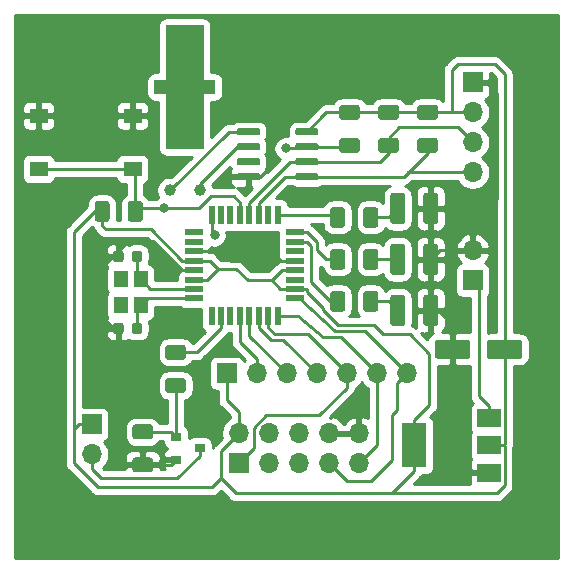
<source format=gbr>
G04 #@! TF.GenerationSoftware,KiCad,Pcbnew,5.1.5-1.fc30*
G04 #@! TF.CreationDate,2020-01-16T12:22:22+03:00*
G04 #@! TF.ProjectId,Tamagotchi-Atmega8,54616d61-676f-4746-9368-692d41746d65,rev?*
G04 #@! TF.SameCoordinates,Original*
G04 #@! TF.FileFunction,Copper,L1,Top*
G04 #@! TF.FilePolarity,Positive*
%FSLAX46Y46*%
G04 Gerber Fmt 4.6, Leading zero omitted, Abs format (unit mm)*
G04 Created by KiCad (PCBNEW 5.1.5-1.fc30) date 2020-01-16 12:22:22*
%MOMM*%
%LPD*%
G04 APERTURE LIST*
%ADD10R,1.550000X1.300000*%
%ADD11R,1.200000X1.200000*%
%ADD12R,3.200000X10.500000*%
%ADD13C,1.000000*%
%ADD14R,1.200000X1.400000*%
%ADD15O,1.700000X1.700000*%
%ADD16R,1.700000X1.700000*%
%ADD17C,0.100000*%
%ADD18R,0.550000X1.600000*%
%ADD19R,1.600000X0.550000*%
%ADD20R,2.000000X1.500000*%
%ADD21R,2.000000X3.800000*%
%ADD22R,0.900000X0.800000*%
%ADD23C,4.000000*%
%ADD24C,0.800000*%
%ADD25C,0.250000*%
%ADD26C,0.254000*%
G04 APERTURE END LIST*
D10*
X109817000Y-73188000D03*
X117767000Y-73188000D03*
X109817000Y-77688000D03*
X117767000Y-77688000D03*
D11*
X120174000Y-70752000D03*
X124174000Y-70752000D03*
D12*
X122174000Y-70752000D03*
D13*
X120904000Y-79502000D03*
X123444000Y-79502000D03*
D14*
X116752000Y-89238000D03*
X116752000Y-87038000D03*
X118452000Y-87038000D03*
X118452000Y-89238000D03*
D15*
X140970000Y-94996000D03*
X138430000Y-94996000D03*
X135890000Y-94996000D03*
X133350000Y-94996000D03*
X130810000Y-94996000D03*
X128270000Y-94996000D03*
D16*
X125730000Y-94996000D03*
G04 #@! TA.AperFunction,SMDPad,CuDef*
D17*
G36*
X133362703Y-74249722D02*
G01*
X133377264Y-74251882D01*
X133391543Y-74255459D01*
X133405403Y-74260418D01*
X133418710Y-74266712D01*
X133431336Y-74274280D01*
X133443159Y-74283048D01*
X133454066Y-74292934D01*
X133463952Y-74303841D01*
X133472720Y-74315664D01*
X133480288Y-74328290D01*
X133486582Y-74341597D01*
X133491541Y-74355457D01*
X133495118Y-74369736D01*
X133497278Y-74384297D01*
X133498000Y-74399000D01*
X133498000Y-74699000D01*
X133497278Y-74713703D01*
X133495118Y-74728264D01*
X133491541Y-74742543D01*
X133486582Y-74756403D01*
X133480288Y-74769710D01*
X133472720Y-74782336D01*
X133463952Y-74794159D01*
X133454066Y-74805066D01*
X133443159Y-74814952D01*
X133431336Y-74823720D01*
X133418710Y-74831288D01*
X133405403Y-74837582D01*
X133391543Y-74842541D01*
X133377264Y-74846118D01*
X133362703Y-74848278D01*
X133348000Y-74849000D01*
X131698000Y-74849000D01*
X131683297Y-74848278D01*
X131668736Y-74846118D01*
X131654457Y-74842541D01*
X131640597Y-74837582D01*
X131627290Y-74831288D01*
X131614664Y-74823720D01*
X131602841Y-74814952D01*
X131591934Y-74805066D01*
X131582048Y-74794159D01*
X131573280Y-74782336D01*
X131565712Y-74769710D01*
X131559418Y-74756403D01*
X131554459Y-74742543D01*
X131550882Y-74728264D01*
X131548722Y-74713703D01*
X131548000Y-74699000D01*
X131548000Y-74399000D01*
X131548722Y-74384297D01*
X131550882Y-74369736D01*
X131554459Y-74355457D01*
X131559418Y-74341597D01*
X131565712Y-74328290D01*
X131573280Y-74315664D01*
X131582048Y-74303841D01*
X131591934Y-74292934D01*
X131602841Y-74283048D01*
X131614664Y-74274280D01*
X131627290Y-74266712D01*
X131640597Y-74260418D01*
X131654457Y-74255459D01*
X131668736Y-74251882D01*
X131683297Y-74249722D01*
X131698000Y-74249000D01*
X133348000Y-74249000D01*
X133362703Y-74249722D01*
G37*
G04 #@! TD.AperFunction*
G04 #@! TA.AperFunction,SMDPad,CuDef*
G36*
X133362703Y-75519722D02*
G01*
X133377264Y-75521882D01*
X133391543Y-75525459D01*
X133405403Y-75530418D01*
X133418710Y-75536712D01*
X133431336Y-75544280D01*
X133443159Y-75553048D01*
X133454066Y-75562934D01*
X133463952Y-75573841D01*
X133472720Y-75585664D01*
X133480288Y-75598290D01*
X133486582Y-75611597D01*
X133491541Y-75625457D01*
X133495118Y-75639736D01*
X133497278Y-75654297D01*
X133498000Y-75669000D01*
X133498000Y-75969000D01*
X133497278Y-75983703D01*
X133495118Y-75998264D01*
X133491541Y-76012543D01*
X133486582Y-76026403D01*
X133480288Y-76039710D01*
X133472720Y-76052336D01*
X133463952Y-76064159D01*
X133454066Y-76075066D01*
X133443159Y-76084952D01*
X133431336Y-76093720D01*
X133418710Y-76101288D01*
X133405403Y-76107582D01*
X133391543Y-76112541D01*
X133377264Y-76116118D01*
X133362703Y-76118278D01*
X133348000Y-76119000D01*
X131698000Y-76119000D01*
X131683297Y-76118278D01*
X131668736Y-76116118D01*
X131654457Y-76112541D01*
X131640597Y-76107582D01*
X131627290Y-76101288D01*
X131614664Y-76093720D01*
X131602841Y-76084952D01*
X131591934Y-76075066D01*
X131582048Y-76064159D01*
X131573280Y-76052336D01*
X131565712Y-76039710D01*
X131559418Y-76026403D01*
X131554459Y-76012543D01*
X131550882Y-75998264D01*
X131548722Y-75983703D01*
X131548000Y-75969000D01*
X131548000Y-75669000D01*
X131548722Y-75654297D01*
X131550882Y-75639736D01*
X131554459Y-75625457D01*
X131559418Y-75611597D01*
X131565712Y-75598290D01*
X131573280Y-75585664D01*
X131582048Y-75573841D01*
X131591934Y-75562934D01*
X131602841Y-75553048D01*
X131614664Y-75544280D01*
X131627290Y-75536712D01*
X131640597Y-75530418D01*
X131654457Y-75525459D01*
X131668736Y-75521882D01*
X131683297Y-75519722D01*
X131698000Y-75519000D01*
X133348000Y-75519000D01*
X133362703Y-75519722D01*
G37*
G04 #@! TD.AperFunction*
G04 #@! TA.AperFunction,SMDPad,CuDef*
G36*
X133362703Y-76789722D02*
G01*
X133377264Y-76791882D01*
X133391543Y-76795459D01*
X133405403Y-76800418D01*
X133418710Y-76806712D01*
X133431336Y-76814280D01*
X133443159Y-76823048D01*
X133454066Y-76832934D01*
X133463952Y-76843841D01*
X133472720Y-76855664D01*
X133480288Y-76868290D01*
X133486582Y-76881597D01*
X133491541Y-76895457D01*
X133495118Y-76909736D01*
X133497278Y-76924297D01*
X133498000Y-76939000D01*
X133498000Y-77239000D01*
X133497278Y-77253703D01*
X133495118Y-77268264D01*
X133491541Y-77282543D01*
X133486582Y-77296403D01*
X133480288Y-77309710D01*
X133472720Y-77322336D01*
X133463952Y-77334159D01*
X133454066Y-77345066D01*
X133443159Y-77354952D01*
X133431336Y-77363720D01*
X133418710Y-77371288D01*
X133405403Y-77377582D01*
X133391543Y-77382541D01*
X133377264Y-77386118D01*
X133362703Y-77388278D01*
X133348000Y-77389000D01*
X131698000Y-77389000D01*
X131683297Y-77388278D01*
X131668736Y-77386118D01*
X131654457Y-77382541D01*
X131640597Y-77377582D01*
X131627290Y-77371288D01*
X131614664Y-77363720D01*
X131602841Y-77354952D01*
X131591934Y-77345066D01*
X131582048Y-77334159D01*
X131573280Y-77322336D01*
X131565712Y-77309710D01*
X131559418Y-77296403D01*
X131554459Y-77282543D01*
X131550882Y-77268264D01*
X131548722Y-77253703D01*
X131548000Y-77239000D01*
X131548000Y-76939000D01*
X131548722Y-76924297D01*
X131550882Y-76909736D01*
X131554459Y-76895457D01*
X131559418Y-76881597D01*
X131565712Y-76868290D01*
X131573280Y-76855664D01*
X131582048Y-76843841D01*
X131591934Y-76832934D01*
X131602841Y-76823048D01*
X131614664Y-76814280D01*
X131627290Y-76806712D01*
X131640597Y-76800418D01*
X131654457Y-76795459D01*
X131668736Y-76791882D01*
X131683297Y-76789722D01*
X131698000Y-76789000D01*
X133348000Y-76789000D01*
X133362703Y-76789722D01*
G37*
G04 #@! TD.AperFunction*
G04 #@! TA.AperFunction,SMDPad,CuDef*
G36*
X133362703Y-78059722D02*
G01*
X133377264Y-78061882D01*
X133391543Y-78065459D01*
X133405403Y-78070418D01*
X133418710Y-78076712D01*
X133431336Y-78084280D01*
X133443159Y-78093048D01*
X133454066Y-78102934D01*
X133463952Y-78113841D01*
X133472720Y-78125664D01*
X133480288Y-78138290D01*
X133486582Y-78151597D01*
X133491541Y-78165457D01*
X133495118Y-78179736D01*
X133497278Y-78194297D01*
X133498000Y-78209000D01*
X133498000Y-78509000D01*
X133497278Y-78523703D01*
X133495118Y-78538264D01*
X133491541Y-78552543D01*
X133486582Y-78566403D01*
X133480288Y-78579710D01*
X133472720Y-78592336D01*
X133463952Y-78604159D01*
X133454066Y-78615066D01*
X133443159Y-78624952D01*
X133431336Y-78633720D01*
X133418710Y-78641288D01*
X133405403Y-78647582D01*
X133391543Y-78652541D01*
X133377264Y-78656118D01*
X133362703Y-78658278D01*
X133348000Y-78659000D01*
X131698000Y-78659000D01*
X131683297Y-78658278D01*
X131668736Y-78656118D01*
X131654457Y-78652541D01*
X131640597Y-78647582D01*
X131627290Y-78641288D01*
X131614664Y-78633720D01*
X131602841Y-78624952D01*
X131591934Y-78615066D01*
X131582048Y-78604159D01*
X131573280Y-78592336D01*
X131565712Y-78579710D01*
X131559418Y-78566403D01*
X131554459Y-78552543D01*
X131550882Y-78538264D01*
X131548722Y-78523703D01*
X131548000Y-78509000D01*
X131548000Y-78209000D01*
X131548722Y-78194297D01*
X131550882Y-78179736D01*
X131554459Y-78165457D01*
X131559418Y-78151597D01*
X131565712Y-78138290D01*
X131573280Y-78125664D01*
X131582048Y-78113841D01*
X131591934Y-78102934D01*
X131602841Y-78093048D01*
X131614664Y-78084280D01*
X131627290Y-78076712D01*
X131640597Y-78070418D01*
X131654457Y-78065459D01*
X131668736Y-78061882D01*
X131683297Y-78059722D01*
X131698000Y-78059000D01*
X133348000Y-78059000D01*
X133362703Y-78059722D01*
G37*
G04 #@! TD.AperFunction*
G04 #@! TA.AperFunction,SMDPad,CuDef*
G36*
X128412703Y-78059722D02*
G01*
X128427264Y-78061882D01*
X128441543Y-78065459D01*
X128455403Y-78070418D01*
X128468710Y-78076712D01*
X128481336Y-78084280D01*
X128493159Y-78093048D01*
X128504066Y-78102934D01*
X128513952Y-78113841D01*
X128522720Y-78125664D01*
X128530288Y-78138290D01*
X128536582Y-78151597D01*
X128541541Y-78165457D01*
X128545118Y-78179736D01*
X128547278Y-78194297D01*
X128548000Y-78209000D01*
X128548000Y-78509000D01*
X128547278Y-78523703D01*
X128545118Y-78538264D01*
X128541541Y-78552543D01*
X128536582Y-78566403D01*
X128530288Y-78579710D01*
X128522720Y-78592336D01*
X128513952Y-78604159D01*
X128504066Y-78615066D01*
X128493159Y-78624952D01*
X128481336Y-78633720D01*
X128468710Y-78641288D01*
X128455403Y-78647582D01*
X128441543Y-78652541D01*
X128427264Y-78656118D01*
X128412703Y-78658278D01*
X128398000Y-78659000D01*
X126748000Y-78659000D01*
X126733297Y-78658278D01*
X126718736Y-78656118D01*
X126704457Y-78652541D01*
X126690597Y-78647582D01*
X126677290Y-78641288D01*
X126664664Y-78633720D01*
X126652841Y-78624952D01*
X126641934Y-78615066D01*
X126632048Y-78604159D01*
X126623280Y-78592336D01*
X126615712Y-78579710D01*
X126609418Y-78566403D01*
X126604459Y-78552543D01*
X126600882Y-78538264D01*
X126598722Y-78523703D01*
X126598000Y-78509000D01*
X126598000Y-78209000D01*
X126598722Y-78194297D01*
X126600882Y-78179736D01*
X126604459Y-78165457D01*
X126609418Y-78151597D01*
X126615712Y-78138290D01*
X126623280Y-78125664D01*
X126632048Y-78113841D01*
X126641934Y-78102934D01*
X126652841Y-78093048D01*
X126664664Y-78084280D01*
X126677290Y-78076712D01*
X126690597Y-78070418D01*
X126704457Y-78065459D01*
X126718736Y-78061882D01*
X126733297Y-78059722D01*
X126748000Y-78059000D01*
X128398000Y-78059000D01*
X128412703Y-78059722D01*
G37*
G04 #@! TD.AperFunction*
G04 #@! TA.AperFunction,SMDPad,CuDef*
G36*
X128412703Y-76789722D02*
G01*
X128427264Y-76791882D01*
X128441543Y-76795459D01*
X128455403Y-76800418D01*
X128468710Y-76806712D01*
X128481336Y-76814280D01*
X128493159Y-76823048D01*
X128504066Y-76832934D01*
X128513952Y-76843841D01*
X128522720Y-76855664D01*
X128530288Y-76868290D01*
X128536582Y-76881597D01*
X128541541Y-76895457D01*
X128545118Y-76909736D01*
X128547278Y-76924297D01*
X128548000Y-76939000D01*
X128548000Y-77239000D01*
X128547278Y-77253703D01*
X128545118Y-77268264D01*
X128541541Y-77282543D01*
X128536582Y-77296403D01*
X128530288Y-77309710D01*
X128522720Y-77322336D01*
X128513952Y-77334159D01*
X128504066Y-77345066D01*
X128493159Y-77354952D01*
X128481336Y-77363720D01*
X128468710Y-77371288D01*
X128455403Y-77377582D01*
X128441543Y-77382541D01*
X128427264Y-77386118D01*
X128412703Y-77388278D01*
X128398000Y-77389000D01*
X126748000Y-77389000D01*
X126733297Y-77388278D01*
X126718736Y-77386118D01*
X126704457Y-77382541D01*
X126690597Y-77377582D01*
X126677290Y-77371288D01*
X126664664Y-77363720D01*
X126652841Y-77354952D01*
X126641934Y-77345066D01*
X126632048Y-77334159D01*
X126623280Y-77322336D01*
X126615712Y-77309710D01*
X126609418Y-77296403D01*
X126604459Y-77282543D01*
X126600882Y-77268264D01*
X126598722Y-77253703D01*
X126598000Y-77239000D01*
X126598000Y-76939000D01*
X126598722Y-76924297D01*
X126600882Y-76909736D01*
X126604459Y-76895457D01*
X126609418Y-76881597D01*
X126615712Y-76868290D01*
X126623280Y-76855664D01*
X126632048Y-76843841D01*
X126641934Y-76832934D01*
X126652841Y-76823048D01*
X126664664Y-76814280D01*
X126677290Y-76806712D01*
X126690597Y-76800418D01*
X126704457Y-76795459D01*
X126718736Y-76791882D01*
X126733297Y-76789722D01*
X126748000Y-76789000D01*
X128398000Y-76789000D01*
X128412703Y-76789722D01*
G37*
G04 #@! TD.AperFunction*
G04 #@! TA.AperFunction,SMDPad,CuDef*
G36*
X128412703Y-75519722D02*
G01*
X128427264Y-75521882D01*
X128441543Y-75525459D01*
X128455403Y-75530418D01*
X128468710Y-75536712D01*
X128481336Y-75544280D01*
X128493159Y-75553048D01*
X128504066Y-75562934D01*
X128513952Y-75573841D01*
X128522720Y-75585664D01*
X128530288Y-75598290D01*
X128536582Y-75611597D01*
X128541541Y-75625457D01*
X128545118Y-75639736D01*
X128547278Y-75654297D01*
X128548000Y-75669000D01*
X128548000Y-75969000D01*
X128547278Y-75983703D01*
X128545118Y-75998264D01*
X128541541Y-76012543D01*
X128536582Y-76026403D01*
X128530288Y-76039710D01*
X128522720Y-76052336D01*
X128513952Y-76064159D01*
X128504066Y-76075066D01*
X128493159Y-76084952D01*
X128481336Y-76093720D01*
X128468710Y-76101288D01*
X128455403Y-76107582D01*
X128441543Y-76112541D01*
X128427264Y-76116118D01*
X128412703Y-76118278D01*
X128398000Y-76119000D01*
X126748000Y-76119000D01*
X126733297Y-76118278D01*
X126718736Y-76116118D01*
X126704457Y-76112541D01*
X126690597Y-76107582D01*
X126677290Y-76101288D01*
X126664664Y-76093720D01*
X126652841Y-76084952D01*
X126641934Y-76075066D01*
X126632048Y-76064159D01*
X126623280Y-76052336D01*
X126615712Y-76039710D01*
X126609418Y-76026403D01*
X126604459Y-76012543D01*
X126600882Y-75998264D01*
X126598722Y-75983703D01*
X126598000Y-75969000D01*
X126598000Y-75669000D01*
X126598722Y-75654297D01*
X126600882Y-75639736D01*
X126604459Y-75625457D01*
X126609418Y-75611597D01*
X126615712Y-75598290D01*
X126623280Y-75585664D01*
X126632048Y-75573841D01*
X126641934Y-75562934D01*
X126652841Y-75553048D01*
X126664664Y-75544280D01*
X126677290Y-75536712D01*
X126690597Y-75530418D01*
X126704457Y-75525459D01*
X126718736Y-75521882D01*
X126733297Y-75519722D01*
X126748000Y-75519000D01*
X128398000Y-75519000D01*
X128412703Y-75519722D01*
G37*
G04 #@! TD.AperFunction*
G04 #@! TA.AperFunction,SMDPad,CuDef*
G36*
X128412703Y-74249722D02*
G01*
X128427264Y-74251882D01*
X128441543Y-74255459D01*
X128455403Y-74260418D01*
X128468710Y-74266712D01*
X128481336Y-74274280D01*
X128493159Y-74283048D01*
X128504066Y-74292934D01*
X128513952Y-74303841D01*
X128522720Y-74315664D01*
X128530288Y-74328290D01*
X128536582Y-74341597D01*
X128541541Y-74355457D01*
X128545118Y-74369736D01*
X128547278Y-74384297D01*
X128548000Y-74399000D01*
X128548000Y-74699000D01*
X128547278Y-74713703D01*
X128545118Y-74728264D01*
X128541541Y-74742543D01*
X128536582Y-74756403D01*
X128530288Y-74769710D01*
X128522720Y-74782336D01*
X128513952Y-74794159D01*
X128504066Y-74805066D01*
X128493159Y-74814952D01*
X128481336Y-74823720D01*
X128468710Y-74831288D01*
X128455403Y-74837582D01*
X128441543Y-74842541D01*
X128427264Y-74846118D01*
X128412703Y-74848278D01*
X128398000Y-74849000D01*
X126748000Y-74849000D01*
X126733297Y-74848278D01*
X126718736Y-74846118D01*
X126704457Y-74842541D01*
X126690597Y-74837582D01*
X126677290Y-74831288D01*
X126664664Y-74823720D01*
X126652841Y-74814952D01*
X126641934Y-74805066D01*
X126632048Y-74794159D01*
X126623280Y-74782336D01*
X126615712Y-74769710D01*
X126609418Y-74756403D01*
X126604459Y-74742543D01*
X126600882Y-74728264D01*
X126598722Y-74713703D01*
X126598000Y-74699000D01*
X126598000Y-74399000D01*
X126598722Y-74384297D01*
X126600882Y-74369736D01*
X126604459Y-74355457D01*
X126609418Y-74341597D01*
X126615712Y-74328290D01*
X126623280Y-74315664D01*
X126632048Y-74303841D01*
X126641934Y-74292934D01*
X126652841Y-74283048D01*
X126664664Y-74274280D01*
X126677290Y-74266712D01*
X126690597Y-74260418D01*
X126704457Y-74255459D01*
X126718736Y-74251882D01*
X126733297Y-74249722D01*
X126748000Y-74249000D01*
X128398000Y-74249000D01*
X128412703Y-74249722D01*
G37*
G04 #@! TD.AperFunction*
D18*
X124454000Y-81602000D03*
X125254000Y-81602000D03*
X126054000Y-81602000D03*
X126854000Y-81602000D03*
X127654000Y-81602000D03*
X128454000Y-81602000D03*
X129254000Y-81602000D03*
X130054000Y-81602000D03*
D19*
X131504000Y-83052000D03*
X131504000Y-83852000D03*
X131504000Y-84652000D03*
X131504000Y-85452000D03*
X131504000Y-86252000D03*
X131504000Y-87052000D03*
X131504000Y-87852000D03*
X131504000Y-88652000D03*
D18*
X130054000Y-90102000D03*
X129254000Y-90102000D03*
X128454000Y-90102000D03*
X127654000Y-90102000D03*
X126854000Y-90102000D03*
X126054000Y-90102000D03*
X125254000Y-90102000D03*
X124454000Y-90102000D03*
D19*
X123004000Y-88652000D03*
X123004000Y-87852000D03*
X123004000Y-87052000D03*
X123004000Y-86252000D03*
X123004000Y-85452000D03*
X123004000Y-84652000D03*
X123004000Y-83852000D03*
X123004000Y-83052000D03*
D20*
X147930000Y-103392000D03*
X147930000Y-98792000D03*
X147930000Y-101092000D03*
D21*
X141630000Y-101092000D03*
G04 #@! TA.AperFunction,SMDPad,CuDef*
D17*
G36*
X136793504Y-75074204D02*
G01*
X136817773Y-75077804D01*
X136841571Y-75083765D01*
X136864671Y-75092030D01*
X136886849Y-75102520D01*
X136907893Y-75115133D01*
X136927598Y-75129747D01*
X136945777Y-75146223D01*
X136962253Y-75164402D01*
X136976867Y-75184107D01*
X136989480Y-75205151D01*
X136999970Y-75227329D01*
X137008235Y-75250429D01*
X137014196Y-75274227D01*
X137017796Y-75298496D01*
X137019000Y-75323000D01*
X137019000Y-76073000D01*
X137017796Y-76097504D01*
X137014196Y-76121773D01*
X137008235Y-76145571D01*
X136999970Y-76168671D01*
X136989480Y-76190849D01*
X136976867Y-76211893D01*
X136962253Y-76231598D01*
X136945777Y-76249777D01*
X136927598Y-76266253D01*
X136907893Y-76280867D01*
X136886849Y-76293480D01*
X136864671Y-76303970D01*
X136841571Y-76312235D01*
X136817773Y-76318196D01*
X136793504Y-76321796D01*
X136769000Y-76323000D01*
X135519000Y-76323000D01*
X135494496Y-76321796D01*
X135470227Y-76318196D01*
X135446429Y-76312235D01*
X135423329Y-76303970D01*
X135401151Y-76293480D01*
X135380107Y-76280867D01*
X135360402Y-76266253D01*
X135342223Y-76249777D01*
X135325747Y-76231598D01*
X135311133Y-76211893D01*
X135298520Y-76190849D01*
X135288030Y-76168671D01*
X135279765Y-76145571D01*
X135273804Y-76121773D01*
X135270204Y-76097504D01*
X135269000Y-76073000D01*
X135269000Y-75323000D01*
X135270204Y-75298496D01*
X135273804Y-75274227D01*
X135279765Y-75250429D01*
X135288030Y-75227329D01*
X135298520Y-75205151D01*
X135311133Y-75184107D01*
X135325747Y-75164402D01*
X135342223Y-75146223D01*
X135360402Y-75129747D01*
X135380107Y-75115133D01*
X135401151Y-75102520D01*
X135423329Y-75092030D01*
X135446429Y-75083765D01*
X135470227Y-75077804D01*
X135494496Y-75074204D01*
X135519000Y-75073000D01*
X136769000Y-75073000D01*
X136793504Y-75074204D01*
G37*
G04 #@! TD.AperFunction*
G04 #@! TA.AperFunction,SMDPad,CuDef*
G36*
X136793504Y-72274204D02*
G01*
X136817773Y-72277804D01*
X136841571Y-72283765D01*
X136864671Y-72292030D01*
X136886849Y-72302520D01*
X136907893Y-72315133D01*
X136927598Y-72329747D01*
X136945777Y-72346223D01*
X136962253Y-72364402D01*
X136976867Y-72384107D01*
X136989480Y-72405151D01*
X136999970Y-72427329D01*
X137008235Y-72450429D01*
X137014196Y-72474227D01*
X137017796Y-72498496D01*
X137019000Y-72523000D01*
X137019000Y-73273000D01*
X137017796Y-73297504D01*
X137014196Y-73321773D01*
X137008235Y-73345571D01*
X136999970Y-73368671D01*
X136989480Y-73390849D01*
X136976867Y-73411893D01*
X136962253Y-73431598D01*
X136945777Y-73449777D01*
X136927598Y-73466253D01*
X136907893Y-73480867D01*
X136886849Y-73493480D01*
X136864671Y-73503970D01*
X136841571Y-73512235D01*
X136817773Y-73518196D01*
X136793504Y-73521796D01*
X136769000Y-73523000D01*
X135519000Y-73523000D01*
X135494496Y-73521796D01*
X135470227Y-73518196D01*
X135446429Y-73512235D01*
X135423329Y-73503970D01*
X135401151Y-73493480D01*
X135380107Y-73480867D01*
X135360402Y-73466253D01*
X135342223Y-73449777D01*
X135325747Y-73431598D01*
X135311133Y-73411893D01*
X135298520Y-73390849D01*
X135288030Y-73368671D01*
X135279765Y-73345571D01*
X135273804Y-73321773D01*
X135270204Y-73297504D01*
X135269000Y-73273000D01*
X135269000Y-72523000D01*
X135270204Y-72498496D01*
X135273804Y-72474227D01*
X135279765Y-72450429D01*
X135288030Y-72427329D01*
X135298520Y-72405151D01*
X135311133Y-72384107D01*
X135325747Y-72364402D01*
X135342223Y-72346223D01*
X135360402Y-72329747D01*
X135380107Y-72315133D01*
X135401151Y-72302520D01*
X135423329Y-72292030D01*
X135446429Y-72283765D01*
X135470227Y-72277804D01*
X135494496Y-72274204D01*
X135519000Y-72273000D01*
X136769000Y-72273000D01*
X136793504Y-72274204D01*
G37*
G04 #@! TD.AperFunction*
G04 #@! TA.AperFunction,SMDPad,CuDef*
G36*
X138321504Y-80914204D02*
G01*
X138345773Y-80917804D01*
X138369571Y-80923765D01*
X138392671Y-80932030D01*
X138414849Y-80942520D01*
X138435893Y-80955133D01*
X138455598Y-80969747D01*
X138473777Y-80986223D01*
X138490253Y-81004402D01*
X138504867Y-81024107D01*
X138517480Y-81045151D01*
X138527970Y-81067329D01*
X138536235Y-81090429D01*
X138542196Y-81114227D01*
X138545796Y-81138496D01*
X138547000Y-81163000D01*
X138547000Y-82413000D01*
X138545796Y-82437504D01*
X138542196Y-82461773D01*
X138536235Y-82485571D01*
X138527970Y-82508671D01*
X138517480Y-82530849D01*
X138504867Y-82551893D01*
X138490253Y-82571598D01*
X138473777Y-82589777D01*
X138455598Y-82606253D01*
X138435893Y-82620867D01*
X138414849Y-82633480D01*
X138392671Y-82643970D01*
X138369571Y-82652235D01*
X138345773Y-82658196D01*
X138321504Y-82661796D01*
X138297000Y-82663000D01*
X137547000Y-82663000D01*
X137522496Y-82661796D01*
X137498227Y-82658196D01*
X137474429Y-82652235D01*
X137451329Y-82643970D01*
X137429151Y-82633480D01*
X137408107Y-82620867D01*
X137388402Y-82606253D01*
X137370223Y-82589777D01*
X137353747Y-82571598D01*
X137339133Y-82551893D01*
X137326520Y-82530849D01*
X137316030Y-82508671D01*
X137307765Y-82485571D01*
X137301804Y-82461773D01*
X137298204Y-82437504D01*
X137297000Y-82413000D01*
X137297000Y-81163000D01*
X137298204Y-81138496D01*
X137301804Y-81114227D01*
X137307765Y-81090429D01*
X137316030Y-81067329D01*
X137326520Y-81045151D01*
X137339133Y-81024107D01*
X137353747Y-81004402D01*
X137370223Y-80986223D01*
X137388402Y-80969747D01*
X137408107Y-80955133D01*
X137429151Y-80942520D01*
X137451329Y-80932030D01*
X137474429Y-80923765D01*
X137498227Y-80917804D01*
X137522496Y-80914204D01*
X137547000Y-80913000D01*
X138297000Y-80913000D01*
X138321504Y-80914204D01*
G37*
G04 #@! TD.AperFunction*
G04 #@! TA.AperFunction,SMDPad,CuDef*
G36*
X135521504Y-80914204D02*
G01*
X135545773Y-80917804D01*
X135569571Y-80923765D01*
X135592671Y-80932030D01*
X135614849Y-80942520D01*
X135635893Y-80955133D01*
X135655598Y-80969747D01*
X135673777Y-80986223D01*
X135690253Y-81004402D01*
X135704867Y-81024107D01*
X135717480Y-81045151D01*
X135727970Y-81067329D01*
X135736235Y-81090429D01*
X135742196Y-81114227D01*
X135745796Y-81138496D01*
X135747000Y-81163000D01*
X135747000Y-82413000D01*
X135745796Y-82437504D01*
X135742196Y-82461773D01*
X135736235Y-82485571D01*
X135727970Y-82508671D01*
X135717480Y-82530849D01*
X135704867Y-82551893D01*
X135690253Y-82571598D01*
X135673777Y-82589777D01*
X135655598Y-82606253D01*
X135635893Y-82620867D01*
X135614849Y-82633480D01*
X135592671Y-82643970D01*
X135569571Y-82652235D01*
X135545773Y-82658196D01*
X135521504Y-82661796D01*
X135497000Y-82663000D01*
X134747000Y-82663000D01*
X134722496Y-82661796D01*
X134698227Y-82658196D01*
X134674429Y-82652235D01*
X134651329Y-82643970D01*
X134629151Y-82633480D01*
X134608107Y-82620867D01*
X134588402Y-82606253D01*
X134570223Y-82589777D01*
X134553747Y-82571598D01*
X134539133Y-82551893D01*
X134526520Y-82530849D01*
X134516030Y-82508671D01*
X134507765Y-82485571D01*
X134501804Y-82461773D01*
X134498204Y-82437504D01*
X134497000Y-82413000D01*
X134497000Y-81163000D01*
X134498204Y-81138496D01*
X134501804Y-81114227D01*
X134507765Y-81090429D01*
X134516030Y-81067329D01*
X134526520Y-81045151D01*
X134539133Y-81024107D01*
X134553747Y-81004402D01*
X134570223Y-80986223D01*
X134588402Y-80969747D01*
X134608107Y-80955133D01*
X134629151Y-80942520D01*
X134651329Y-80932030D01*
X134674429Y-80923765D01*
X134698227Y-80917804D01*
X134722496Y-80914204D01*
X134747000Y-80913000D01*
X135497000Y-80913000D01*
X135521504Y-80914204D01*
G37*
G04 #@! TD.AperFunction*
G04 #@! TA.AperFunction,SMDPad,CuDef*
G36*
X138327504Y-84470204D02*
G01*
X138351773Y-84473804D01*
X138375571Y-84479765D01*
X138398671Y-84488030D01*
X138420849Y-84498520D01*
X138441893Y-84511133D01*
X138461598Y-84525747D01*
X138479777Y-84542223D01*
X138496253Y-84560402D01*
X138510867Y-84580107D01*
X138523480Y-84601151D01*
X138533970Y-84623329D01*
X138542235Y-84646429D01*
X138548196Y-84670227D01*
X138551796Y-84694496D01*
X138553000Y-84719000D01*
X138553000Y-85969000D01*
X138551796Y-85993504D01*
X138548196Y-86017773D01*
X138542235Y-86041571D01*
X138533970Y-86064671D01*
X138523480Y-86086849D01*
X138510867Y-86107893D01*
X138496253Y-86127598D01*
X138479777Y-86145777D01*
X138461598Y-86162253D01*
X138441893Y-86176867D01*
X138420849Y-86189480D01*
X138398671Y-86199970D01*
X138375571Y-86208235D01*
X138351773Y-86214196D01*
X138327504Y-86217796D01*
X138303000Y-86219000D01*
X137553000Y-86219000D01*
X137528496Y-86217796D01*
X137504227Y-86214196D01*
X137480429Y-86208235D01*
X137457329Y-86199970D01*
X137435151Y-86189480D01*
X137414107Y-86176867D01*
X137394402Y-86162253D01*
X137376223Y-86145777D01*
X137359747Y-86127598D01*
X137345133Y-86107893D01*
X137332520Y-86086849D01*
X137322030Y-86064671D01*
X137313765Y-86041571D01*
X137307804Y-86017773D01*
X137304204Y-85993504D01*
X137303000Y-85969000D01*
X137303000Y-84719000D01*
X137304204Y-84694496D01*
X137307804Y-84670227D01*
X137313765Y-84646429D01*
X137322030Y-84623329D01*
X137332520Y-84601151D01*
X137345133Y-84580107D01*
X137359747Y-84560402D01*
X137376223Y-84542223D01*
X137394402Y-84525747D01*
X137414107Y-84511133D01*
X137435151Y-84498520D01*
X137457329Y-84488030D01*
X137480429Y-84479765D01*
X137504227Y-84473804D01*
X137528496Y-84470204D01*
X137553000Y-84469000D01*
X138303000Y-84469000D01*
X138327504Y-84470204D01*
G37*
G04 #@! TD.AperFunction*
G04 #@! TA.AperFunction,SMDPad,CuDef*
G36*
X135527504Y-84470204D02*
G01*
X135551773Y-84473804D01*
X135575571Y-84479765D01*
X135598671Y-84488030D01*
X135620849Y-84498520D01*
X135641893Y-84511133D01*
X135661598Y-84525747D01*
X135679777Y-84542223D01*
X135696253Y-84560402D01*
X135710867Y-84580107D01*
X135723480Y-84601151D01*
X135733970Y-84623329D01*
X135742235Y-84646429D01*
X135748196Y-84670227D01*
X135751796Y-84694496D01*
X135753000Y-84719000D01*
X135753000Y-85969000D01*
X135751796Y-85993504D01*
X135748196Y-86017773D01*
X135742235Y-86041571D01*
X135733970Y-86064671D01*
X135723480Y-86086849D01*
X135710867Y-86107893D01*
X135696253Y-86127598D01*
X135679777Y-86145777D01*
X135661598Y-86162253D01*
X135641893Y-86176867D01*
X135620849Y-86189480D01*
X135598671Y-86199970D01*
X135575571Y-86208235D01*
X135551773Y-86214196D01*
X135527504Y-86217796D01*
X135503000Y-86219000D01*
X134753000Y-86219000D01*
X134728496Y-86217796D01*
X134704227Y-86214196D01*
X134680429Y-86208235D01*
X134657329Y-86199970D01*
X134635151Y-86189480D01*
X134614107Y-86176867D01*
X134594402Y-86162253D01*
X134576223Y-86145777D01*
X134559747Y-86127598D01*
X134545133Y-86107893D01*
X134532520Y-86086849D01*
X134522030Y-86064671D01*
X134513765Y-86041571D01*
X134507804Y-86017773D01*
X134504204Y-85993504D01*
X134503000Y-85969000D01*
X134503000Y-84719000D01*
X134504204Y-84694496D01*
X134507804Y-84670227D01*
X134513765Y-84646429D01*
X134522030Y-84623329D01*
X134532520Y-84601151D01*
X134545133Y-84580107D01*
X134559747Y-84560402D01*
X134576223Y-84542223D01*
X134594402Y-84525747D01*
X134614107Y-84511133D01*
X134635151Y-84498520D01*
X134657329Y-84488030D01*
X134680429Y-84479765D01*
X134704227Y-84473804D01*
X134728496Y-84470204D01*
X134753000Y-84469000D01*
X135503000Y-84469000D01*
X135527504Y-84470204D01*
G37*
G04 #@! TD.AperFunction*
G04 #@! TA.AperFunction,SMDPad,CuDef*
G36*
X138327504Y-88026204D02*
G01*
X138351773Y-88029804D01*
X138375571Y-88035765D01*
X138398671Y-88044030D01*
X138420849Y-88054520D01*
X138441893Y-88067133D01*
X138461598Y-88081747D01*
X138479777Y-88098223D01*
X138496253Y-88116402D01*
X138510867Y-88136107D01*
X138523480Y-88157151D01*
X138533970Y-88179329D01*
X138542235Y-88202429D01*
X138548196Y-88226227D01*
X138551796Y-88250496D01*
X138553000Y-88275000D01*
X138553000Y-89525000D01*
X138551796Y-89549504D01*
X138548196Y-89573773D01*
X138542235Y-89597571D01*
X138533970Y-89620671D01*
X138523480Y-89642849D01*
X138510867Y-89663893D01*
X138496253Y-89683598D01*
X138479777Y-89701777D01*
X138461598Y-89718253D01*
X138441893Y-89732867D01*
X138420849Y-89745480D01*
X138398671Y-89755970D01*
X138375571Y-89764235D01*
X138351773Y-89770196D01*
X138327504Y-89773796D01*
X138303000Y-89775000D01*
X137553000Y-89775000D01*
X137528496Y-89773796D01*
X137504227Y-89770196D01*
X137480429Y-89764235D01*
X137457329Y-89755970D01*
X137435151Y-89745480D01*
X137414107Y-89732867D01*
X137394402Y-89718253D01*
X137376223Y-89701777D01*
X137359747Y-89683598D01*
X137345133Y-89663893D01*
X137332520Y-89642849D01*
X137322030Y-89620671D01*
X137313765Y-89597571D01*
X137307804Y-89573773D01*
X137304204Y-89549504D01*
X137303000Y-89525000D01*
X137303000Y-88275000D01*
X137304204Y-88250496D01*
X137307804Y-88226227D01*
X137313765Y-88202429D01*
X137322030Y-88179329D01*
X137332520Y-88157151D01*
X137345133Y-88136107D01*
X137359747Y-88116402D01*
X137376223Y-88098223D01*
X137394402Y-88081747D01*
X137414107Y-88067133D01*
X137435151Y-88054520D01*
X137457329Y-88044030D01*
X137480429Y-88035765D01*
X137504227Y-88029804D01*
X137528496Y-88026204D01*
X137553000Y-88025000D01*
X138303000Y-88025000D01*
X138327504Y-88026204D01*
G37*
G04 #@! TD.AperFunction*
G04 #@! TA.AperFunction,SMDPad,CuDef*
G36*
X135527504Y-88026204D02*
G01*
X135551773Y-88029804D01*
X135575571Y-88035765D01*
X135598671Y-88044030D01*
X135620849Y-88054520D01*
X135641893Y-88067133D01*
X135661598Y-88081747D01*
X135679777Y-88098223D01*
X135696253Y-88116402D01*
X135710867Y-88136107D01*
X135723480Y-88157151D01*
X135733970Y-88179329D01*
X135742235Y-88202429D01*
X135748196Y-88226227D01*
X135751796Y-88250496D01*
X135753000Y-88275000D01*
X135753000Y-89525000D01*
X135751796Y-89549504D01*
X135748196Y-89573773D01*
X135742235Y-89597571D01*
X135733970Y-89620671D01*
X135723480Y-89642849D01*
X135710867Y-89663893D01*
X135696253Y-89683598D01*
X135679777Y-89701777D01*
X135661598Y-89718253D01*
X135641893Y-89732867D01*
X135620849Y-89745480D01*
X135598671Y-89755970D01*
X135575571Y-89764235D01*
X135551773Y-89770196D01*
X135527504Y-89773796D01*
X135503000Y-89775000D01*
X134753000Y-89775000D01*
X134728496Y-89773796D01*
X134704227Y-89770196D01*
X134680429Y-89764235D01*
X134657329Y-89755970D01*
X134635151Y-89745480D01*
X134614107Y-89732867D01*
X134594402Y-89718253D01*
X134576223Y-89701777D01*
X134559747Y-89683598D01*
X134545133Y-89663893D01*
X134532520Y-89642849D01*
X134522030Y-89620671D01*
X134513765Y-89597571D01*
X134507804Y-89573773D01*
X134504204Y-89549504D01*
X134503000Y-89525000D01*
X134503000Y-88275000D01*
X134504204Y-88250496D01*
X134507804Y-88226227D01*
X134513765Y-88202429D01*
X134522030Y-88179329D01*
X134532520Y-88157151D01*
X134545133Y-88136107D01*
X134559747Y-88116402D01*
X134576223Y-88098223D01*
X134594402Y-88081747D01*
X134614107Y-88067133D01*
X134635151Y-88054520D01*
X134657329Y-88044030D01*
X134680429Y-88035765D01*
X134704227Y-88029804D01*
X134728496Y-88026204D01*
X134753000Y-88025000D01*
X135503000Y-88025000D01*
X135527504Y-88026204D01*
G37*
G04 #@! TD.AperFunction*
G04 #@! TA.AperFunction,SMDPad,CuDef*
G36*
X143397504Y-75068204D02*
G01*
X143421773Y-75071804D01*
X143445571Y-75077765D01*
X143468671Y-75086030D01*
X143490849Y-75096520D01*
X143511893Y-75109133D01*
X143531598Y-75123747D01*
X143549777Y-75140223D01*
X143566253Y-75158402D01*
X143580867Y-75178107D01*
X143593480Y-75199151D01*
X143603970Y-75221329D01*
X143612235Y-75244429D01*
X143618196Y-75268227D01*
X143621796Y-75292496D01*
X143623000Y-75317000D01*
X143623000Y-76067000D01*
X143621796Y-76091504D01*
X143618196Y-76115773D01*
X143612235Y-76139571D01*
X143603970Y-76162671D01*
X143593480Y-76184849D01*
X143580867Y-76205893D01*
X143566253Y-76225598D01*
X143549777Y-76243777D01*
X143531598Y-76260253D01*
X143511893Y-76274867D01*
X143490849Y-76287480D01*
X143468671Y-76297970D01*
X143445571Y-76306235D01*
X143421773Y-76312196D01*
X143397504Y-76315796D01*
X143373000Y-76317000D01*
X142123000Y-76317000D01*
X142098496Y-76315796D01*
X142074227Y-76312196D01*
X142050429Y-76306235D01*
X142027329Y-76297970D01*
X142005151Y-76287480D01*
X141984107Y-76274867D01*
X141964402Y-76260253D01*
X141946223Y-76243777D01*
X141929747Y-76225598D01*
X141915133Y-76205893D01*
X141902520Y-76184849D01*
X141892030Y-76162671D01*
X141883765Y-76139571D01*
X141877804Y-76115773D01*
X141874204Y-76091504D01*
X141873000Y-76067000D01*
X141873000Y-75317000D01*
X141874204Y-75292496D01*
X141877804Y-75268227D01*
X141883765Y-75244429D01*
X141892030Y-75221329D01*
X141902520Y-75199151D01*
X141915133Y-75178107D01*
X141929747Y-75158402D01*
X141946223Y-75140223D01*
X141964402Y-75123747D01*
X141984107Y-75109133D01*
X142005151Y-75096520D01*
X142027329Y-75086030D01*
X142050429Y-75077765D01*
X142074227Y-75071804D01*
X142098496Y-75068204D01*
X142123000Y-75067000D01*
X143373000Y-75067000D01*
X143397504Y-75068204D01*
G37*
G04 #@! TD.AperFunction*
G04 #@! TA.AperFunction,SMDPad,CuDef*
G36*
X143397504Y-72268204D02*
G01*
X143421773Y-72271804D01*
X143445571Y-72277765D01*
X143468671Y-72286030D01*
X143490849Y-72296520D01*
X143511893Y-72309133D01*
X143531598Y-72323747D01*
X143549777Y-72340223D01*
X143566253Y-72358402D01*
X143580867Y-72378107D01*
X143593480Y-72399151D01*
X143603970Y-72421329D01*
X143612235Y-72444429D01*
X143618196Y-72468227D01*
X143621796Y-72492496D01*
X143623000Y-72517000D01*
X143623000Y-73267000D01*
X143621796Y-73291504D01*
X143618196Y-73315773D01*
X143612235Y-73339571D01*
X143603970Y-73362671D01*
X143593480Y-73384849D01*
X143580867Y-73405893D01*
X143566253Y-73425598D01*
X143549777Y-73443777D01*
X143531598Y-73460253D01*
X143511893Y-73474867D01*
X143490849Y-73487480D01*
X143468671Y-73497970D01*
X143445571Y-73506235D01*
X143421773Y-73512196D01*
X143397504Y-73515796D01*
X143373000Y-73517000D01*
X142123000Y-73517000D01*
X142098496Y-73515796D01*
X142074227Y-73512196D01*
X142050429Y-73506235D01*
X142027329Y-73497970D01*
X142005151Y-73487480D01*
X141984107Y-73474867D01*
X141964402Y-73460253D01*
X141946223Y-73443777D01*
X141929747Y-73425598D01*
X141915133Y-73405893D01*
X141902520Y-73384849D01*
X141892030Y-73362671D01*
X141883765Y-73339571D01*
X141877804Y-73315773D01*
X141874204Y-73291504D01*
X141873000Y-73267000D01*
X141873000Y-72517000D01*
X141874204Y-72492496D01*
X141877804Y-72468227D01*
X141883765Y-72444429D01*
X141892030Y-72421329D01*
X141902520Y-72399151D01*
X141915133Y-72378107D01*
X141929747Y-72358402D01*
X141946223Y-72340223D01*
X141964402Y-72323747D01*
X141984107Y-72309133D01*
X142005151Y-72296520D01*
X142027329Y-72286030D01*
X142050429Y-72277765D01*
X142074227Y-72271804D01*
X142098496Y-72268204D01*
X142123000Y-72267000D01*
X143373000Y-72267000D01*
X143397504Y-72268204D01*
G37*
G04 #@! TD.AperFunction*
G04 #@! TA.AperFunction,SMDPad,CuDef*
G36*
X140095504Y-75068204D02*
G01*
X140119773Y-75071804D01*
X140143571Y-75077765D01*
X140166671Y-75086030D01*
X140188849Y-75096520D01*
X140209893Y-75109133D01*
X140229598Y-75123747D01*
X140247777Y-75140223D01*
X140264253Y-75158402D01*
X140278867Y-75178107D01*
X140291480Y-75199151D01*
X140301970Y-75221329D01*
X140310235Y-75244429D01*
X140316196Y-75268227D01*
X140319796Y-75292496D01*
X140321000Y-75317000D01*
X140321000Y-76067000D01*
X140319796Y-76091504D01*
X140316196Y-76115773D01*
X140310235Y-76139571D01*
X140301970Y-76162671D01*
X140291480Y-76184849D01*
X140278867Y-76205893D01*
X140264253Y-76225598D01*
X140247777Y-76243777D01*
X140229598Y-76260253D01*
X140209893Y-76274867D01*
X140188849Y-76287480D01*
X140166671Y-76297970D01*
X140143571Y-76306235D01*
X140119773Y-76312196D01*
X140095504Y-76315796D01*
X140071000Y-76317000D01*
X138821000Y-76317000D01*
X138796496Y-76315796D01*
X138772227Y-76312196D01*
X138748429Y-76306235D01*
X138725329Y-76297970D01*
X138703151Y-76287480D01*
X138682107Y-76274867D01*
X138662402Y-76260253D01*
X138644223Y-76243777D01*
X138627747Y-76225598D01*
X138613133Y-76205893D01*
X138600520Y-76184849D01*
X138590030Y-76162671D01*
X138581765Y-76139571D01*
X138575804Y-76115773D01*
X138572204Y-76091504D01*
X138571000Y-76067000D01*
X138571000Y-75317000D01*
X138572204Y-75292496D01*
X138575804Y-75268227D01*
X138581765Y-75244429D01*
X138590030Y-75221329D01*
X138600520Y-75199151D01*
X138613133Y-75178107D01*
X138627747Y-75158402D01*
X138644223Y-75140223D01*
X138662402Y-75123747D01*
X138682107Y-75109133D01*
X138703151Y-75096520D01*
X138725329Y-75086030D01*
X138748429Y-75077765D01*
X138772227Y-75071804D01*
X138796496Y-75068204D01*
X138821000Y-75067000D01*
X140071000Y-75067000D01*
X140095504Y-75068204D01*
G37*
G04 #@! TD.AperFunction*
G04 #@! TA.AperFunction,SMDPad,CuDef*
G36*
X140095504Y-72268204D02*
G01*
X140119773Y-72271804D01*
X140143571Y-72277765D01*
X140166671Y-72286030D01*
X140188849Y-72296520D01*
X140209893Y-72309133D01*
X140229598Y-72323747D01*
X140247777Y-72340223D01*
X140264253Y-72358402D01*
X140278867Y-72378107D01*
X140291480Y-72399151D01*
X140301970Y-72421329D01*
X140310235Y-72444429D01*
X140316196Y-72468227D01*
X140319796Y-72492496D01*
X140321000Y-72517000D01*
X140321000Y-73267000D01*
X140319796Y-73291504D01*
X140316196Y-73315773D01*
X140310235Y-73339571D01*
X140301970Y-73362671D01*
X140291480Y-73384849D01*
X140278867Y-73405893D01*
X140264253Y-73425598D01*
X140247777Y-73443777D01*
X140229598Y-73460253D01*
X140209893Y-73474867D01*
X140188849Y-73487480D01*
X140166671Y-73497970D01*
X140143571Y-73506235D01*
X140119773Y-73512196D01*
X140095504Y-73515796D01*
X140071000Y-73517000D01*
X138821000Y-73517000D01*
X138796496Y-73515796D01*
X138772227Y-73512196D01*
X138748429Y-73506235D01*
X138725329Y-73497970D01*
X138703151Y-73487480D01*
X138682107Y-73474867D01*
X138662402Y-73460253D01*
X138644223Y-73443777D01*
X138627747Y-73425598D01*
X138613133Y-73405893D01*
X138600520Y-73384849D01*
X138590030Y-73362671D01*
X138581765Y-73339571D01*
X138575804Y-73315773D01*
X138572204Y-73291504D01*
X138571000Y-73267000D01*
X138571000Y-72517000D01*
X138572204Y-72492496D01*
X138575804Y-72468227D01*
X138581765Y-72444429D01*
X138590030Y-72421329D01*
X138600520Y-72399151D01*
X138613133Y-72378107D01*
X138627747Y-72358402D01*
X138644223Y-72340223D01*
X138662402Y-72323747D01*
X138682107Y-72309133D01*
X138703151Y-72296520D01*
X138725329Y-72286030D01*
X138748429Y-72277765D01*
X138772227Y-72271804D01*
X138796496Y-72268204D01*
X138821000Y-72267000D01*
X140071000Y-72267000D01*
X140095504Y-72268204D01*
G37*
G04 #@! TD.AperFunction*
G04 #@! TA.AperFunction,SMDPad,CuDef*
G36*
X115585504Y-80406204D02*
G01*
X115609773Y-80409804D01*
X115633571Y-80415765D01*
X115656671Y-80424030D01*
X115678849Y-80434520D01*
X115699893Y-80447133D01*
X115719598Y-80461747D01*
X115737777Y-80478223D01*
X115754253Y-80496402D01*
X115768867Y-80516107D01*
X115781480Y-80537151D01*
X115791970Y-80559329D01*
X115800235Y-80582429D01*
X115806196Y-80606227D01*
X115809796Y-80630496D01*
X115811000Y-80655000D01*
X115811000Y-81905000D01*
X115809796Y-81929504D01*
X115806196Y-81953773D01*
X115800235Y-81977571D01*
X115791970Y-82000671D01*
X115781480Y-82022849D01*
X115768867Y-82043893D01*
X115754253Y-82063598D01*
X115737777Y-82081777D01*
X115719598Y-82098253D01*
X115699893Y-82112867D01*
X115678849Y-82125480D01*
X115656671Y-82135970D01*
X115633571Y-82144235D01*
X115609773Y-82150196D01*
X115585504Y-82153796D01*
X115561000Y-82155000D01*
X114811000Y-82155000D01*
X114786496Y-82153796D01*
X114762227Y-82150196D01*
X114738429Y-82144235D01*
X114715329Y-82135970D01*
X114693151Y-82125480D01*
X114672107Y-82112867D01*
X114652402Y-82098253D01*
X114634223Y-82081777D01*
X114617747Y-82063598D01*
X114603133Y-82043893D01*
X114590520Y-82022849D01*
X114580030Y-82000671D01*
X114571765Y-81977571D01*
X114565804Y-81953773D01*
X114562204Y-81929504D01*
X114561000Y-81905000D01*
X114561000Y-80655000D01*
X114562204Y-80630496D01*
X114565804Y-80606227D01*
X114571765Y-80582429D01*
X114580030Y-80559329D01*
X114590520Y-80537151D01*
X114603133Y-80516107D01*
X114617747Y-80496402D01*
X114634223Y-80478223D01*
X114652402Y-80461747D01*
X114672107Y-80447133D01*
X114693151Y-80434520D01*
X114715329Y-80424030D01*
X114738429Y-80415765D01*
X114762227Y-80409804D01*
X114786496Y-80406204D01*
X114811000Y-80405000D01*
X115561000Y-80405000D01*
X115585504Y-80406204D01*
G37*
G04 #@! TD.AperFunction*
G04 #@! TA.AperFunction,SMDPad,CuDef*
G36*
X118385504Y-80406204D02*
G01*
X118409773Y-80409804D01*
X118433571Y-80415765D01*
X118456671Y-80424030D01*
X118478849Y-80434520D01*
X118499893Y-80447133D01*
X118519598Y-80461747D01*
X118537777Y-80478223D01*
X118554253Y-80496402D01*
X118568867Y-80516107D01*
X118581480Y-80537151D01*
X118591970Y-80559329D01*
X118600235Y-80582429D01*
X118606196Y-80606227D01*
X118609796Y-80630496D01*
X118611000Y-80655000D01*
X118611000Y-81905000D01*
X118609796Y-81929504D01*
X118606196Y-81953773D01*
X118600235Y-81977571D01*
X118591970Y-82000671D01*
X118581480Y-82022849D01*
X118568867Y-82043893D01*
X118554253Y-82063598D01*
X118537777Y-82081777D01*
X118519598Y-82098253D01*
X118499893Y-82112867D01*
X118478849Y-82125480D01*
X118456671Y-82135970D01*
X118433571Y-82144235D01*
X118409773Y-82150196D01*
X118385504Y-82153796D01*
X118361000Y-82155000D01*
X117611000Y-82155000D01*
X117586496Y-82153796D01*
X117562227Y-82150196D01*
X117538429Y-82144235D01*
X117515329Y-82135970D01*
X117493151Y-82125480D01*
X117472107Y-82112867D01*
X117452402Y-82098253D01*
X117434223Y-82081777D01*
X117417747Y-82063598D01*
X117403133Y-82043893D01*
X117390520Y-82022849D01*
X117380030Y-82000671D01*
X117371765Y-81977571D01*
X117365804Y-81953773D01*
X117362204Y-81929504D01*
X117361000Y-81905000D01*
X117361000Y-80655000D01*
X117362204Y-80630496D01*
X117365804Y-80606227D01*
X117371765Y-80582429D01*
X117380030Y-80559329D01*
X117390520Y-80537151D01*
X117403133Y-80516107D01*
X117417747Y-80496402D01*
X117434223Y-80478223D01*
X117452402Y-80461747D01*
X117472107Y-80447133D01*
X117493151Y-80434520D01*
X117515329Y-80424030D01*
X117538429Y-80415765D01*
X117562227Y-80409804D01*
X117586496Y-80406204D01*
X117611000Y-80405000D01*
X118361000Y-80405000D01*
X118385504Y-80406204D01*
G37*
G04 #@! TD.AperFunction*
G04 #@! TA.AperFunction,SMDPad,CuDef*
G36*
X119267504Y-102122204D02*
G01*
X119291773Y-102125804D01*
X119315571Y-102131765D01*
X119338671Y-102140030D01*
X119360849Y-102150520D01*
X119381893Y-102163133D01*
X119401598Y-102177747D01*
X119419777Y-102194223D01*
X119436253Y-102212402D01*
X119450867Y-102232107D01*
X119463480Y-102253151D01*
X119473970Y-102275329D01*
X119482235Y-102298429D01*
X119488196Y-102322227D01*
X119491796Y-102346496D01*
X119493000Y-102371000D01*
X119493000Y-103121000D01*
X119491796Y-103145504D01*
X119488196Y-103169773D01*
X119482235Y-103193571D01*
X119473970Y-103216671D01*
X119463480Y-103238849D01*
X119450867Y-103259893D01*
X119436253Y-103279598D01*
X119419777Y-103297777D01*
X119401598Y-103314253D01*
X119381893Y-103328867D01*
X119360849Y-103341480D01*
X119338671Y-103351970D01*
X119315571Y-103360235D01*
X119291773Y-103366196D01*
X119267504Y-103369796D01*
X119243000Y-103371000D01*
X117993000Y-103371000D01*
X117968496Y-103369796D01*
X117944227Y-103366196D01*
X117920429Y-103360235D01*
X117897329Y-103351970D01*
X117875151Y-103341480D01*
X117854107Y-103328867D01*
X117834402Y-103314253D01*
X117816223Y-103297777D01*
X117799747Y-103279598D01*
X117785133Y-103259893D01*
X117772520Y-103238849D01*
X117762030Y-103216671D01*
X117753765Y-103193571D01*
X117747804Y-103169773D01*
X117744204Y-103145504D01*
X117743000Y-103121000D01*
X117743000Y-102371000D01*
X117744204Y-102346496D01*
X117747804Y-102322227D01*
X117753765Y-102298429D01*
X117762030Y-102275329D01*
X117772520Y-102253151D01*
X117785133Y-102232107D01*
X117799747Y-102212402D01*
X117816223Y-102194223D01*
X117834402Y-102177747D01*
X117854107Y-102163133D01*
X117875151Y-102150520D01*
X117897329Y-102140030D01*
X117920429Y-102131765D01*
X117944227Y-102125804D01*
X117968496Y-102122204D01*
X117993000Y-102121000D01*
X119243000Y-102121000D01*
X119267504Y-102122204D01*
G37*
G04 #@! TD.AperFunction*
G04 #@! TA.AperFunction,SMDPad,CuDef*
G36*
X119267504Y-99322204D02*
G01*
X119291773Y-99325804D01*
X119315571Y-99331765D01*
X119338671Y-99340030D01*
X119360849Y-99350520D01*
X119381893Y-99363133D01*
X119401598Y-99377747D01*
X119419777Y-99394223D01*
X119436253Y-99412402D01*
X119450867Y-99432107D01*
X119463480Y-99453151D01*
X119473970Y-99475329D01*
X119482235Y-99498429D01*
X119488196Y-99522227D01*
X119491796Y-99546496D01*
X119493000Y-99571000D01*
X119493000Y-100321000D01*
X119491796Y-100345504D01*
X119488196Y-100369773D01*
X119482235Y-100393571D01*
X119473970Y-100416671D01*
X119463480Y-100438849D01*
X119450867Y-100459893D01*
X119436253Y-100479598D01*
X119419777Y-100497777D01*
X119401598Y-100514253D01*
X119381893Y-100528867D01*
X119360849Y-100541480D01*
X119338671Y-100551970D01*
X119315571Y-100560235D01*
X119291773Y-100566196D01*
X119267504Y-100569796D01*
X119243000Y-100571000D01*
X117993000Y-100571000D01*
X117968496Y-100569796D01*
X117944227Y-100566196D01*
X117920429Y-100560235D01*
X117897329Y-100551970D01*
X117875151Y-100541480D01*
X117854107Y-100528867D01*
X117834402Y-100514253D01*
X117816223Y-100497777D01*
X117799747Y-100479598D01*
X117785133Y-100459893D01*
X117772520Y-100438849D01*
X117762030Y-100416671D01*
X117753765Y-100393571D01*
X117747804Y-100369773D01*
X117744204Y-100345504D01*
X117743000Y-100321000D01*
X117743000Y-99571000D01*
X117744204Y-99546496D01*
X117747804Y-99522227D01*
X117753765Y-99498429D01*
X117762030Y-99475329D01*
X117772520Y-99453151D01*
X117785133Y-99432107D01*
X117799747Y-99412402D01*
X117816223Y-99394223D01*
X117834402Y-99377747D01*
X117854107Y-99363133D01*
X117875151Y-99350520D01*
X117897329Y-99340030D01*
X117920429Y-99331765D01*
X117944227Y-99325804D01*
X117968496Y-99322204D01*
X117993000Y-99321000D01*
X119243000Y-99321000D01*
X119267504Y-99322204D01*
G37*
G04 #@! TD.AperFunction*
G04 #@! TA.AperFunction,SMDPad,CuDef*
G36*
X122061504Y-95394204D02*
G01*
X122085773Y-95397804D01*
X122109571Y-95403765D01*
X122132671Y-95412030D01*
X122154849Y-95422520D01*
X122175893Y-95435133D01*
X122195598Y-95449747D01*
X122213777Y-95466223D01*
X122230253Y-95484402D01*
X122244867Y-95504107D01*
X122257480Y-95525151D01*
X122267970Y-95547329D01*
X122276235Y-95570429D01*
X122282196Y-95594227D01*
X122285796Y-95618496D01*
X122287000Y-95643000D01*
X122287000Y-96393000D01*
X122285796Y-96417504D01*
X122282196Y-96441773D01*
X122276235Y-96465571D01*
X122267970Y-96488671D01*
X122257480Y-96510849D01*
X122244867Y-96531893D01*
X122230253Y-96551598D01*
X122213777Y-96569777D01*
X122195598Y-96586253D01*
X122175893Y-96600867D01*
X122154849Y-96613480D01*
X122132671Y-96623970D01*
X122109571Y-96632235D01*
X122085773Y-96638196D01*
X122061504Y-96641796D01*
X122037000Y-96643000D01*
X120787000Y-96643000D01*
X120762496Y-96641796D01*
X120738227Y-96638196D01*
X120714429Y-96632235D01*
X120691329Y-96623970D01*
X120669151Y-96613480D01*
X120648107Y-96600867D01*
X120628402Y-96586253D01*
X120610223Y-96569777D01*
X120593747Y-96551598D01*
X120579133Y-96531893D01*
X120566520Y-96510849D01*
X120556030Y-96488671D01*
X120547765Y-96465571D01*
X120541804Y-96441773D01*
X120538204Y-96417504D01*
X120537000Y-96393000D01*
X120537000Y-95643000D01*
X120538204Y-95618496D01*
X120541804Y-95594227D01*
X120547765Y-95570429D01*
X120556030Y-95547329D01*
X120566520Y-95525151D01*
X120579133Y-95504107D01*
X120593747Y-95484402D01*
X120610223Y-95466223D01*
X120628402Y-95449747D01*
X120648107Y-95435133D01*
X120669151Y-95422520D01*
X120691329Y-95412030D01*
X120714429Y-95403765D01*
X120738227Y-95397804D01*
X120762496Y-95394204D01*
X120787000Y-95393000D01*
X122037000Y-95393000D01*
X122061504Y-95394204D01*
G37*
G04 #@! TD.AperFunction*
G04 #@! TA.AperFunction,SMDPad,CuDef*
G36*
X122061504Y-92594204D02*
G01*
X122085773Y-92597804D01*
X122109571Y-92603765D01*
X122132671Y-92612030D01*
X122154849Y-92622520D01*
X122175893Y-92635133D01*
X122195598Y-92649747D01*
X122213777Y-92666223D01*
X122230253Y-92684402D01*
X122244867Y-92704107D01*
X122257480Y-92725151D01*
X122267970Y-92747329D01*
X122276235Y-92770429D01*
X122282196Y-92794227D01*
X122285796Y-92818496D01*
X122287000Y-92843000D01*
X122287000Y-93593000D01*
X122285796Y-93617504D01*
X122282196Y-93641773D01*
X122276235Y-93665571D01*
X122267970Y-93688671D01*
X122257480Y-93710849D01*
X122244867Y-93731893D01*
X122230253Y-93751598D01*
X122213777Y-93769777D01*
X122195598Y-93786253D01*
X122175893Y-93800867D01*
X122154849Y-93813480D01*
X122132671Y-93823970D01*
X122109571Y-93832235D01*
X122085773Y-93838196D01*
X122061504Y-93841796D01*
X122037000Y-93843000D01*
X120787000Y-93843000D01*
X120762496Y-93841796D01*
X120738227Y-93838196D01*
X120714429Y-93832235D01*
X120691329Y-93823970D01*
X120669151Y-93813480D01*
X120648107Y-93800867D01*
X120628402Y-93786253D01*
X120610223Y-93769777D01*
X120593747Y-93751598D01*
X120579133Y-93731893D01*
X120566520Y-93710849D01*
X120556030Y-93688671D01*
X120547765Y-93665571D01*
X120541804Y-93641773D01*
X120538204Y-93617504D01*
X120537000Y-93593000D01*
X120537000Y-92843000D01*
X120538204Y-92818496D01*
X120541804Y-92794227D01*
X120547765Y-92770429D01*
X120556030Y-92747329D01*
X120566520Y-92725151D01*
X120579133Y-92704107D01*
X120593747Y-92684402D01*
X120610223Y-92666223D01*
X120628402Y-92649747D01*
X120648107Y-92635133D01*
X120669151Y-92622520D01*
X120691329Y-92612030D01*
X120714429Y-92603765D01*
X120738227Y-92597804D01*
X120762496Y-92594204D01*
X120787000Y-92593000D01*
X122037000Y-92593000D01*
X122061504Y-92594204D01*
G37*
G04 #@! TD.AperFunction*
D22*
X123444000Y-101346000D03*
X121444000Y-102296000D03*
X121444000Y-100396000D03*
G04 #@! TA.AperFunction,SMDPad,CuDef*
D17*
G36*
X140601504Y-79702204D02*
G01*
X140625773Y-79705804D01*
X140649571Y-79711765D01*
X140672671Y-79720030D01*
X140694849Y-79730520D01*
X140715893Y-79743133D01*
X140735598Y-79757747D01*
X140753777Y-79774223D01*
X140770253Y-79792402D01*
X140784867Y-79812107D01*
X140797480Y-79833151D01*
X140807970Y-79855329D01*
X140816235Y-79878429D01*
X140822196Y-79902227D01*
X140825796Y-79926496D01*
X140827000Y-79951000D01*
X140827000Y-82101000D01*
X140825796Y-82125504D01*
X140822196Y-82149773D01*
X140816235Y-82173571D01*
X140807970Y-82196671D01*
X140797480Y-82218849D01*
X140784867Y-82239893D01*
X140770253Y-82259598D01*
X140753777Y-82277777D01*
X140735598Y-82294253D01*
X140715893Y-82308867D01*
X140694849Y-82321480D01*
X140672671Y-82331970D01*
X140649571Y-82340235D01*
X140625773Y-82346196D01*
X140601504Y-82349796D01*
X140577000Y-82351000D01*
X139827000Y-82351000D01*
X139802496Y-82349796D01*
X139778227Y-82346196D01*
X139754429Y-82340235D01*
X139731329Y-82331970D01*
X139709151Y-82321480D01*
X139688107Y-82308867D01*
X139668402Y-82294253D01*
X139650223Y-82277777D01*
X139633747Y-82259598D01*
X139619133Y-82239893D01*
X139606520Y-82218849D01*
X139596030Y-82196671D01*
X139587765Y-82173571D01*
X139581804Y-82149773D01*
X139578204Y-82125504D01*
X139577000Y-82101000D01*
X139577000Y-79951000D01*
X139578204Y-79926496D01*
X139581804Y-79902227D01*
X139587765Y-79878429D01*
X139596030Y-79855329D01*
X139606520Y-79833151D01*
X139619133Y-79812107D01*
X139633747Y-79792402D01*
X139650223Y-79774223D01*
X139668402Y-79757747D01*
X139688107Y-79743133D01*
X139709151Y-79730520D01*
X139731329Y-79720030D01*
X139754429Y-79711765D01*
X139778227Y-79705804D01*
X139802496Y-79702204D01*
X139827000Y-79701000D01*
X140577000Y-79701000D01*
X140601504Y-79702204D01*
G37*
G04 #@! TD.AperFunction*
G04 #@! TA.AperFunction,SMDPad,CuDef*
G36*
X143401504Y-79702204D02*
G01*
X143425773Y-79705804D01*
X143449571Y-79711765D01*
X143472671Y-79720030D01*
X143494849Y-79730520D01*
X143515893Y-79743133D01*
X143535598Y-79757747D01*
X143553777Y-79774223D01*
X143570253Y-79792402D01*
X143584867Y-79812107D01*
X143597480Y-79833151D01*
X143607970Y-79855329D01*
X143616235Y-79878429D01*
X143622196Y-79902227D01*
X143625796Y-79926496D01*
X143627000Y-79951000D01*
X143627000Y-82101000D01*
X143625796Y-82125504D01*
X143622196Y-82149773D01*
X143616235Y-82173571D01*
X143607970Y-82196671D01*
X143597480Y-82218849D01*
X143584867Y-82239893D01*
X143570253Y-82259598D01*
X143553777Y-82277777D01*
X143535598Y-82294253D01*
X143515893Y-82308867D01*
X143494849Y-82321480D01*
X143472671Y-82331970D01*
X143449571Y-82340235D01*
X143425773Y-82346196D01*
X143401504Y-82349796D01*
X143377000Y-82351000D01*
X142627000Y-82351000D01*
X142602496Y-82349796D01*
X142578227Y-82346196D01*
X142554429Y-82340235D01*
X142531329Y-82331970D01*
X142509151Y-82321480D01*
X142488107Y-82308867D01*
X142468402Y-82294253D01*
X142450223Y-82277777D01*
X142433747Y-82259598D01*
X142419133Y-82239893D01*
X142406520Y-82218849D01*
X142396030Y-82196671D01*
X142387765Y-82173571D01*
X142381804Y-82149773D01*
X142378204Y-82125504D01*
X142377000Y-82101000D01*
X142377000Y-79951000D01*
X142378204Y-79926496D01*
X142381804Y-79902227D01*
X142387765Y-79878429D01*
X142396030Y-79855329D01*
X142406520Y-79833151D01*
X142419133Y-79812107D01*
X142433747Y-79792402D01*
X142450223Y-79774223D01*
X142468402Y-79757747D01*
X142488107Y-79743133D01*
X142509151Y-79730520D01*
X142531329Y-79720030D01*
X142554429Y-79711765D01*
X142578227Y-79705804D01*
X142602496Y-79702204D01*
X142627000Y-79701000D01*
X143377000Y-79701000D01*
X143401504Y-79702204D01*
G37*
G04 #@! TD.AperFunction*
G04 #@! TA.AperFunction,SMDPad,CuDef*
G36*
X140601504Y-84020204D02*
G01*
X140625773Y-84023804D01*
X140649571Y-84029765D01*
X140672671Y-84038030D01*
X140694849Y-84048520D01*
X140715893Y-84061133D01*
X140735598Y-84075747D01*
X140753777Y-84092223D01*
X140770253Y-84110402D01*
X140784867Y-84130107D01*
X140797480Y-84151151D01*
X140807970Y-84173329D01*
X140816235Y-84196429D01*
X140822196Y-84220227D01*
X140825796Y-84244496D01*
X140827000Y-84269000D01*
X140827000Y-86419000D01*
X140825796Y-86443504D01*
X140822196Y-86467773D01*
X140816235Y-86491571D01*
X140807970Y-86514671D01*
X140797480Y-86536849D01*
X140784867Y-86557893D01*
X140770253Y-86577598D01*
X140753777Y-86595777D01*
X140735598Y-86612253D01*
X140715893Y-86626867D01*
X140694849Y-86639480D01*
X140672671Y-86649970D01*
X140649571Y-86658235D01*
X140625773Y-86664196D01*
X140601504Y-86667796D01*
X140577000Y-86669000D01*
X139827000Y-86669000D01*
X139802496Y-86667796D01*
X139778227Y-86664196D01*
X139754429Y-86658235D01*
X139731329Y-86649970D01*
X139709151Y-86639480D01*
X139688107Y-86626867D01*
X139668402Y-86612253D01*
X139650223Y-86595777D01*
X139633747Y-86577598D01*
X139619133Y-86557893D01*
X139606520Y-86536849D01*
X139596030Y-86514671D01*
X139587765Y-86491571D01*
X139581804Y-86467773D01*
X139578204Y-86443504D01*
X139577000Y-86419000D01*
X139577000Y-84269000D01*
X139578204Y-84244496D01*
X139581804Y-84220227D01*
X139587765Y-84196429D01*
X139596030Y-84173329D01*
X139606520Y-84151151D01*
X139619133Y-84130107D01*
X139633747Y-84110402D01*
X139650223Y-84092223D01*
X139668402Y-84075747D01*
X139688107Y-84061133D01*
X139709151Y-84048520D01*
X139731329Y-84038030D01*
X139754429Y-84029765D01*
X139778227Y-84023804D01*
X139802496Y-84020204D01*
X139827000Y-84019000D01*
X140577000Y-84019000D01*
X140601504Y-84020204D01*
G37*
G04 #@! TD.AperFunction*
G04 #@! TA.AperFunction,SMDPad,CuDef*
G36*
X143401504Y-84020204D02*
G01*
X143425773Y-84023804D01*
X143449571Y-84029765D01*
X143472671Y-84038030D01*
X143494849Y-84048520D01*
X143515893Y-84061133D01*
X143535598Y-84075747D01*
X143553777Y-84092223D01*
X143570253Y-84110402D01*
X143584867Y-84130107D01*
X143597480Y-84151151D01*
X143607970Y-84173329D01*
X143616235Y-84196429D01*
X143622196Y-84220227D01*
X143625796Y-84244496D01*
X143627000Y-84269000D01*
X143627000Y-86419000D01*
X143625796Y-86443504D01*
X143622196Y-86467773D01*
X143616235Y-86491571D01*
X143607970Y-86514671D01*
X143597480Y-86536849D01*
X143584867Y-86557893D01*
X143570253Y-86577598D01*
X143553777Y-86595777D01*
X143535598Y-86612253D01*
X143515893Y-86626867D01*
X143494849Y-86639480D01*
X143472671Y-86649970D01*
X143449571Y-86658235D01*
X143425773Y-86664196D01*
X143401504Y-86667796D01*
X143377000Y-86669000D01*
X142627000Y-86669000D01*
X142602496Y-86667796D01*
X142578227Y-86664196D01*
X142554429Y-86658235D01*
X142531329Y-86649970D01*
X142509151Y-86639480D01*
X142488107Y-86626867D01*
X142468402Y-86612253D01*
X142450223Y-86595777D01*
X142433747Y-86577598D01*
X142419133Y-86557893D01*
X142406520Y-86536849D01*
X142396030Y-86514671D01*
X142387765Y-86491571D01*
X142381804Y-86467773D01*
X142378204Y-86443504D01*
X142377000Y-86419000D01*
X142377000Y-84269000D01*
X142378204Y-84244496D01*
X142381804Y-84220227D01*
X142387765Y-84196429D01*
X142396030Y-84173329D01*
X142406520Y-84151151D01*
X142419133Y-84130107D01*
X142433747Y-84110402D01*
X142450223Y-84092223D01*
X142468402Y-84075747D01*
X142488107Y-84061133D01*
X142509151Y-84048520D01*
X142531329Y-84038030D01*
X142554429Y-84029765D01*
X142578227Y-84023804D01*
X142602496Y-84020204D01*
X142627000Y-84019000D01*
X143377000Y-84019000D01*
X143401504Y-84020204D01*
G37*
G04 #@! TD.AperFunction*
G04 #@! TA.AperFunction,SMDPad,CuDef*
G36*
X140601504Y-88338204D02*
G01*
X140625773Y-88341804D01*
X140649571Y-88347765D01*
X140672671Y-88356030D01*
X140694849Y-88366520D01*
X140715893Y-88379133D01*
X140735598Y-88393747D01*
X140753777Y-88410223D01*
X140770253Y-88428402D01*
X140784867Y-88448107D01*
X140797480Y-88469151D01*
X140807970Y-88491329D01*
X140816235Y-88514429D01*
X140822196Y-88538227D01*
X140825796Y-88562496D01*
X140827000Y-88587000D01*
X140827000Y-90737000D01*
X140825796Y-90761504D01*
X140822196Y-90785773D01*
X140816235Y-90809571D01*
X140807970Y-90832671D01*
X140797480Y-90854849D01*
X140784867Y-90875893D01*
X140770253Y-90895598D01*
X140753777Y-90913777D01*
X140735598Y-90930253D01*
X140715893Y-90944867D01*
X140694849Y-90957480D01*
X140672671Y-90967970D01*
X140649571Y-90976235D01*
X140625773Y-90982196D01*
X140601504Y-90985796D01*
X140577000Y-90987000D01*
X139827000Y-90987000D01*
X139802496Y-90985796D01*
X139778227Y-90982196D01*
X139754429Y-90976235D01*
X139731329Y-90967970D01*
X139709151Y-90957480D01*
X139688107Y-90944867D01*
X139668402Y-90930253D01*
X139650223Y-90913777D01*
X139633747Y-90895598D01*
X139619133Y-90875893D01*
X139606520Y-90854849D01*
X139596030Y-90832671D01*
X139587765Y-90809571D01*
X139581804Y-90785773D01*
X139578204Y-90761504D01*
X139577000Y-90737000D01*
X139577000Y-88587000D01*
X139578204Y-88562496D01*
X139581804Y-88538227D01*
X139587765Y-88514429D01*
X139596030Y-88491329D01*
X139606520Y-88469151D01*
X139619133Y-88448107D01*
X139633747Y-88428402D01*
X139650223Y-88410223D01*
X139668402Y-88393747D01*
X139688107Y-88379133D01*
X139709151Y-88366520D01*
X139731329Y-88356030D01*
X139754429Y-88347765D01*
X139778227Y-88341804D01*
X139802496Y-88338204D01*
X139827000Y-88337000D01*
X140577000Y-88337000D01*
X140601504Y-88338204D01*
G37*
G04 #@! TD.AperFunction*
G04 #@! TA.AperFunction,SMDPad,CuDef*
G36*
X143401504Y-88338204D02*
G01*
X143425773Y-88341804D01*
X143449571Y-88347765D01*
X143472671Y-88356030D01*
X143494849Y-88366520D01*
X143515893Y-88379133D01*
X143535598Y-88393747D01*
X143553777Y-88410223D01*
X143570253Y-88428402D01*
X143584867Y-88448107D01*
X143597480Y-88469151D01*
X143607970Y-88491329D01*
X143616235Y-88514429D01*
X143622196Y-88538227D01*
X143625796Y-88562496D01*
X143627000Y-88587000D01*
X143627000Y-90737000D01*
X143625796Y-90761504D01*
X143622196Y-90785773D01*
X143616235Y-90809571D01*
X143607970Y-90832671D01*
X143597480Y-90854849D01*
X143584867Y-90875893D01*
X143570253Y-90895598D01*
X143553777Y-90913777D01*
X143535598Y-90930253D01*
X143515893Y-90944867D01*
X143494849Y-90957480D01*
X143472671Y-90967970D01*
X143449571Y-90976235D01*
X143425773Y-90982196D01*
X143401504Y-90985796D01*
X143377000Y-90987000D01*
X142627000Y-90987000D01*
X142602496Y-90985796D01*
X142578227Y-90982196D01*
X142554429Y-90976235D01*
X142531329Y-90967970D01*
X142509151Y-90957480D01*
X142488107Y-90944867D01*
X142468402Y-90930253D01*
X142450223Y-90913777D01*
X142433747Y-90895598D01*
X142419133Y-90875893D01*
X142406520Y-90854849D01*
X142396030Y-90832671D01*
X142387765Y-90809571D01*
X142381804Y-90785773D01*
X142378204Y-90761504D01*
X142377000Y-90737000D01*
X142377000Y-88587000D01*
X142378204Y-88562496D01*
X142381804Y-88538227D01*
X142387765Y-88514429D01*
X142396030Y-88491329D01*
X142406520Y-88469151D01*
X142419133Y-88448107D01*
X142433747Y-88428402D01*
X142450223Y-88410223D01*
X142468402Y-88393747D01*
X142488107Y-88379133D01*
X142509151Y-88366520D01*
X142531329Y-88356030D01*
X142554429Y-88347765D01*
X142578227Y-88341804D01*
X142602496Y-88338204D01*
X142627000Y-88337000D01*
X143377000Y-88337000D01*
X143401504Y-88338204D01*
G37*
G04 #@! TD.AperFunction*
D15*
X114300000Y-101854000D03*
D16*
X114300000Y-99314000D03*
D15*
X146558000Y-77978000D03*
X146558000Y-75438000D03*
X146558000Y-72898000D03*
D16*
X146558000Y-70358000D03*
D15*
X146558000Y-84582000D03*
D16*
X146558000Y-87122000D03*
D15*
X136906000Y-100076000D03*
X136906000Y-102616000D03*
X134366000Y-100076000D03*
X134366000Y-102616000D03*
X131826000Y-100076000D03*
X131826000Y-102616000D03*
X129286000Y-100076000D03*
X129286000Y-102616000D03*
X126746000Y-100076000D03*
D16*
X126746000Y-102616000D03*
G04 #@! TA.AperFunction,SMDPad,CuDef*
D17*
G36*
X118375691Y-90712053D02*
G01*
X118396926Y-90715203D01*
X118417750Y-90720419D01*
X118437962Y-90727651D01*
X118457368Y-90736830D01*
X118475781Y-90747866D01*
X118493024Y-90760654D01*
X118508930Y-90775070D01*
X118523346Y-90790976D01*
X118536134Y-90808219D01*
X118547170Y-90826632D01*
X118556349Y-90846038D01*
X118563581Y-90866250D01*
X118568797Y-90887074D01*
X118571947Y-90908309D01*
X118573000Y-90929750D01*
X118573000Y-91442250D01*
X118571947Y-91463691D01*
X118568797Y-91484926D01*
X118563581Y-91505750D01*
X118556349Y-91525962D01*
X118547170Y-91545368D01*
X118536134Y-91563781D01*
X118523346Y-91581024D01*
X118508930Y-91596930D01*
X118493024Y-91611346D01*
X118475781Y-91624134D01*
X118457368Y-91635170D01*
X118437962Y-91644349D01*
X118417750Y-91651581D01*
X118396926Y-91656797D01*
X118375691Y-91659947D01*
X118354250Y-91661000D01*
X117916750Y-91661000D01*
X117895309Y-91659947D01*
X117874074Y-91656797D01*
X117853250Y-91651581D01*
X117833038Y-91644349D01*
X117813632Y-91635170D01*
X117795219Y-91624134D01*
X117777976Y-91611346D01*
X117762070Y-91596930D01*
X117747654Y-91581024D01*
X117734866Y-91563781D01*
X117723830Y-91545368D01*
X117714651Y-91525962D01*
X117707419Y-91505750D01*
X117702203Y-91484926D01*
X117699053Y-91463691D01*
X117698000Y-91442250D01*
X117698000Y-90929750D01*
X117699053Y-90908309D01*
X117702203Y-90887074D01*
X117707419Y-90866250D01*
X117714651Y-90846038D01*
X117723830Y-90826632D01*
X117734866Y-90808219D01*
X117747654Y-90790976D01*
X117762070Y-90775070D01*
X117777976Y-90760654D01*
X117795219Y-90747866D01*
X117813632Y-90736830D01*
X117833038Y-90727651D01*
X117853250Y-90720419D01*
X117874074Y-90715203D01*
X117895309Y-90712053D01*
X117916750Y-90711000D01*
X118354250Y-90711000D01*
X118375691Y-90712053D01*
G37*
G04 #@! TD.AperFunction*
G04 #@! TA.AperFunction,SMDPad,CuDef*
G36*
X116800691Y-90712053D02*
G01*
X116821926Y-90715203D01*
X116842750Y-90720419D01*
X116862962Y-90727651D01*
X116882368Y-90736830D01*
X116900781Y-90747866D01*
X116918024Y-90760654D01*
X116933930Y-90775070D01*
X116948346Y-90790976D01*
X116961134Y-90808219D01*
X116972170Y-90826632D01*
X116981349Y-90846038D01*
X116988581Y-90866250D01*
X116993797Y-90887074D01*
X116996947Y-90908309D01*
X116998000Y-90929750D01*
X116998000Y-91442250D01*
X116996947Y-91463691D01*
X116993797Y-91484926D01*
X116988581Y-91505750D01*
X116981349Y-91525962D01*
X116972170Y-91545368D01*
X116961134Y-91563781D01*
X116948346Y-91581024D01*
X116933930Y-91596930D01*
X116918024Y-91611346D01*
X116900781Y-91624134D01*
X116882368Y-91635170D01*
X116862962Y-91644349D01*
X116842750Y-91651581D01*
X116821926Y-91656797D01*
X116800691Y-91659947D01*
X116779250Y-91661000D01*
X116341750Y-91661000D01*
X116320309Y-91659947D01*
X116299074Y-91656797D01*
X116278250Y-91651581D01*
X116258038Y-91644349D01*
X116238632Y-91635170D01*
X116220219Y-91624134D01*
X116202976Y-91611346D01*
X116187070Y-91596930D01*
X116172654Y-91581024D01*
X116159866Y-91563781D01*
X116148830Y-91545368D01*
X116139651Y-91525962D01*
X116132419Y-91505750D01*
X116127203Y-91484926D01*
X116124053Y-91463691D01*
X116123000Y-91442250D01*
X116123000Y-90929750D01*
X116124053Y-90908309D01*
X116127203Y-90887074D01*
X116132419Y-90866250D01*
X116139651Y-90846038D01*
X116148830Y-90826632D01*
X116159866Y-90808219D01*
X116172654Y-90790976D01*
X116187070Y-90775070D01*
X116202976Y-90760654D01*
X116220219Y-90747866D01*
X116238632Y-90736830D01*
X116258038Y-90727651D01*
X116278250Y-90720419D01*
X116299074Y-90715203D01*
X116320309Y-90712053D01*
X116341750Y-90711000D01*
X116779250Y-90711000D01*
X116800691Y-90712053D01*
G37*
G04 #@! TD.AperFunction*
G04 #@! TA.AperFunction,SMDPad,CuDef*
G36*
X118375691Y-84616053D02*
G01*
X118396926Y-84619203D01*
X118417750Y-84624419D01*
X118437962Y-84631651D01*
X118457368Y-84640830D01*
X118475781Y-84651866D01*
X118493024Y-84664654D01*
X118508930Y-84679070D01*
X118523346Y-84694976D01*
X118536134Y-84712219D01*
X118547170Y-84730632D01*
X118556349Y-84750038D01*
X118563581Y-84770250D01*
X118568797Y-84791074D01*
X118571947Y-84812309D01*
X118573000Y-84833750D01*
X118573000Y-85346250D01*
X118571947Y-85367691D01*
X118568797Y-85388926D01*
X118563581Y-85409750D01*
X118556349Y-85429962D01*
X118547170Y-85449368D01*
X118536134Y-85467781D01*
X118523346Y-85485024D01*
X118508930Y-85500930D01*
X118493024Y-85515346D01*
X118475781Y-85528134D01*
X118457368Y-85539170D01*
X118437962Y-85548349D01*
X118417750Y-85555581D01*
X118396926Y-85560797D01*
X118375691Y-85563947D01*
X118354250Y-85565000D01*
X117916750Y-85565000D01*
X117895309Y-85563947D01*
X117874074Y-85560797D01*
X117853250Y-85555581D01*
X117833038Y-85548349D01*
X117813632Y-85539170D01*
X117795219Y-85528134D01*
X117777976Y-85515346D01*
X117762070Y-85500930D01*
X117747654Y-85485024D01*
X117734866Y-85467781D01*
X117723830Y-85449368D01*
X117714651Y-85429962D01*
X117707419Y-85409750D01*
X117702203Y-85388926D01*
X117699053Y-85367691D01*
X117698000Y-85346250D01*
X117698000Y-84833750D01*
X117699053Y-84812309D01*
X117702203Y-84791074D01*
X117707419Y-84770250D01*
X117714651Y-84750038D01*
X117723830Y-84730632D01*
X117734866Y-84712219D01*
X117747654Y-84694976D01*
X117762070Y-84679070D01*
X117777976Y-84664654D01*
X117795219Y-84651866D01*
X117813632Y-84640830D01*
X117833038Y-84631651D01*
X117853250Y-84624419D01*
X117874074Y-84619203D01*
X117895309Y-84616053D01*
X117916750Y-84615000D01*
X118354250Y-84615000D01*
X118375691Y-84616053D01*
G37*
G04 #@! TD.AperFunction*
G04 #@! TA.AperFunction,SMDPad,CuDef*
G36*
X116800691Y-84616053D02*
G01*
X116821926Y-84619203D01*
X116842750Y-84624419D01*
X116862962Y-84631651D01*
X116882368Y-84640830D01*
X116900781Y-84651866D01*
X116918024Y-84664654D01*
X116933930Y-84679070D01*
X116948346Y-84694976D01*
X116961134Y-84712219D01*
X116972170Y-84730632D01*
X116981349Y-84750038D01*
X116988581Y-84770250D01*
X116993797Y-84791074D01*
X116996947Y-84812309D01*
X116998000Y-84833750D01*
X116998000Y-85346250D01*
X116996947Y-85367691D01*
X116993797Y-85388926D01*
X116988581Y-85409750D01*
X116981349Y-85429962D01*
X116972170Y-85449368D01*
X116961134Y-85467781D01*
X116948346Y-85485024D01*
X116933930Y-85500930D01*
X116918024Y-85515346D01*
X116900781Y-85528134D01*
X116882368Y-85539170D01*
X116862962Y-85548349D01*
X116842750Y-85555581D01*
X116821926Y-85560797D01*
X116800691Y-85563947D01*
X116779250Y-85565000D01*
X116341750Y-85565000D01*
X116320309Y-85563947D01*
X116299074Y-85560797D01*
X116278250Y-85555581D01*
X116258038Y-85548349D01*
X116238632Y-85539170D01*
X116220219Y-85528134D01*
X116202976Y-85515346D01*
X116187070Y-85500930D01*
X116172654Y-85485024D01*
X116159866Y-85467781D01*
X116148830Y-85449368D01*
X116139651Y-85429962D01*
X116132419Y-85409750D01*
X116127203Y-85388926D01*
X116124053Y-85367691D01*
X116123000Y-85346250D01*
X116123000Y-84833750D01*
X116124053Y-84812309D01*
X116127203Y-84791074D01*
X116132419Y-84770250D01*
X116139651Y-84750038D01*
X116148830Y-84730632D01*
X116159866Y-84712219D01*
X116172654Y-84694976D01*
X116187070Y-84679070D01*
X116202976Y-84664654D01*
X116220219Y-84651866D01*
X116238632Y-84640830D01*
X116258038Y-84631651D01*
X116278250Y-84624419D01*
X116299074Y-84619203D01*
X116320309Y-84616053D01*
X116341750Y-84615000D01*
X116779250Y-84615000D01*
X116800691Y-84616053D01*
G37*
G04 #@! TD.AperFunction*
G04 #@! TA.AperFunction,SMDPad,CuDef*
G36*
X146140504Y-92165204D02*
G01*
X146164773Y-92168804D01*
X146188571Y-92174765D01*
X146211671Y-92183030D01*
X146233849Y-92193520D01*
X146254893Y-92206133D01*
X146274598Y-92220747D01*
X146292777Y-92237223D01*
X146309253Y-92255402D01*
X146323867Y-92275107D01*
X146336480Y-92296151D01*
X146346970Y-92318329D01*
X146355235Y-92341429D01*
X146361196Y-92365227D01*
X146364796Y-92389496D01*
X146366000Y-92414000D01*
X146366000Y-93514000D01*
X146364796Y-93538504D01*
X146361196Y-93562773D01*
X146355235Y-93586571D01*
X146346970Y-93609671D01*
X146336480Y-93631849D01*
X146323867Y-93652893D01*
X146309253Y-93672598D01*
X146292777Y-93690777D01*
X146274598Y-93707253D01*
X146254893Y-93721867D01*
X146233849Y-93734480D01*
X146211671Y-93744970D01*
X146188571Y-93753235D01*
X146164773Y-93759196D01*
X146140504Y-93762796D01*
X146116000Y-93764000D01*
X143616000Y-93764000D01*
X143591496Y-93762796D01*
X143567227Y-93759196D01*
X143543429Y-93753235D01*
X143520329Y-93744970D01*
X143498151Y-93734480D01*
X143477107Y-93721867D01*
X143457402Y-93707253D01*
X143439223Y-93690777D01*
X143422747Y-93672598D01*
X143408133Y-93652893D01*
X143395520Y-93631849D01*
X143385030Y-93609671D01*
X143376765Y-93586571D01*
X143370804Y-93562773D01*
X143367204Y-93538504D01*
X143366000Y-93514000D01*
X143366000Y-92414000D01*
X143367204Y-92389496D01*
X143370804Y-92365227D01*
X143376765Y-92341429D01*
X143385030Y-92318329D01*
X143395520Y-92296151D01*
X143408133Y-92275107D01*
X143422747Y-92255402D01*
X143439223Y-92237223D01*
X143457402Y-92220747D01*
X143477107Y-92206133D01*
X143498151Y-92193520D01*
X143520329Y-92183030D01*
X143543429Y-92174765D01*
X143567227Y-92168804D01*
X143591496Y-92165204D01*
X143616000Y-92164000D01*
X146116000Y-92164000D01*
X146140504Y-92165204D01*
G37*
G04 #@! TD.AperFunction*
G04 #@! TA.AperFunction,SMDPad,CuDef*
G36*
X150540504Y-92165204D02*
G01*
X150564773Y-92168804D01*
X150588571Y-92174765D01*
X150611671Y-92183030D01*
X150633849Y-92193520D01*
X150654893Y-92206133D01*
X150674598Y-92220747D01*
X150692777Y-92237223D01*
X150709253Y-92255402D01*
X150723867Y-92275107D01*
X150736480Y-92296151D01*
X150746970Y-92318329D01*
X150755235Y-92341429D01*
X150761196Y-92365227D01*
X150764796Y-92389496D01*
X150766000Y-92414000D01*
X150766000Y-93514000D01*
X150764796Y-93538504D01*
X150761196Y-93562773D01*
X150755235Y-93586571D01*
X150746970Y-93609671D01*
X150736480Y-93631849D01*
X150723867Y-93652893D01*
X150709253Y-93672598D01*
X150692777Y-93690777D01*
X150674598Y-93707253D01*
X150654893Y-93721867D01*
X150633849Y-93734480D01*
X150611671Y-93744970D01*
X150588571Y-93753235D01*
X150564773Y-93759196D01*
X150540504Y-93762796D01*
X150516000Y-93764000D01*
X148016000Y-93764000D01*
X147991496Y-93762796D01*
X147967227Y-93759196D01*
X147943429Y-93753235D01*
X147920329Y-93744970D01*
X147898151Y-93734480D01*
X147877107Y-93721867D01*
X147857402Y-93707253D01*
X147839223Y-93690777D01*
X147822747Y-93672598D01*
X147808133Y-93652893D01*
X147795520Y-93631849D01*
X147785030Y-93609671D01*
X147776765Y-93586571D01*
X147770804Y-93562773D01*
X147767204Y-93538504D01*
X147766000Y-93514000D01*
X147766000Y-92414000D01*
X147767204Y-92389496D01*
X147770804Y-92365227D01*
X147776765Y-92341429D01*
X147785030Y-92318329D01*
X147795520Y-92296151D01*
X147808133Y-92275107D01*
X147822747Y-92255402D01*
X147839223Y-92237223D01*
X147857402Y-92220747D01*
X147877107Y-92206133D01*
X147898151Y-92193520D01*
X147920329Y-92183030D01*
X147943429Y-92174765D01*
X147967227Y-92168804D01*
X147991496Y-92165204D01*
X148016000Y-92164000D01*
X150516000Y-92164000D01*
X150540504Y-92165204D01*
G37*
G04 #@! TD.AperFunction*
D23*
X151130000Y-67310000D03*
X151130000Y-107950000D03*
X110490000Y-107950000D03*
X110490000Y-67310000D03*
D24*
X125292000Y-84652000D03*
X116586000Y-102870000D03*
X144866000Y-101600000D03*
X115062000Y-88138000D03*
X129794000Y-76962000D03*
X120396000Y-81026000D03*
X130729000Y-75946000D03*
X124714000Y-83312000D03*
D25*
X120994000Y-102746000D02*
X121444000Y-102296000D01*
X118618000Y-102746000D02*
X120994000Y-102746000D01*
X147658000Y-70358000D02*
X146558000Y-70358000D01*
X148590000Y-80264000D02*
X148590000Y-71290000D01*
X147828000Y-81026000D02*
X148590000Y-80264000D01*
X148590000Y-71290000D02*
X147658000Y-70358000D01*
X143002000Y-81026000D02*
X147828000Y-81026000D01*
X144866000Y-92164000D02*
X144866000Y-92964000D01*
X143627000Y-89662000D02*
X144866000Y-90901000D01*
X144866000Y-90901000D02*
X144866000Y-92164000D01*
X143002000Y-89662000D02*
X143627000Y-89662000D01*
X143002000Y-85344000D02*
X143002000Y-89662000D01*
X143764000Y-84582000D02*
X143002000Y-85344000D01*
X146558000Y-84582000D02*
X143764000Y-84582000D01*
X143002000Y-81026000D02*
X143002000Y-85344000D01*
X134366000Y-100076000D02*
X136906000Y-100076000D01*
X146680000Y-103392000D02*
X147930000Y-103392000D01*
X144866000Y-101578000D02*
X146680000Y-103392000D01*
X144866000Y-92964000D02*
X144866000Y-96688000D01*
X144866000Y-101578000D02*
X144866000Y-101578000D01*
X131504000Y-85452000D02*
X126092000Y-85452000D01*
X125292000Y-84652000D02*
X123004000Y-84652000D01*
X126092000Y-85452000D02*
X125292000Y-84652000D01*
X125292000Y-84652000D02*
X125292000Y-84652000D01*
X144866000Y-96688000D02*
X144866000Y-101578000D01*
X121954000Y-86252000D02*
X119522000Y-83820000D01*
X123004000Y-86252000D02*
X121954000Y-86252000D01*
X116560500Y-84615000D02*
X116560500Y-85090000D01*
X117355500Y-83820000D02*
X116560500Y-84615000D01*
X119522000Y-83820000D02*
X117355500Y-83820000D01*
X116123000Y-91186000D02*
X115062000Y-90125000D01*
X116560500Y-91186000D02*
X116123000Y-91186000D01*
X116123000Y-85090000D02*
X116560500Y-85090000D01*
X115062000Y-86151000D02*
X116123000Y-85090000D01*
X115062000Y-90125000D02*
X115062000Y-88138000D01*
X115062000Y-88138000D02*
X115062000Y-86151000D01*
X116742000Y-73188000D02*
X109817000Y-73188000D01*
X117767000Y-73188000D02*
X116742000Y-73188000D01*
X127573000Y-78359000D02*
X128548000Y-78359000D01*
X129794000Y-76962000D02*
X129794000Y-76962000D01*
X129794000Y-77113000D02*
X129794000Y-76962000D01*
X128548000Y-78359000D02*
X129794000Y-77113000D01*
X118494000Y-102870000D02*
X118618000Y-102746000D01*
X116586000Y-102870000D02*
X118494000Y-102870000D01*
X136646000Y-72898000D02*
X136652000Y-72892000D01*
X149266000Y-101006000D02*
X149180000Y-101092000D01*
X149266000Y-92964000D02*
X149266000Y-101006000D01*
X141630000Y-103242000D02*
X139716000Y-105156000D01*
X139716000Y-105156000D02*
X126492000Y-105156000D01*
X141630000Y-101092000D02*
X141630000Y-103242000D01*
X126492000Y-105156000D02*
X125222000Y-103886000D01*
X125222000Y-101600000D02*
X126746000Y-100076000D01*
X125222000Y-103886000D02*
X125222000Y-101600000D01*
X131504000Y-87852000D02*
X130270000Y-87852000D01*
X130270000Y-87852000D02*
X129540000Y-87122000D01*
X130410000Y-86252000D02*
X131504000Y-86252000D01*
X129540000Y-87122000D02*
X130410000Y-86252000D01*
X124054000Y-87052000D02*
X124968000Y-86138000D01*
X123004000Y-87052000D02*
X124054000Y-87052000D01*
X124282000Y-85452000D02*
X123004000Y-85452000D01*
X124968000Y-86138000D02*
X124282000Y-85452000D01*
X124968000Y-86138000D02*
X126524000Y-86138000D01*
X127508000Y-87122000D02*
X129540000Y-87122000D01*
X126524000Y-86138000D02*
X127508000Y-87122000D01*
X132523000Y-74549000D02*
X133920000Y-73152000D01*
X134174000Y-72898000D02*
X133920000Y-73152000D01*
X136144000Y-72898000D02*
X134174000Y-72898000D01*
X139440000Y-72898000D02*
X139446000Y-72892000D01*
X136144000Y-72898000D02*
X139440000Y-72898000D01*
X139446000Y-72892000D02*
X142748000Y-72892000D01*
X146552000Y-72892000D02*
X146558000Y-72898000D01*
X144780000Y-72898000D02*
X146552000Y-72892000D01*
X142748000Y-72892000D02*
X144780000Y-72898000D01*
X139716000Y-105156000D02*
X148501002Y-105156000D01*
X148501002Y-105156000D02*
X148590000Y-105156000D01*
X149180000Y-101092000D02*
X147930000Y-101092000D01*
X149255001Y-104490999D02*
X149255001Y-101167001D01*
X149255001Y-101167001D02*
X149180000Y-101092000D01*
X148590000Y-105156000D02*
X149255001Y-104490999D01*
X123004000Y-85452000D02*
X121954000Y-85452000D01*
X126746000Y-100076000D02*
X126746000Y-98298000D01*
X125730000Y-97282000D02*
X125730000Y-94996000D01*
X126746000Y-98298000D02*
X125730000Y-97282000D01*
X141630000Y-98942000D02*
X141630000Y-101092000D01*
X132556000Y-87852000D02*
X132556000Y-88141190D01*
X142880000Y-97692000D02*
X141630000Y-98942000D01*
X133858000Y-89443190D02*
X133858000Y-89662000D01*
X132556000Y-88141190D02*
X133858000Y-89443190D01*
X133858000Y-89662000D02*
X135128000Y-90932000D01*
X138176000Y-90932000D02*
X138938000Y-91694000D01*
X131504000Y-87852000D02*
X132556000Y-87852000D01*
X138938000Y-91694000D02*
X141224000Y-91694000D01*
X135128000Y-90932000D02*
X138176000Y-90932000D01*
X141224000Y-91694000D02*
X142880000Y-93350000D01*
X142880000Y-93350000D02*
X142880000Y-97692000D01*
X121954000Y-85452000D02*
X119306000Y-82804000D01*
X115186000Y-82514810D02*
X115186000Y-81280000D01*
X115475190Y-82804000D02*
X115186000Y-82514810D01*
X119306000Y-82804000D02*
X115475190Y-82804000D01*
X144780000Y-69342000D02*
X144780000Y-72898000D01*
X145288000Y-68834000D02*
X144780000Y-69342000D01*
X148418000Y-68834000D02*
X145288000Y-68834000D01*
X149266000Y-69682000D02*
X148418000Y-68834000D01*
X149266000Y-92964000D02*
X149266000Y-69682000D01*
X113200000Y-99314000D02*
X114300000Y-99314000D01*
X125222000Y-103886000D02*
X124460000Y-104648000D01*
X112776000Y-102616000D02*
X112776000Y-99738000D01*
X124460000Y-104648000D02*
X114808000Y-104648000D01*
X112776000Y-99738000D02*
X113200000Y-99314000D01*
X114808000Y-104648000D02*
X112776000Y-102616000D01*
X114561000Y-81280000D02*
X115186000Y-81280000D01*
X112776000Y-83065000D02*
X114561000Y-81280000D01*
X112776000Y-99738000D02*
X112776000Y-83065000D01*
X118135500Y-86721500D02*
X118452000Y-87038000D01*
X118135500Y-85090000D02*
X118135500Y-86721500D01*
X119266000Y-87852000D02*
X118452000Y-87038000D01*
X123004000Y-87852000D02*
X119266000Y-87852000D01*
X118135500Y-89554500D02*
X118452000Y-89238000D01*
X118135500Y-91186000D02*
X118135500Y-89554500D01*
X119038000Y-88652000D02*
X118452000Y-89238000D01*
X123004000Y-88652000D02*
X119038000Y-88652000D01*
X138430000Y-101092000D02*
X138430000Y-94996000D01*
X136906000Y-102616000D02*
X138430000Y-101092000D01*
X135382000Y-91948000D02*
X133858000Y-91948000D01*
X131758000Y-90102000D02*
X130054000Y-90102000D01*
X133858000Y-91948000D02*
X131758000Y-90102000D01*
X138430000Y-94996000D02*
X135382000Y-91948000D01*
X140120001Y-95845999D02*
X140120001Y-98131999D01*
X140970000Y-94996000D02*
X140120001Y-95845999D01*
X137922000Y-104140000D02*
X135890000Y-104140000D01*
X139700000Y-98552000D02*
X139700000Y-102362000D01*
X135890000Y-104140000D02*
X134366000Y-102616000D01*
X140120001Y-98131999D02*
X139700000Y-98552000D01*
X139700000Y-102362000D02*
X137922000Y-104140000D01*
X131504000Y-88652000D02*
X131578000Y-88652000D01*
X134874000Y-91440000D02*
X131832000Y-88652000D01*
X131832000Y-88652000D02*
X131504000Y-88652000D01*
X137414000Y-91440000D02*
X134874000Y-91440000D01*
X140970000Y-94996000D02*
X137414000Y-91440000D01*
X117986000Y-81484000D02*
X117986000Y-81280000D01*
X123369998Y-81026000D02*
X124385998Y-80010000D01*
X120396000Y-81026000D02*
X120396000Y-81026000D01*
X124385998Y-80010000D02*
X126312000Y-80010000D01*
X120396000Y-81026000D02*
X123369998Y-81026000D01*
X126854000Y-80552000D02*
X126854000Y-81602000D01*
X126312000Y-80010000D02*
X126854000Y-80552000D01*
X118240000Y-81026000D02*
X117986000Y-81280000D01*
X120396000Y-81026000D02*
X118240000Y-81026000D01*
X117986000Y-77907000D02*
X117767000Y-77688000D01*
X117986000Y-81280000D02*
X117986000Y-77907000D01*
X117767000Y-77688000D02*
X109817000Y-77688000D01*
X135890000Y-96198081D02*
X133536081Y-98552000D01*
X135890000Y-94996000D02*
X135890000Y-96198081D01*
X129070998Y-98552000D02*
X128016000Y-99606998D01*
X133536081Y-98552000D02*
X129070998Y-98552000D01*
X128016000Y-99606998D02*
X128016000Y-101346000D01*
X128016000Y-101346000D02*
X126746000Y-102616000D01*
X135890000Y-94996000D02*
X132588000Y-91694000D01*
X129254000Y-91152000D02*
X129254000Y-90102000D01*
X129254000Y-91154000D02*
X129254000Y-91152000D01*
X129794000Y-91694000D02*
X129254000Y-91154000D01*
X132588000Y-91694000D02*
X129794000Y-91694000D01*
X147066000Y-87630000D02*
X146558000Y-87122000D01*
X147066000Y-96928000D02*
X147066000Y-87630000D01*
X147930000Y-98792000D02*
X147930000Y-97792000D01*
X147930000Y-97792000D02*
X147066000Y-96928000D01*
X142748000Y-76317000D02*
X142748000Y-75692000D01*
X140706000Y-78359000D02*
X142748000Y-76317000D01*
X132523000Y-78359000D02*
X140706000Y-78359000D01*
X141087000Y-77978000D02*
X146558000Y-77978000D01*
X140706000Y-78359000D02*
X141087000Y-77978000D01*
X131548000Y-78359000D02*
X132523000Y-78359000D01*
X130647000Y-78359000D02*
X131548000Y-78359000D01*
X128454000Y-80552000D02*
X130647000Y-78359000D01*
X128454000Y-81602000D02*
X128454000Y-80552000D01*
X139446000Y-76317000D02*
X139446000Y-75692000D01*
X138674000Y-77089000D02*
X139446000Y-76317000D01*
X132523000Y-77089000D02*
X138674000Y-77089000D01*
X139446000Y-75067000D02*
X140345000Y-74168000D01*
X139446000Y-75692000D02*
X139446000Y-75067000D01*
X140345000Y-74168000D02*
X145288000Y-74168000D01*
X145288000Y-74168000D02*
X146558000Y-75438000D01*
X131117000Y-77089000D02*
X127654000Y-80552000D01*
X127654000Y-80552000D02*
X127654000Y-81602000D01*
X132523000Y-77089000D02*
X131117000Y-77089000D01*
X127654000Y-91840000D02*
X127654000Y-90102000D01*
X130810000Y-94996000D02*
X127654000Y-91840000D01*
X126854000Y-91152000D02*
X126854000Y-90102000D01*
X126854000Y-92377919D02*
X126854000Y-91152000D01*
X128270000Y-93793919D02*
X126854000Y-92377919D01*
X128270000Y-94996000D02*
X128270000Y-93793919D01*
X115062000Y-103886000D02*
X114300000Y-103124000D01*
X121554000Y-103886000D02*
X115062000Y-103886000D01*
X114300000Y-103124000D02*
X114300000Y-101854000D01*
X123444000Y-101346000D02*
X123444000Y-101996000D01*
X123444000Y-101996000D02*
X121554000Y-103886000D01*
X139440000Y-88900000D02*
X140202000Y-89662000D01*
X137928000Y-88900000D02*
X139440000Y-88900000D01*
X137928000Y-85344000D02*
X140202000Y-85344000D01*
X139440000Y-81788000D02*
X140202000Y-81026000D01*
X137922000Y-81788000D02*
X139440000Y-81788000D01*
X121412000Y-100364000D02*
X121444000Y-100396000D01*
X121412000Y-96018000D02*
X121412000Y-100364000D01*
X120994000Y-99946000D02*
X121444000Y-100396000D01*
X118618000Y-99946000D02*
X120994000Y-99946000D01*
X125254000Y-91152000D02*
X125254000Y-90102000D01*
X123188000Y-93218000D02*
X125254000Y-91152000D01*
X121412000Y-93218000D02*
X123188000Y-93218000D01*
X134503000Y-88900000D02*
X135128000Y-88900000D01*
X132899990Y-87296990D02*
X134503000Y-88900000D01*
X132899990Y-84197990D02*
X132899990Y-87296990D01*
X132554000Y-83852000D02*
X132899990Y-84197990D01*
X131504000Y-83852000D02*
X132554000Y-83852000D01*
X132554000Y-83052000D02*
X133350000Y-83848000D01*
X131504000Y-83052000D02*
X132554000Y-83052000D01*
X133350000Y-83848000D02*
X133350000Y-84582000D01*
X134112000Y-85344000D02*
X135128000Y-85344000D01*
X133350000Y-84582000D02*
X134112000Y-85344000D01*
X134936000Y-81602000D02*
X135122000Y-81788000D01*
X130054000Y-81602000D02*
X134936000Y-81602000D01*
X133229000Y-75819000D02*
X133350000Y-75698000D01*
X136023000Y-75819000D02*
X136144000Y-75698000D01*
X132523000Y-75819000D02*
X136023000Y-75819000D01*
X124454000Y-81602000D02*
X124454000Y-83052000D01*
X124454000Y-83052000D02*
X124714000Y-83312000D01*
X132223000Y-75946000D02*
X130729000Y-75946000D01*
X130729000Y-75946000D02*
X130729000Y-75946000D01*
X124714000Y-83312000D02*
X124714000Y-83312000D01*
X126807000Y-75819000D02*
X127573000Y-75819000D01*
X123444000Y-78973000D02*
X123444000Y-79502000D01*
X126598000Y-75819000D02*
X123444000Y-78973000D01*
X127573000Y-75819000D02*
X126598000Y-75819000D01*
X127573000Y-74549000D02*
X126177000Y-74549000D01*
X125923000Y-74549000D02*
X126177000Y-74549000D01*
X120970000Y-79502000D02*
X125923000Y-74549000D01*
X128454000Y-91152000D02*
X128454000Y-90102000D01*
X129446009Y-92144009D02*
X128454000Y-91152000D01*
X133350000Y-94996000D02*
X130498009Y-92144009D01*
X130498009Y-92144009D02*
X129446009Y-92144009D01*
D26*
G36*
X153797000Y-110617000D02*
G01*
X107823000Y-110617000D01*
X107823000Y-77038000D01*
X108403928Y-77038000D01*
X108403928Y-78338000D01*
X108416188Y-78462482D01*
X108452498Y-78582180D01*
X108511463Y-78692494D01*
X108590815Y-78789185D01*
X108687506Y-78868537D01*
X108797820Y-78927502D01*
X108917518Y-78963812D01*
X109042000Y-78976072D01*
X110592000Y-78976072D01*
X110716482Y-78963812D01*
X110836180Y-78927502D01*
X110946494Y-78868537D01*
X111043185Y-78789185D01*
X111122537Y-78692494D01*
X111181502Y-78582180D01*
X111217812Y-78462482D01*
X111219238Y-78448000D01*
X116364762Y-78448000D01*
X116366188Y-78462482D01*
X116402498Y-78582180D01*
X116461463Y-78692494D01*
X116540815Y-78789185D01*
X116637506Y-78868537D01*
X116747820Y-78927502D01*
X116867518Y-78963812D01*
X116992000Y-78976072D01*
X117226001Y-78976072D01*
X117226000Y-79858661D01*
X117117614Y-79916595D01*
X116983038Y-80027038D01*
X116872595Y-80161614D01*
X116790528Y-80315150D01*
X116739992Y-80481746D01*
X116722928Y-80655000D01*
X116722928Y-81905000D01*
X116736618Y-82044000D01*
X116435382Y-82044000D01*
X116449072Y-81905000D01*
X116449072Y-80655000D01*
X116432008Y-80481746D01*
X116381472Y-80315150D01*
X116299405Y-80161614D01*
X116188962Y-80027038D01*
X116054386Y-79916595D01*
X115900850Y-79834528D01*
X115734254Y-79783992D01*
X115561000Y-79766928D01*
X114811000Y-79766928D01*
X114637746Y-79783992D01*
X114471150Y-79834528D01*
X114317614Y-79916595D01*
X114183038Y-80027038D01*
X114072595Y-80161614D01*
X113990528Y-80315150D01*
X113939992Y-80481746D01*
X113922928Y-80655000D01*
X113922928Y-80843270D01*
X112264998Y-82501201D01*
X112236000Y-82524999D01*
X112212202Y-82553997D01*
X112212201Y-82553998D01*
X112141026Y-82640724D01*
X112070454Y-82772754D01*
X112046057Y-82853185D01*
X112026998Y-82916014D01*
X112016780Y-83019754D01*
X112012324Y-83065000D01*
X112016001Y-83102333D01*
X112016000Y-99700678D01*
X112012324Y-99738000D01*
X112016000Y-99775322D01*
X112016000Y-99775332D01*
X112016001Y-99775342D01*
X112016000Y-102578677D01*
X112012324Y-102616000D01*
X112016000Y-102653322D01*
X112016000Y-102653332D01*
X112026997Y-102764985D01*
X112068560Y-102902001D01*
X112070454Y-102908246D01*
X112141026Y-103040276D01*
X112180871Y-103088826D01*
X112235999Y-103156001D01*
X112265003Y-103179804D01*
X114244201Y-105159003D01*
X114267999Y-105188001D01*
X114296997Y-105211799D01*
X114383723Y-105282974D01*
X114515753Y-105353546D01*
X114659014Y-105397003D01*
X114770667Y-105408000D01*
X114770677Y-105408000D01*
X114808000Y-105411676D01*
X114845323Y-105408000D01*
X124422678Y-105408000D01*
X124460000Y-105411676D01*
X124497322Y-105408000D01*
X124497333Y-105408000D01*
X124608986Y-105397003D01*
X124752247Y-105353546D01*
X124884276Y-105282974D01*
X125000001Y-105188001D01*
X125023803Y-105158998D01*
X125222000Y-104960801D01*
X125928201Y-105667003D01*
X125951999Y-105696001D01*
X126067724Y-105790974D01*
X126199753Y-105861546D01*
X126343014Y-105905003D01*
X126454667Y-105916000D01*
X126454676Y-105916000D01*
X126491999Y-105919676D01*
X126529322Y-105916000D01*
X139678678Y-105916000D01*
X139716000Y-105919676D01*
X139753322Y-105916000D01*
X148552678Y-105916000D01*
X148590000Y-105919676D01*
X148627322Y-105916000D01*
X148627333Y-105916000D01*
X148738986Y-105905003D01*
X148882247Y-105861546D01*
X149014276Y-105790974D01*
X149130001Y-105696001D01*
X149153803Y-105666998D01*
X149766010Y-105054793D01*
X149795002Y-105031000D01*
X149818796Y-105002007D01*
X149818800Y-105002003D01*
X149889974Y-104915276D01*
X149889975Y-104915275D01*
X149960547Y-104783246D01*
X150004004Y-104639985D01*
X150015001Y-104528332D01*
X150015001Y-104528323D01*
X150018677Y-104491000D01*
X150015001Y-104453677D01*
X150015001Y-101204323D01*
X150018677Y-101167000D01*
X150016248Y-101142342D01*
X150026000Y-101043333D01*
X150026000Y-101043323D01*
X150029676Y-101006001D01*
X150026000Y-100968678D01*
X150026000Y-94402072D01*
X150516000Y-94402072D01*
X150689254Y-94385008D01*
X150855850Y-94334472D01*
X151009386Y-94252405D01*
X151143962Y-94141962D01*
X151254405Y-94007386D01*
X151336472Y-93853850D01*
X151387008Y-93687254D01*
X151404072Y-93514000D01*
X151404072Y-92414000D01*
X151387008Y-92240746D01*
X151336472Y-92074150D01*
X151254405Y-91920614D01*
X151143962Y-91786038D01*
X151009386Y-91675595D01*
X150855850Y-91593528D01*
X150689254Y-91542992D01*
X150516000Y-91525928D01*
X150026000Y-91525928D01*
X150026000Y-69719322D01*
X150029676Y-69681999D01*
X150026000Y-69644676D01*
X150026000Y-69644667D01*
X150015003Y-69533014D01*
X149971546Y-69389753D01*
X149946021Y-69342000D01*
X149900974Y-69257723D01*
X149829799Y-69170997D01*
X149806001Y-69141999D01*
X149777003Y-69118201D01*
X148981803Y-68323002D01*
X148958001Y-68293999D01*
X148842276Y-68199026D01*
X148710247Y-68128454D01*
X148566986Y-68084997D01*
X148455333Y-68074000D01*
X148455322Y-68074000D01*
X148418000Y-68070324D01*
X148380678Y-68074000D01*
X145325322Y-68074000D01*
X145287999Y-68070324D01*
X145250676Y-68074000D01*
X145250667Y-68074000D01*
X145139014Y-68084997D01*
X144995753Y-68128454D01*
X144863724Y-68199026D01*
X144747999Y-68293999D01*
X144724200Y-68322998D01*
X144269002Y-68778197D01*
X144239999Y-68801999D01*
X144213737Y-68834000D01*
X144145026Y-68917724D01*
X144110142Y-68982987D01*
X144074454Y-69049754D01*
X144030997Y-69193015D01*
X144020000Y-69304668D01*
X144020000Y-69304678D01*
X144016324Y-69342000D01*
X144020000Y-69379323D01*
X144020001Y-71912237D01*
X144000962Y-71889038D01*
X143866386Y-71778595D01*
X143712850Y-71696528D01*
X143546254Y-71645992D01*
X143373000Y-71628928D01*
X142123000Y-71628928D01*
X141949746Y-71645992D01*
X141783150Y-71696528D01*
X141629614Y-71778595D01*
X141495038Y-71889038D01*
X141384595Y-72023614D01*
X141326661Y-72132000D01*
X140867339Y-72132000D01*
X140809405Y-72023614D01*
X140698962Y-71889038D01*
X140564386Y-71778595D01*
X140410850Y-71696528D01*
X140244254Y-71645992D01*
X140071000Y-71628928D01*
X138821000Y-71628928D01*
X138647746Y-71645992D01*
X138481150Y-71696528D01*
X138327614Y-71778595D01*
X138193038Y-71889038D01*
X138082595Y-72023614D01*
X138021454Y-72138000D01*
X137565339Y-72138000D01*
X137507405Y-72029614D01*
X137396962Y-71895038D01*
X137262386Y-71784595D01*
X137108850Y-71702528D01*
X136942254Y-71651992D01*
X136769000Y-71634928D01*
X135519000Y-71634928D01*
X135345746Y-71651992D01*
X135179150Y-71702528D01*
X135025614Y-71784595D01*
X134891038Y-71895038D01*
X134780595Y-72029614D01*
X134722661Y-72138000D01*
X134211322Y-72138000D01*
X134173999Y-72134324D01*
X134136676Y-72138000D01*
X134136667Y-72138000D01*
X134025014Y-72148997D01*
X133881753Y-72192454D01*
X133749724Y-72263026D01*
X133633999Y-72357999D01*
X133610196Y-72387003D01*
X133409003Y-72588196D01*
X133408997Y-72588201D01*
X132386271Y-73610928D01*
X131698000Y-73610928D01*
X131544255Y-73626071D01*
X131396418Y-73670916D01*
X131260171Y-73743742D01*
X131140749Y-73841749D01*
X131042742Y-73961171D01*
X130969916Y-74097418D01*
X130925071Y-74245255D01*
X130909928Y-74399000D01*
X130909928Y-74699000D01*
X130925071Y-74852745D01*
X130949921Y-74934667D01*
X130830939Y-74911000D01*
X130627061Y-74911000D01*
X130427102Y-74950774D01*
X130238744Y-75028795D01*
X130069226Y-75142063D01*
X129925063Y-75286226D01*
X129811795Y-75455744D01*
X129733774Y-75644102D01*
X129694000Y-75844061D01*
X129694000Y-76047939D01*
X129733774Y-76247898D01*
X129811795Y-76436256D01*
X129925063Y-76605774D01*
X130069226Y-76749937D01*
X130238744Y-76863205D01*
X130259426Y-76871772D01*
X129175862Y-77955336D01*
X129173812Y-77934518D01*
X129137502Y-77814820D01*
X129078537Y-77704506D01*
X129054270Y-77674936D01*
X129126084Y-77540582D01*
X129170929Y-77392745D01*
X129186072Y-77239000D01*
X129186072Y-76939000D01*
X129170929Y-76785255D01*
X129126084Y-76637418D01*
X129053258Y-76501171D01*
X129014546Y-76454000D01*
X129053258Y-76406829D01*
X129126084Y-76270582D01*
X129170929Y-76122745D01*
X129186072Y-75969000D01*
X129186072Y-75669000D01*
X129170929Y-75515255D01*
X129126084Y-75367418D01*
X129053258Y-75231171D01*
X129014546Y-75184000D01*
X129053258Y-75136829D01*
X129126084Y-75000582D01*
X129170929Y-74852745D01*
X129186072Y-74699000D01*
X129186072Y-74399000D01*
X129170929Y-74245255D01*
X129126084Y-74097418D01*
X129053258Y-73961171D01*
X128955251Y-73841749D01*
X128835829Y-73743742D01*
X128699582Y-73670916D01*
X128551745Y-73626071D01*
X128398000Y-73610928D01*
X126748000Y-73610928D01*
X126594255Y-73626071D01*
X126446418Y-73670916D01*
X126310171Y-73743742D01*
X126255024Y-73789000D01*
X125960325Y-73789000D01*
X125923000Y-73785324D01*
X125885675Y-73789000D01*
X125885667Y-73789000D01*
X125774014Y-73799997D01*
X125630753Y-73843454D01*
X125498724Y-73914026D01*
X125382999Y-74008999D01*
X125359201Y-74037997D01*
X124412072Y-74985126D01*
X124412072Y-71990072D01*
X124774000Y-71990072D01*
X124898482Y-71977812D01*
X125018180Y-71941502D01*
X125128494Y-71882537D01*
X125225185Y-71803185D01*
X125304537Y-71706494D01*
X125363502Y-71596180D01*
X125399812Y-71476482D01*
X125412072Y-71352000D01*
X125412072Y-70152000D01*
X125399812Y-70027518D01*
X125363502Y-69907820D01*
X125304537Y-69797506D01*
X125225185Y-69700815D01*
X125128494Y-69621463D01*
X125018180Y-69562498D01*
X124898482Y-69526188D01*
X124774000Y-69513928D01*
X124412072Y-69513928D01*
X124412072Y-65502000D01*
X124399812Y-65377518D01*
X124363502Y-65257820D01*
X124304537Y-65147506D01*
X124225185Y-65050815D01*
X124128494Y-64971463D01*
X124018180Y-64912498D01*
X123898482Y-64876188D01*
X123774000Y-64863928D01*
X120574000Y-64863928D01*
X120449518Y-64876188D01*
X120329820Y-64912498D01*
X120219506Y-64971463D01*
X120122815Y-65050815D01*
X120043463Y-65147506D01*
X119984498Y-65257820D01*
X119948188Y-65377518D01*
X119935928Y-65502000D01*
X119935928Y-69513928D01*
X119574000Y-69513928D01*
X119449518Y-69526188D01*
X119329820Y-69562498D01*
X119219506Y-69621463D01*
X119122815Y-69700815D01*
X119043463Y-69797506D01*
X118984498Y-69907820D01*
X118948188Y-70027518D01*
X118935928Y-70152000D01*
X118935928Y-71352000D01*
X118948188Y-71476482D01*
X118984498Y-71596180D01*
X119043463Y-71706494D01*
X119122815Y-71803185D01*
X119219506Y-71882537D01*
X119329820Y-71941502D01*
X119449518Y-71977812D01*
X119574000Y-71990072D01*
X119935928Y-71990072D01*
X119935928Y-76002000D01*
X119948188Y-76126482D01*
X119984498Y-76246180D01*
X120043463Y-76356494D01*
X120122815Y-76453185D01*
X120219506Y-76532537D01*
X120329820Y-76591502D01*
X120449518Y-76627812D01*
X120574000Y-76640072D01*
X122757127Y-76640072D01*
X121027808Y-78369391D01*
X121015788Y-78367000D01*
X120792212Y-78367000D01*
X120572933Y-78410617D01*
X120366376Y-78496176D01*
X120180480Y-78620388D01*
X120022388Y-78778480D01*
X119898176Y-78964376D01*
X119812617Y-79170933D01*
X119769000Y-79390212D01*
X119769000Y-79613788D01*
X119812617Y-79833067D01*
X119898176Y-80039624D01*
X119936016Y-80096256D01*
X119905744Y-80108795D01*
X119736226Y-80222063D01*
X119692289Y-80266000D01*
X119155201Y-80266000D01*
X119099405Y-80161614D01*
X118988962Y-80027038D01*
X118854386Y-79916595D01*
X118746000Y-79858661D01*
X118746000Y-78939690D01*
X118786180Y-78927502D01*
X118896494Y-78868537D01*
X118993185Y-78789185D01*
X119072537Y-78692494D01*
X119131502Y-78582180D01*
X119167812Y-78462482D01*
X119180072Y-78338000D01*
X119180072Y-77038000D01*
X119167812Y-76913518D01*
X119131502Y-76793820D01*
X119072537Y-76683506D01*
X118993185Y-76586815D01*
X118896494Y-76507463D01*
X118786180Y-76448498D01*
X118666482Y-76412188D01*
X118542000Y-76399928D01*
X116992000Y-76399928D01*
X116867518Y-76412188D01*
X116747820Y-76448498D01*
X116637506Y-76507463D01*
X116540815Y-76586815D01*
X116461463Y-76683506D01*
X116402498Y-76793820D01*
X116366188Y-76913518D01*
X116364762Y-76928000D01*
X111219238Y-76928000D01*
X111217812Y-76913518D01*
X111181502Y-76793820D01*
X111122537Y-76683506D01*
X111043185Y-76586815D01*
X110946494Y-76507463D01*
X110836180Y-76448498D01*
X110716482Y-76412188D01*
X110592000Y-76399928D01*
X109042000Y-76399928D01*
X108917518Y-76412188D01*
X108797820Y-76448498D01*
X108687506Y-76507463D01*
X108590815Y-76586815D01*
X108511463Y-76683506D01*
X108452498Y-76793820D01*
X108416188Y-76913518D01*
X108403928Y-77038000D01*
X107823000Y-77038000D01*
X107823000Y-73838000D01*
X108403928Y-73838000D01*
X108416188Y-73962482D01*
X108452498Y-74082180D01*
X108511463Y-74192494D01*
X108590815Y-74289185D01*
X108687506Y-74368537D01*
X108797820Y-74427502D01*
X108917518Y-74463812D01*
X109042000Y-74476072D01*
X109531250Y-74473000D01*
X109690000Y-74314250D01*
X109690000Y-73315000D01*
X109944000Y-73315000D01*
X109944000Y-74314250D01*
X110102750Y-74473000D01*
X110592000Y-74476072D01*
X110716482Y-74463812D01*
X110836180Y-74427502D01*
X110946494Y-74368537D01*
X111043185Y-74289185D01*
X111122537Y-74192494D01*
X111181502Y-74082180D01*
X111217812Y-73962482D01*
X111230072Y-73838000D01*
X116353928Y-73838000D01*
X116366188Y-73962482D01*
X116402498Y-74082180D01*
X116461463Y-74192494D01*
X116540815Y-74289185D01*
X116637506Y-74368537D01*
X116747820Y-74427502D01*
X116867518Y-74463812D01*
X116992000Y-74476072D01*
X117481250Y-74473000D01*
X117640000Y-74314250D01*
X117640000Y-73315000D01*
X117894000Y-73315000D01*
X117894000Y-74314250D01*
X118052750Y-74473000D01*
X118542000Y-74476072D01*
X118666482Y-74463812D01*
X118786180Y-74427502D01*
X118896494Y-74368537D01*
X118993185Y-74289185D01*
X119072537Y-74192494D01*
X119131502Y-74082180D01*
X119167812Y-73962482D01*
X119180072Y-73838000D01*
X119177000Y-73473750D01*
X119018250Y-73315000D01*
X117894000Y-73315000D01*
X117640000Y-73315000D01*
X116515750Y-73315000D01*
X116357000Y-73473750D01*
X116353928Y-73838000D01*
X111230072Y-73838000D01*
X111227000Y-73473750D01*
X111068250Y-73315000D01*
X109944000Y-73315000D01*
X109690000Y-73315000D01*
X108565750Y-73315000D01*
X108407000Y-73473750D01*
X108403928Y-73838000D01*
X107823000Y-73838000D01*
X107823000Y-72538000D01*
X108403928Y-72538000D01*
X108407000Y-72902250D01*
X108565750Y-73061000D01*
X109690000Y-73061000D01*
X109690000Y-72061750D01*
X109944000Y-72061750D01*
X109944000Y-73061000D01*
X111068250Y-73061000D01*
X111227000Y-72902250D01*
X111230072Y-72538000D01*
X116353928Y-72538000D01*
X116357000Y-72902250D01*
X116515750Y-73061000D01*
X117640000Y-73061000D01*
X117640000Y-72061750D01*
X117894000Y-72061750D01*
X117894000Y-73061000D01*
X119018250Y-73061000D01*
X119177000Y-72902250D01*
X119180072Y-72538000D01*
X119167812Y-72413518D01*
X119131502Y-72293820D01*
X119072537Y-72183506D01*
X118993185Y-72086815D01*
X118896494Y-72007463D01*
X118786180Y-71948498D01*
X118666482Y-71912188D01*
X118542000Y-71899928D01*
X118052750Y-71903000D01*
X117894000Y-72061750D01*
X117640000Y-72061750D01*
X117481250Y-71903000D01*
X116992000Y-71899928D01*
X116867518Y-71912188D01*
X116747820Y-71948498D01*
X116637506Y-72007463D01*
X116540815Y-72086815D01*
X116461463Y-72183506D01*
X116402498Y-72293820D01*
X116366188Y-72413518D01*
X116353928Y-72538000D01*
X111230072Y-72538000D01*
X111217812Y-72413518D01*
X111181502Y-72293820D01*
X111122537Y-72183506D01*
X111043185Y-72086815D01*
X110946494Y-72007463D01*
X110836180Y-71948498D01*
X110716482Y-71912188D01*
X110592000Y-71899928D01*
X110102750Y-71903000D01*
X109944000Y-72061750D01*
X109690000Y-72061750D01*
X109531250Y-71903000D01*
X109042000Y-71899928D01*
X108917518Y-71912188D01*
X108797820Y-71948498D01*
X108687506Y-72007463D01*
X108590815Y-72086815D01*
X108511463Y-72183506D01*
X108452498Y-72293820D01*
X108416188Y-72413518D01*
X108403928Y-72538000D01*
X107823000Y-72538000D01*
X107823000Y-64643000D01*
X153797000Y-64643000D01*
X153797000Y-110617000D01*
G37*
X153797000Y-110617000D02*
X107823000Y-110617000D01*
X107823000Y-77038000D01*
X108403928Y-77038000D01*
X108403928Y-78338000D01*
X108416188Y-78462482D01*
X108452498Y-78582180D01*
X108511463Y-78692494D01*
X108590815Y-78789185D01*
X108687506Y-78868537D01*
X108797820Y-78927502D01*
X108917518Y-78963812D01*
X109042000Y-78976072D01*
X110592000Y-78976072D01*
X110716482Y-78963812D01*
X110836180Y-78927502D01*
X110946494Y-78868537D01*
X111043185Y-78789185D01*
X111122537Y-78692494D01*
X111181502Y-78582180D01*
X111217812Y-78462482D01*
X111219238Y-78448000D01*
X116364762Y-78448000D01*
X116366188Y-78462482D01*
X116402498Y-78582180D01*
X116461463Y-78692494D01*
X116540815Y-78789185D01*
X116637506Y-78868537D01*
X116747820Y-78927502D01*
X116867518Y-78963812D01*
X116992000Y-78976072D01*
X117226001Y-78976072D01*
X117226000Y-79858661D01*
X117117614Y-79916595D01*
X116983038Y-80027038D01*
X116872595Y-80161614D01*
X116790528Y-80315150D01*
X116739992Y-80481746D01*
X116722928Y-80655000D01*
X116722928Y-81905000D01*
X116736618Y-82044000D01*
X116435382Y-82044000D01*
X116449072Y-81905000D01*
X116449072Y-80655000D01*
X116432008Y-80481746D01*
X116381472Y-80315150D01*
X116299405Y-80161614D01*
X116188962Y-80027038D01*
X116054386Y-79916595D01*
X115900850Y-79834528D01*
X115734254Y-79783992D01*
X115561000Y-79766928D01*
X114811000Y-79766928D01*
X114637746Y-79783992D01*
X114471150Y-79834528D01*
X114317614Y-79916595D01*
X114183038Y-80027038D01*
X114072595Y-80161614D01*
X113990528Y-80315150D01*
X113939992Y-80481746D01*
X113922928Y-80655000D01*
X113922928Y-80843270D01*
X112264998Y-82501201D01*
X112236000Y-82524999D01*
X112212202Y-82553997D01*
X112212201Y-82553998D01*
X112141026Y-82640724D01*
X112070454Y-82772754D01*
X112046057Y-82853185D01*
X112026998Y-82916014D01*
X112016780Y-83019754D01*
X112012324Y-83065000D01*
X112016001Y-83102333D01*
X112016000Y-99700678D01*
X112012324Y-99738000D01*
X112016000Y-99775322D01*
X112016000Y-99775332D01*
X112016001Y-99775342D01*
X112016000Y-102578677D01*
X112012324Y-102616000D01*
X112016000Y-102653322D01*
X112016000Y-102653332D01*
X112026997Y-102764985D01*
X112068560Y-102902001D01*
X112070454Y-102908246D01*
X112141026Y-103040276D01*
X112180871Y-103088826D01*
X112235999Y-103156001D01*
X112265003Y-103179804D01*
X114244201Y-105159003D01*
X114267999Y-105188001D01*
X114296997Y-105211799D01*
X114383723Y-105282974D01*
X114515753Y-105353546D01*
X114659014Y-105397003D01*
X114770667Y-105408000D01*
X114770677Y-105408000D01*
X114808000Y-105411676D01*
X114845323Y-105408000D01*
X124422678Y-105408000D01*
X124460000Y-105411676D01*
X124497322Y-105408000D01*
X124497333Y-105408000D01*
X124608986Y-105397003D01*
X124752247Y-105353546D01*
X124884276Y-105282974D01*
X125000001Y-105188001D01*
X125023803Y-105158998D01*
X125222000Y-104960801D01*
X125928201Y-105667003D01*
X125951999Y-105696001D01*
X126067724Y-105790974D01*
X126199753Y-105861546D01*
X126343014Y-105905003D01*
X126454667Y-105916000D01*
X126454676Y-105916000D01*
X126491999Y-105919676D01*
X126529322Y-105916000D01*
X139678678Y-105916000D01*
X139716000Y-105919676D01*
X139753322Y-105916000D01*
X148552678Y-105916000D01*
X148590000Y-105919676D01*
X148627322Y-105916000D01*
X148627333Y-105916000D01*
X148738986Y-105905003D01*
X148882247Y-105861546D01*
X149014276Y-105790974D01*
X149130001Y-105696001D01*
X149153803Y-105666998D01*
X149766010Y-105054793D01*
X149795002Y-105031000D01*
X149818796Y-105002007D01*
X149818800Y-105002003D01*
X149889974Y-104915276D01*
X149889975Y-104915275D01*
X149960547Y-104783246D01*
X150004004Y-104639985D01*
X150015001Y-104528332D01*
X150015001Y-104528323D01*
X150018677Y-104491000D01*
X150015001Y-104453677D01*
X150015001Y-101204323D01*
X150018677Y-101167000D01*
X150016248Y-101142342D01*
X150026000Y-101043333D01*
X150026000Y-101043323D01*
X150029676Y-101006001D01*
X150026000Y-100968678D01*
X150026000Y-94402072D01*
X150516000Y-94402072D01*
X150689254Y-94385008D01*
X150855850Y-94334472D01*
X151009386Y-94252405D01*
X151143962Y-94141962D01*
X151254405Y-94007386D01*
X151336472Y-93853850D01*
X151387008Y-93687254D01*
X151404072Y-93514000D01*
X151404072Y-92414000D01*
X151387008Y-92240746D01*
X151336472Y-92074150D01*
X151254405Y-91920614D01*
X151143962Y-91786038D01*
X151009386Y-91675595D01*
X150855850Y-91593528D01*
X150689254Y-91542992D01*
X150516000Y-91525928D01*
X150026000Y-91525928D01*
X150026000Y-69719322D01*
X150029676Y-69681999D01*
X150026000Y-69644676D01*
X150026000Y-69644667D01*
X150015003Y-69533014D01*
X149971546Y-69389753D01*
X149946021Y-69342000D01*
X149900974Y-69257723D01*
X149829799Y-69170997D01*
X149806001Y-69141999D01*
X149777003Y-69118201D01*
X148981803Y-68323002D01*
X148958001Y-68293999D01*
X148842276Y-68199026D01*
X148710247Y-68128454D01*
X148566986Y-68084997D01*
X148455333Y-68074000D01*
X148455322Y-68074000D01*
X148418000Y-68070324D01*
X148380678Y-68074000D01*
X145325322Y-68074000D01*
X145287999Y-68070324D01*
X145250676Y-68074000D01*
X145250667Y-68074000D01*
X145139014Y-68084997D01*
X144995753Y-68128454D01*
X144863724Y-68199026D01*
X144747999Y-68293999D01*
X144724200Y-68322998D01*
X144269002Y-68778197D01*
X144239999Y-68801999D01*
X144213737Y-68834000D01*
X144145026Y-68917724D01*
X144110142Y-68982987D01*
X144074454Y-69049754D01*
X144030997Y-69193015D01*
X144020000Y-69304668D01*
X144020000Y-69304678D01*
X144016324Y-69342000D01*
X144020000Y-69379323D01*
X144020001Y-71912237D01*
X144000962Y-71889038D01*
X143866386Y-71778595D01*
X143712850Y-71696528D01*
X143546254Y-71645992D01*
X143373000Y-71628928D01*
X142123000Y-71628928D01*
X141949746Y-71645992D01*
X141783150Y-71696528D01*
X141629614Y-71778595D01*
X141495038Y-71889038D01*
X141384595Y-72023614D01*
X141326661Y-72132000D01*
X140867339Y-72132000D01*
X140809405Y-72023614D01*
X140698962Y-71889038D01*
X140564386Y-71778595D01*
X140410850Y-71696528D01*
X140244254Y-71645992D01*
X140071000Y-71628928D01*
X138821000Y-71628928D01*
X138647746Y-71645992D01*
X138481150Y-71696528D01*
X138327614Y-71778595D01*
X138193038Y-71889038D01*
X138082595Y-72023614D01*
X138021454Y-72138000D01*
X137565339Y-72138000D01*
X137507405Y-72029614D01*
X137396962Y-71895038D01*
X137262386Y-71784595D01*
X137108850Y-71702528D01*
X136942254Y-71651992D01*
X136769000Y-71634928D01*
X135519000Y-71634928D01*
X135345746Y-71651992D01*
X135179150Y-71702528D01*
X135025614Y-71784595D01*
X134891038Y-71895038D01*
X134780595Y-72029614D01*
X134722661Y-72138000D01*
X134211322Y-72138000D01*
X134173999Y-72134324D01*
X134136676Y-72138000D01*
X134136667Y-72138000D01*
X134025014Y-72148997D01*
X133881753Y-72192454D01*
X133749724Y-72263026D01*
X133633999Y-72357999D01*
X133610196Y-72387003D01*
X133409003Y-72588196D01*
X133408997Y-72588201D01*
X132386271Y-73610928D01*
X131698000Y-73610928D01*
X131544255Y-73626071D01*
X131396418Y-73670916D01*
X131260171Y-73743742D01*
X131140749Y-73841749D01*
X131042742Y-73961171D01*
X130969916Y-74097418D01*
X130925071Y-74245255D01*
X130909928Y-74399000D01*
X130909928Y-74699000D01*
X130925071Y-74852745D01*
X130949921Y-74934667D01*
X130830939Y-74911000D01*
X130627061Y-74911000D01*
X130427102Y-74950774D01*
X130238744Y-75028795D01*
X130069226Y-75142063D01*
X129925063Y-75286226D01*
X129811795Y-75455744D01*
X129733774Y-75644102D01*
X129694000Y-75844061D01*
X129694000Y-76047939D01*
X129733774Y-76247898D01*
X129811795Y-76436256D01*
X129925063Y-76605774D01*
X130069226Y-76749937D01*
X130238744Y-76863205D01*
X130259426Y-76871772D01*
X129175862Y-77955336D01*
X129173812Y-77934518D01*
X129137502Y-77814820D01*
X129078537Y-77704506D01*
X129054270Y-77674936D01*
X129126084Y-77540582D01*
X129170929Y-77392745D01*
X129186072Y-77239000D01*
X129186072Y-76939000D01*
X129170929Y-76785255D01*
X129126084Y-76637418D01*
X129053258Y-76501171D01*
X129014546Y-76454000D01*
X129053258Y-76406829D01*
X129126084Y-76270582D01*
X129170929Y-76122745D01*
X129186072Y-75969000D01*
X129186072Y-75669000D01*
X129170929Y-75515255D01*
X129126084Y-75367418D01*
X129053258Y-75231171D01*
X129014546Y-75184000D01*
X129053258Y-75136829D01*
X129126084Y-75000582D01*
X129170929Y-74852745D01*
X129186072Y-74699000D01*
X129186072Y-74399000D01*
X129170929Y-74245255D01*
X129126084Y-74097418D01*
X129053258Y-73961171D01*
X128955251Y-73841749D01*
X128835829Y-73743742D01*
X128699582Y-73670916D01*
X128551745Y-73626071D01*
X128398000Y-73610928D01*
X126748000Y-73610928D01*
X126594255Y-73626071D01*
X126446418Y-73670916D01*
X126310171Y-73743742D01*
X126255024Y-73789000D01*
X125960325Y-73789000D01*
X125923000Y-73785324D01*
X125885675Y-73789000D01*
X125885667Y-73789000D01*
X125774014Y-73799997D01*
X125630753Y-73843454D01*
X125498724Y-73914026D01*
X125382999Y-74008999D01*
X125359201Y-74037997D01*
X124412072Y-74985126D01*
X124412072Y-71990072D01*
X124774000Y-71990072D01*
X124898482Y-71977812D01*
X125018180Y-71941502D01*
X125128494Y-71882537D01*
X125225185Y-71803185D01*
X125304537Y-71706494D01*
X125363502Y-71596180D01*
X125399812Y-71476482D01*
X125412072Y-71352000D01*
X125412072Y-70152000D01*
X125399812Y-70027518D01*
X125363502Y-69907820D01*
X125304537Y-69797506D01*
X125225185Y-69700815D01*
X125128494Y-69621463D01*
X125018180Y-69562498D01*
X124898482Y-69526188D01*
X124774000Y-69513928D01*
X124412072Y-69513928D01*
X124412072Y-65502000D01*
X124399812Y-65377518D01*
X124363502Y-65257820D01*
X124304537Y-65147506D01*
X124225185Y-65050815D01*
X124128494Y-64971463D01*
X124018180Y-64912498D01*
X123898482Y-64876188D01*
X123774000Y-64863928D01*
X120574000Y-64863928D01*
X120449518Y-64876188D01*
X120329820Y-64912498D01*
X120219506Y-64971463D01*
X120122815Y-65050815D01*
X120043463Y-65147506D01*
X119984498Y-65257820D01*
X119948188Y-65377518D01*
X119935928Y-65502000D01*
X119935928Y-69513928D01*
X119574000Y-69513928D01*
X119449518Y-69526188D01*
X119329820Y-69562498D01*
X119219506Y-69621463D01*
X119122815Y-69700815D01*
X119043463Y-69797506D01*
X118984498Y-69907820D01*
X118948188Y-70027518D01*
X118935928Y-70152000D01*
X118935928Y-71352000D01*
X118948188Y-71476482D01*
X118984498Y-71596180D01*
X119043463Y-71706494D01*
X119122815Y-71803185D01*
X119219506Y-71882537D01*
X119329820Y-71941502D01*
X119449518Y-71977812D01*
X119574000Y-71990072D01*
X119935928Y-71990072D01*
X119935928Y-76002000D01*
X119948188Y-76126482D01*
X119984498Y-76246180D01*
X120043463Y-76356494D01*
X120122815Y-76453185D01*
X120219506Y-76532537D01*
X120329820Y-76591502D01*
X120449518Y-76627812D01*
X120574000Y-76640072D01*
X122757127Y-76640072D01*
X121027808Y-78369391D01*
X121015788Y-78367000D01*
X120792212Y-78367000D01*
X120572933Y-78410617D01*
X120366376Y-78496176D01*
X120180480Y-78620388D01*
X120022388Y-78778480D01*
X119898176Y-78964376D01*
X119812617Y-79170933D01*
X119769000Y-79390212D01*
X119769000Y-79613788D01*
X119812617Y-79833067D01*
X119898176Y-80039624D01*
X119936016Y-80096256D01*
X119905744Y-80108795D01*
X119736226Y-80222063D01*
X119692289Y-80266000D01*
X119155201Y-80266000D01*
X119099405Y-80161614D01*
X118988962Y-80027038D01*
X118854386Y-79916595D01*
X118746000Y-79858661D01*
X118746000Y-78939690D01*
X118786180Y-78927502D01*
X118896494Y-78868537D01*
X118993185Y-78789185D01*
X119072537Y-78692494D01*
X119131502Y-78582180D01*
X119167812Y-78462482D01*
X119180072Y-78338000D01*
X119180072Y-77038000D01*
X119167812Y-76913518D01*
X119131502Y-76793820D01*
X119072537Y-76683506D01*
X118993185Y-76586815D01*
X118896494Y-76507463D01*
X118786180Y-76448498D01*
X118666482Y-76412188D01*
X118542000Y-76399928D01*
X116992000Y-76399928D01*
X116867518Y-76412188D01*
X116747820Y-76448498D01*
X116637506Y-76507463D01*
X116540815Y-76586815D01*
X116461463Y-76683506D01*
X116402498Y-76793820D01*
X116366188Y-76913518D01*
X116364762Y-76928000D01*
X111219238Y-76928000D01*
X111217812Y-76913518D01*
X111181502Y-76793820D01*
X111122537Y-76683506D01*
X111043185Y-76586815D01*
X110946494Y-76507463D01*
X110836180Y-76448498D01*
X110716482Y-76412188D01*
X110592000Y-76399928D01*
X109042000Y-76399928D01*
X108917518Y-76412188D01*
X108797820Y-76448498D01*
X108687506Y-76507463D01*
X108590815Y-76586815D01*
X108511463Y-76683506D01*
X108452498Y-76793820D01*
X108416188Y-76913518D01*
X108403928Y-77038000D01*
X107823000Y-77038000D01*
X107823000Y-73838000D01*
X108403928Y-73838000D01*
X108416188Y-73962482D01*
X108452498Y-74082180D01*
X108511463Y-74192494D01*
X108590815Y-74289185D01*
X108687506Y-74368537D01*
X108797820Y-74427502D01*
X108917518Y-74463812D01*
X109042000Y-74476072D01*
X109531250Y-74473000D01*
X109690000Y-74314250D01*
X109690000Y-73315000D01*
X109944000Y-73315000D01*
X109944000Y-74314250D01*
X110102750Y-74473000D01*
X110592000Y-74476072D01*
X110716482Y-74463812D01*
X110836180Y-74427502D01*
X110946494Y-74368537D01*
X111043185Y-74289185D01*
X111122537Y-74192494D01*
X111181502Y-74082180D01*
X111217812Y-73962482D01*
X111230072Y-73838000D01*
X116353928Y-73838000D01*
X116366188Y-73962482D01*
X116402498Y-74082180D01*
X116461463Y-74192494D01*
X116540815Y-74289185D01*
X116637506Y-74368537D01*
X116747820Y-74427502D01*
X116867518Y-74463812D01*
X116992000Y-74476072D01*
X117481250Y-74473000D01*
X117640000Y-74314250D01*
X117640000Y-73315000D01*
X117894000Y-73315000D01*
X117894000Y-74314250D01*
X118052750Y-74473000D01*
X118542000Y-74476072D01*
X118666482Y-74463812D01*
X118786180Y-74427502D01*
X118896494Y-74368537D01*
X118993185Y-74289185D01*
X119072537Y-74192494D01*
X119131502Y-74082180D01*
X119167812Y-73962482D01*
X119180072Y-73838000D01*
X119177000Y-73473750D01*
X119018250Y-73315000D01*
X117894000Y-73315000D01*
X117640000Y-73315000D01*
X116515750Y-73315000D01*
X116357000Y-73473750D01*
X116353928Y-73838000D01*
X111230072Y-73838000D01*
X111227000Y-73473750D01*
X111068250Y-73315000D01*
X109944000Y-73315000D01*
X109690000Y-73315000D01*
X108565750Y-73315000D01*
X108407000Y-73473750D01*
X108403928Y-73838000D01*
X107823000Y-73838000D01*
X107823000Y-72538000D01*
X108403928Y-72538000D01*
X108407000Y-72902250D01*
X108565750Y-73061000D01*
X109690000Y-73061000D01*
X109690000Y-72061750D01*
X109944000Y-72061750D01*
X109944000Y-73061000D01*
X111068250Y-73061000D01*
X111227000Y-72902250D01*
X111230072Y-72538000D01*
X116353928Y-72538000D01*
X116357000Y-72902250D01*
X116515750Y-73061000D01*
X117640000Y-73061000D01*
X117640000Y-72061750D01*
X117894000Y-72061750D01*
X117894000Y-73061000D01*
X119018250Y-73061000D01*
X119177000Y-72902250D01*
X119180072Y-72538000D01*
X119167812Y-72413518D01*
X119131502Y-72293820D01*
X119072537Y-72183506D01*
X118993185Y-72086815D01*
X118896494Y-72007463D01*
X118786180Y-71948498D01*
X118666482Y-71912188D01*
X118542000Y-71899928D01*
X118052750Y-71903000D01*
X117894000Y-72061750D01*
X117640000Y-72061750D01*
X117481250Y-71903000D01*
X116992000Y-71899928D01*
X116867518Y-71912188D01*
X116747820Y-71948498D01*
X116637506Y-72007463D01*
X116540815Y-72086815D01*
X116461463Y-72183506D01*
X116402498Y-72293820D01*
X116366188Y-72413518D01*
X116353928Y-72538000D01*
X111230072Y-72538000D01*
X111217812Y-72413518D01*
X111181502Y-72293820D01*
X111122537Y-72183506D01*
X111043185Y-72086815D01*
X110946494Y-72007463D01*
X110836180Y-71948498D01*
X110716482Y-71912188D01*
X110592000Y-71899928D01*
X110102750Y-71903000D01*
X109944000Y-72061750D01*
X109690000Y-72061750D01*
X109531250Y-71903000D01*
X109042000Y-71899928D01*
X108917518Y-71912188D01*
X108797820Y-71948498D01*
X108687506Y-72007463D01*
X108590815Y-72086815D01*
X108511463Y-72183506D01*
X108452498Y-72293820D01*
X108416188Y-72413518D01*
X108403928Y-72538000D01*
X107823000Y-72538000D01*
X107823000Y-64643000D01*
X153797000Y-64643000D01*
X153797000Y-110617000D01*
G36*
X148506001Y-69996803D02*
G01*
X148506000Y-91525928D01*
X148016000Y-91525928D01*
X147842746Y-91542992D01*
X147826000Y-91548072D01*
X147826000Y-88450419D01*
X147859185Y-88423185D01*
X147938537Y-88326494D01*
X147997502Y-88216180D01*
X148033812Y-88096482D01*
X148046072Y-87972000D01*
X148046072Y-86272000D01*
X148033812Y-86147518D01*
X147997502Y-86027820D01*
X147938537Y-85917506D01*
X147859185Y-85820815D01*
X147762494Y-85741463D01*
X147652180Y-85682498D01*
X147571534Y-85658034D01*
X147655588Y-85582269D01*
X147829641Y-85348920D01*
X147954825Y-85086099D01*
X147999476Y-84938890D01*
X147878155Y-84709000D01*
X146685000Y-84709000D01*
X146685000Y-84729000D01*
X146431000Y-84729000D01*
X146431000Y-84709000D01*
X145237845Y-84709000D01*
X145116524Y-84938890D01*
X145161175Y-85086099D01*
X145286359Y-85348920D01*
X145460412Y-85582269D01*
X145544466Y-85658034D01*
X145463820Y-85682498D01*
X145353506Y-85741463D01*
X145256815Y-85820815D01*
X145177463Y-85917506D01*
X145118498Y-86027820D01*
X145082188Y-86147518D01*
X145069928Y-86272000D01*
X145069928Y-87972000D01*
X145082188Y-88096482D01*
X145118498Y-88216180D01*
X145177463Y-88326494D01*
X145256815Y-88423185D01*
X145353506Y-88502537D01*
X145463820Y-88561502D01*
X145583518Y-88597812D01*
X145708000Y-88610072D01*
X146306001Y-88610072D01*
X146306001Y-91526080D01*
X145151750Y-91529000D01*
X144993000Y-91687750D01*
X144993000Y-92837000D01*
X145013000Y-92837000D01*
X145013000Y-93091000D01*
X144993000Y-93091000D01*
X144993000Y-94240250D01*
X145151750Y-94399000D01*
X146306000Y-94401920D01*
X146306000Y-96890678D01*
X146302324Y-96928000D01*
X146306000Y-96965322D01*
X146306000Y-96965332D01*
X146316997Y-97076985D01*
X146339752Y-97151999D01*
X146360454Y-97220246D01*
X146431026Y-97352276D01*
X146469991Y-97399754D01*
X146525999Y-97468001D01*
X146555002Y-97491803D01*
X146575042Y-97511843D01*
X146478815Y-97590815D01*
X146399463Y-97687506D01*
X146340498Y-97797820D01*
X146304188Y-97917518D01*
X146291928Y-98042000D01*
X146291928Y-99542000D01*
X146304188Y-99666482D01*
X146340498Y-99786180D01*
X146399463Y-99896494D01*
X146436809Y-99942000D01*
X146399463Y-99987506D01*
X146340498Y-100097820D01*
X146304188Y-100217518D01*
X146291928Y-100342000D01*
X146291928Y-101842000D01*
X146304188Y-101966482D01*
X146340498Y-102086180D01*
X146399463Y-102196494D01*
X146436809Y-102242000D01*
X146399463Y-102287506D01*
X146340498Y-102397820D01*
X146304188Y-102517518D01*
X146291928Y-102642000D01*
X146295000Y-103106250D01*
X146453750Y-103265000D01*
X147803000Y-103265000D01*
X147803000Y-103245000D01*
X148057000Y-103245000D01*
X148057000Y-103265000D01*
X148077000Y-103265000D01*
X148077000Y-103519000D01*
X148057000Y-103519000D01*
X148057000Y-103539000D01*
X147803000Y-103539000D01*
X147803000Y-103519000D01*
X146453750Y-103519000D01*
X146295000Y-103677750D01*
X146291928Y-104142000D01*
X146304188Y-104266482D01*
X146340498Y-104386180D01*
X146345747Y-104396000D01*
X141550802Y-104396000D01*
X142141003Y-103805799D01*
X142170001Y-103782001D01*
X142264974Y-103666276D01*
X142284326Y-103630072D01*
X142630000Y-103630072D01*
X142754482Y-103617812D01*
X142874180Y-103581502D01*
X142984494Y-103522537D01*
X143081185Y-103443185D01*
X143160537Y-103346494D01*
X143219502Y-103236180D01*
X143255812Y-103116482D01*
X143268072Y-102992000D01*
X143268072Y-99192000D01*
X143255812Y-99067518D01*
X143219502Y-98947820D01*
X143160537Y-98837506D01*
X143081185Y-98740815D01*
X142984958Y-98661844D01*
X143391003Y-98255799D01*
X143420001Y-98232001D01*
X143452011Y-98192997D01*
X143514974Y-98116277D01*
X143585546Y-97984247D01*
X143600951Y-97933463D01*
X143629003Y-97840986D01*
X143640000Y-97729333D01*
X143640000Y-97729323D01*
X143643676Y-97692000D01*
X143640000Y-97654677D01*
X143640000Y-94401379D01*
X144580250Y-94399000D01*
X144739000Y-94240250D01*
X144739000Y-93091000D01*
X144719000Y-93091000D01*
X144719000Y-92837000D01*
X144739000Y-92837000D01*
X144739000Y-91687750D01*
X144580250Y-91529000D01*
X143962970Y-91527438D01*
X143981494Y-91517537D01*
X144078185Y-91438185D01*
X144157537Y-91341494D01*
X144216502Y-91231180D01*
X144252812Y-91111482D01*
X144265072Y-90987000D01*
X144262000Y-89947750D01*
X144103250Y-89789000D01*
X143129000Y-89789000D01*
X143129000Y-91463250D01*
X143212685Y-91546935D01*
X143121820Y-91574498D01*
X143011506Y-91633463D01*
X142914815Y-91712815D01*
X142835463Y-91809506D01*
X142776498Y-91919820D01*
X142740188Y-92039518D01*
X142731593Y-92126791D01*
X142202415Y-91597613D01*
X142252518Y-91612812D01*
X142377000Y-91625072D01*
X142716250Y-91622000D01*
X142875000Y-91463250D01*
X142875000Y-89789000D01*
X141900750Y-89789000D01*
X141742000Y-89947750D01*
X141738928Y-90987000D01*
X141751188Y-91111482D01*
X141764135Y-91154162D01*
X141764001Y-91153999D01*
X141648276Y-91059026D01*
X141516247Y-90988454D01*
X141432035Y-90962909D01*
X141448008Y-90910254D01*
X141465072Y-90737000D01*
X141465072Y-88587000D01*
X141448008Y-88413746D01*
X141424728Y-88337000D01*
X141738928Y-88337000D01*
X141742000Y-89376250D01*
X141900750Y-89535000D01*
X142875000Y-89535000D01*
X142875000Y-87860750D01*
X143129000Y-87860750D01*
X143129000Y-89535000D01*
X144103250Y-89535000D01*
X144262000Y-89376250D01*
X144265072Y-88337000D01*
X144252812Y-88212518D01*
X144216502Y-88092820D01*
X144157537Y-87982506D01*
X144078185Y-87885815D01*
X143981494Y-87806463D01*
X143871180Y-87747498D01*
X143751482Y-87711188D01*
X143627000Y-87698928D01*
X143287750Y-87702000D01*
X143129000Y-87860750D01*
X142875000Y-87860750D01*
X142716250Y-87702000D01*
X142377000Y-87698928D01*
X142252518Y-87711188D01*
X142132820Y-87747498D01*
X142022506Y-87806463D01*
X141925815Y-87885815D01*
X141846463Y-87982506D01*
X141787498Y-88092820D01*
X141751188Y-88212518D01*
X141738928Y-88337000D01*
X141424728Y-88337000D01*
X141397472Y-88247150D01*
X141315405Y-88093614D01*
X141204962Y-87959038D01*
X141070386Y-87848595D01*
X140916850Y-87766528D01*
X140750254Y-87715992D01*
X140577000Y-87698928D01*
X139827000Y-87698928D01*
X139653746Y-87715992D01*
X139487150Y-87766528D01*
X139333614Y-87848595D01*
X139199038Y-87959038D01*
X139149156Y-88019820D01*
X139123472Y-87935150D01*
X139041405Y-87781614D01*
X138930962Y-87647038D01*
X138796386Y-87536595D01*
X138642850Y-87454528D01*
X138476254Y-87403992D01*
X138303000Y-87386928D01*
X137553000Y-87386928D01*
X137379746Y-87403992D01*
X137213150Y-87454528D01*
X137059614Y-87536595D01*
X136925038Y-87647038D01*
X136814595Y-87781614D01*
X136732528Y-87935150D01*
X136681992Y-88101746D01*
X136664928Y-88275000D01*
X136664928Y-89525000D01*
X136681992Y-89698254D01*
X136732528Y-89864850D01*
X136814595Y-90018386D01*
X136925038Y-90152962D01*
X136948236Y-90172000D01*
X136107764Y-90172000D01*
X136130962Y-90152962D01*
X136241405Y-90018386D01*
X136323472Y-89864850D01*
X136374008Y-89698254D01*
X136391072Y-89525000D01*
X136391072Y-88275000D01*
X136374008Y-88101746D01*
X136323472Y-87935150D01*
X136241405Y-87781614D01*
X136130962Y-87647038D01*
X135996386Y-87536595D01*
X135842850Y-87454528D01*
X135676254Y-87403992D01*
X135503000Y-87386928D01*
X134753000Y-87386928D01*
X134579746Y-87403992D01*
X134413150Y-87454528D01*
X134259614Y-87536595D01*
X134234779Y-87556977D01*
X133659990Y-86982189D01*
X133659990Y-85956213D01*
X133687724Y-85978974D01*
X133819753Y-86049546D01*
X133874497Y-86066152D01*
X133881992Y-86142254D01*
X133932528Y-86308850D01*
X134014595Y-86462386D01*
X134125038Y-86596962D01*
X134259614Y-86707405D01*
X134413150Y-86789472D01*
X134579746Y-86840008D01*
X134753000Y-86857072D01*
X135503000Y-86857072D01*
X135676254Y-86840008D01*
X135842850Y-86789472D01*
X135996386Y-86707405D01*
X136130962Y-86596962D01*
X136241405Y-86462386D01*
X136323472Y-86308850D01*
X136374008Y-86142254D01*
X136391072Y-85969000D01*
X136391072Y-84719000D01*
X136664928Y-84719000D01*
X136664928Y-85969000D01*
X136681992Y-86142254D01*
X136732528Y-86308850D01*
X136814595Y-86462386D01*
X136925038Y-86596962D01*
X137059614Y-86707405D01*
X137213150Y-86789472D01*
X137379746Y-86840008D01*
X137553000Y-86857072D01*
X138303000Y-86857072D01*
X138476254Y-86840008D01*
X138642850Y-86789472D01*
X138796386Y-86707405D01*
X138930962Y-86596962D01*
X138953724Y-86569226D01*
X138955992Y-86592254D01*
X139006528Y-86758850D01*
X139088595Y-86912386D01*
X139199038Y-87046962D01*
X139333614Y-87157405D01*
X139487150Y-87239472D01*
X139653746Y-87290008D01*
X139827000Y-87307072D01*
X140577000Y-87307072D01*
X140750254Y-87290008D01*
X140916850Y-87239472D01*
X141070386Y-87157405D01*
X141204962Y-87046962D01*
X141315405Y-86912386D01*
X141397472Y-86758850D01*
X141424727Y-86669000D01*
X141738928Y-86669000D01*
X141751188Y-86793482D01*
X141787498Y-86913180D01*
X141846463Y-87023494D01*
X141925815Y-87120185D01*
X142022506Y-87199537D01*
X142132820Y-87258502D01*
X142252518Y-87294812D01*
X142377000Y-87307072D01*
X142716250Y-87304000D01*
X142875000Y-87145250D01*
X142875000Y-85471000D01*
X143129000Y-85471000D01*
X143129000Y-87145250D01*
X143287750Y-87304000D01*
X143627000Y-87307072D01*
X143751482Y-87294812D01*
X143871180Y-87258502D01*
X143981494Y-87199537D01*
X144078185Y-87120185D01*
X144157537Y-87023494D01*
X144216502Y-86913180D01*
X144252812Y-86793482D01*
X144265072Y-86669000D01*
X144262000Y-85629750D01*
X144103250Y-85471000D01*
X143129000Y-85471000D01*
X142875000Y-85471000D01*
X141900750Y-85471000D01*
X141742000Y-85629750D01*
X141738928Y-86669000D01*
X141424727Y-86669000D01*
X141448008Y-86592254D01*
X141465072Y-86419000D01*
X141465072Y-84269000D01*
X141448008Y-84095746D01*
X141424728Y-84019000D01*
X141738928Y-84019000D01*
X141742000Y-85058250D01*
X141900750Y-85217000D01*
X142875000Y-85217000D01*
X142875000Y-83542750D01*
X143129000Y-83542750D01*
X143129000Y-85217000D01*
X144103250Y-85217000D01*
X144262000Y-85058250D01*
X144264462Y-84225110D01*
X145116524Y-84225110D01*
X145237845Y-84455000D01*
X146431000Y-84455000D01*
X146431000Y-83261186D01*
X146685000Y-83261186D01*
X146685000Y-84455000D01*
X147878155Y-84455000D01*
X147999476Y-84225110D01*
X147954825Y-84077901D01*
X147829641Y-83815080D01*
X147655588Y-83581731D01*
X147439355Y-83386822D01*
X147189252Y-83237843D01*
X146914891Y-83140519D01*
X146685000Y-83261186D01*
X146431000Y-83261186D01*
X146201109Y-83140519D01*
X145926748Y-83237843D01*
X145676645Y-83386822D01*
X145460412Y-83581731D01*
X145286359Y-83815080D01*
X145161175Y-84077901D01*
X145116524Y-84225110D01*
X144264462Y-84225110D01*
X144265072Y-84019000D01*
X144252812Y-83894518D01*
X144216502Y-83774820D01*
X144157537Y-83664506D01*
X144078185Y-83567815D01*
X143981494Y-83488463D01*
X143871180Y-83429498D01*
X143751482Y-83393188D01*
X143627000Y-83380928D01*
X143287750Y-83384000D01*
X143129000Y-83542750D01*
X142875000Y-83542750D01*
X142716250Y-83384000D01*
X142377000Y-83380928D01*
X142252518Y-83393188D01*
X142132820Y-83429498D01*
X142022506Y-83488463D01*
X141925815Y-83567815D01*
X141846463Y-83664506D01*
X141787498Y-83774820D01*
X141751188Y-83894518D01*
X141738928Y-84019000D01*
X141424728Y-84019000D01*
X141397472Y-83929150D01*
X141315405Y-83775614D01*
X141204962Y-83641038D01*
X141070386Y-83530595D01*
X140916850Y-83448528D01*
X140750254Y-83397992D01*
X140577000Y-83380928D01*
X139827000Y-83380928D01*
X139653746Y-83397992D01*
X139487150Y-83448528D01*
X139333614Y-83530595D01*
X139199038Y-83641038D01*
X139088595Y-83775614D01*
X139006528Y-83929150D01*
X138955992Y-84095746D01*
X138953724Y-84118774D01*
X138930962Y-84091038D01*
X138796386Y-83980595D01*
X138642850Y-83898528D01*
X138476254Y-83847992D01*
X138303000Y-83830928D01*
X137553000Y-83830928D01*
X137379746Y-83847992D01*
X137213150Y-83898528D01*
X137059614Y-83980595D01*
X136925038Y-84091038D01*
X136814595Y-84225614D01*
X136732528Y-84379150D01*
X136681992Y-84545746D01*
X136664928Y-84719000D01*
X136391072Y-84719000D01*
X136374008Y-84545746D01*
X136323472Y-84379150D01*
X136241405Y-84225614D01*
X136130962Y-84091038D01*
X135996386Y-83980595D01*
X135842850Y-83898528D01*
X135676254Y-83847992D01*
X135503000Y-83830928D01*
X134753000Y-83830928D01*
X134579746Y-83847992D01*
X134413150Y-83898528D01*
X134259614Y-83980595D01*
X134125038Y-84091038D01*
X134110000Y-84109362D01*
X134110000Y-83885322D01*
X134113676Y-83848000D01*
X134110000Y-83810677D01*
X134110000Y-83810667D01*
X134099003Y-83699014D01*
X134055546Y-83555753D01*
X134042099Y-83530595D01*
X133984974Y-83423723D01*
X133913799Y-83336997D01*
X133890001Y-83307999D01*
X133861004Y-83284202D01*
X133117803Y-82541002D01*
X133094001Y-82511999D01*
X132978276Y-82417026D01*
X132875331Y-82362000D01*
X133858928Y-82362000D01*
X133858928Y-82413000D01*
X133875992Y-82586254D01*
X133926528Y-82752850D01*
X134008595Y-82906386D01*
X134119038Y-83040962D01*
X134253614Y-83151405D01*
X134407150Y-83233472D01*
X134573746Y-83284008D01*
X134747000Y-83301072D01*
X135497000Y-83301072D01*
X135670254Y-83284008D01*
X135836850Y-83233472D01*
X135990386Y-83151405D01*
X136124962Y-83040962D01*
X136235405Y-82906386D01*
X136317472Y-82752850D01*
X136368008Y-82586254D01*
X136385072Y-82413000D01*
X136385072Y-81163000D01*
X136368008Y-80989746D01*
X136317472Y-80823150D01*
X136235405Y-80669614D01*
X136124962Y-80535038D01*
X135990386Y-80424595D01*
X135836850Y-80342528D01*
X135670254Y-80291992D01*
X135497000Y-80274928D01*
X134747000Y-80274928D01*
X134573746Y-80291992D01*
X134407150Y-80342528D01*
X134253614Y-80424595D01*
X134119038Y-80535038D01*
X134008595Y-80669614D01*
X133926528Y-80823150D01*
X133920810Y-80842000D01*
X130967072Y-80842000D01*
X130967072Y-80802000D01*
X130954812Y-80677518D01*
X130918502Y-80557820D01*
X130859537Y-80447506D01*
X130780185Y-80350815D01*
X130683494Y-80271463D01*
X130573180Y-80212498D01*
X130453482Y-80176188D01*
X130329000Y-80163928D01*
X129916873Y-80163928D01*
X130961802Y-79119000D01*
X131205024Y-79119000D01*
X131260171Y-79164258D01*
X131396418Y-79237084D01*
X131544255Y-79281929D01*
X131698000Y-79297072D01*
X133348000Y-79297072D01*
X133501745Y-79281929D01*
X133649582Y-79237084D01*
X133785829Y-79164258D01*
X133840976Y-79119000D01*
X139525153Y-79119000D01*
X139487150Y-79130528D01*
X139333614Y-79212595D01*
X139199038Y-79323038D01*
X139088595Y-79457614D01*
X139006528Y-79611150D01*
X138955992Y-79777746D01*
X138938928Y-79951000D01*
X138938928Y-80552056D01*
X138924962Y-80535038D01*
X138790386Y-80424595D01*
X138636850Y-80342528D01*
X138470254Y-80291992D01*
X138297000Y-80274928D01*
X137547000Y-80274928D01*
X137373746Y-80291992D01*
X137207150Y-80342528D01*
X137053614Y-80424595D01*
X136919038Y-80535038D01*
X136808595Y-80669614D01*
X136726528Y-80823150D01*
X136675992Y-80989746D01*
X136658928Y-81163000D01*
X136658928Y-82413000D01*
X136675992Y-82586254D01*
X136726528Y-82752850D01*
X136808595Y-82906386D01*
X136919038Y-83040962D01*
X137053614Y-83151405D01*
X137207150Y-83233472D01*
X137373746Y-83284008D01*
X137547000Y-83301072D01*
X138297000Y-83301072D01*
X138470254Y-83284008D01*
X138636850Y-83233472D01*
X138790386Y-83151405D01*
X138924962Y-83040962D01*
X139035405Y-82906386D01*
X139117472Y-82752850D01*
X139144775Y-82662842D01*
X139199038Y-82728962D01*
X139333614Y-82839405D01*
X139487150Y-82921472D01*
X139653746Y-82972008D01*
X139827000Y-82989072D01*
X140577000Y-82989072D01*
X140750254Y-82972008D01*
X140916850Y-82921472D01*
X141070386Y-82839405D01*
X141204962Y-82728962D01*
X141315405Y-82594386D01*
X141397472Y-82440850D01*
X141424727Y-82351000D01*
X141738928Y-82351000D01*
X141751188Y-82475482D01*
X141787498Y-82595180D01*
X141846463Y-82705494D01*
X141925815Y-82802185D01*
X142022506Y-82881537D01*
X142132820Y-82940502D01*
X142252518Y-82976812D01*
X142377000Y-82989072D01*
X142716250Y-82986000D01*
X142875000Y-82827250D01*
X142875000Y-81153000D01*
X143129000Y-81153000D01*
X143129000Y-82827250D01*
X143287750Y-82986000D01*
X143627000Y-82989072D01*
X143751482Y-82976812D01*
X143871180Y-82940502D01*
X143981494Y-82881537D01*
X144078185Y-82802185D01*
X144157537Y-82705494D01*
X144216502Y-82595180D01*
X144252812Y-82475482D01*
X144265072Y-82351000D01*
X144262000Y-81311750D01*
X144103250Y-81153000D01*
X143129000Y-81153000D01*
X142875000Y-81153000D01*
X141900750Y-81153000D01*
X141742000Y-81311750D01*
X141738928Y-82351000D01*
X141424727Y-82351000D01*
X141448008Y-82274254D01*
X141465072Y-82101000D01*
X141465072Y-79951000D01*
X141448008Y-79777746D01*
X141424728Y-79701000D01*
X141738928Y-79701000D01*
X141742000Y-80740250D01*
X141900750Y-80899000D01*
X142875000Y-80899000D01*
X142875000Y-79224750D01*
X143129000Y-79224750D01*
X143129000Y-80899000D01*
X144103250Y-80899000D01*
X144262000Y-80740250D01*
X144265072Y-79701000D01*
X144252812Y-79576518D01*
X144216502Y-79456820D01*
X144157537Y-79346506D01*
X144078185Y-79249815D01*
X143981494Y-79170463D01*
X143871180Y-79111498D01*
X143751482Y-79075188D01*
X143627000Y-79062928D01*
X143287750Y-79066000D01*
X143129000Y-79224750D01*
X142875000Y-79224750D01*
X142716250Y-79066000D01*
X142377000Y-79062928D01*
X142252518Y-79075188D01*
X142132820Y-79111498D01*
X142022506Y-79170463D01*
X141925815Y-79249815D01*
X141846463Y-79346506D01*
X141787498Y-79456820D01*
X141751188Y-79576518D01*
X141738928Y-79701000D01*
X141424728Y-79701000D01*
X141397472Y-79611150D01*
X141315405Y-79457614D01*
X141204962Y-79323038D01*
X141070386Y-79212595D01*
X140916850Y-79130528D01*
X140845632Y-79108924D01*
X140854986Y-79108003D01*
X140998247Y-79064546D01*
X141130276Y-78993974D01*
X141246001Y-78899001D01*
X141269804Y-78869997D01*
X141401801Y-78738000D01*
X145279822Y-78738000D01*
X145404525Y-78924632D01*
X145611368Y-79131475D01*
X145854589Y-79293990D01*
X146124842Y-79405932D01*
X146411740Y-79463000D01*
X146704260Y-79463000D01*
X146991158Y-79405932D01*
X147261411Y-79293990D01*
X147504632Y-79131475D01*
X147711475Y-78924632D01*
X147873990Y-78681411D01*
X147985932Y-78411158D01*
X148043000Y-78124260D01*
X148043000Y-77831740D01*
X147985932Y-77544842D01*
X147873990Y-77274589D01*
X147711475Y-77031368D01*
X147504632Y-76824525D01*
X147330240Y-76708000D01*
X147504632Y-76591475D01*
X147711475Y-76384632D01*
X147873990Y-76141411D01*
X147985932Y-75871158D01*
X148043000Y-75584260D01*
X148043000Y-75291740D01*
X147985932Y-75004842D01*
X147873990Y-74734589D01*
X147711475Y-74491368D01*
X147504632Y-74284525D01*
X147330240Y-74168000D01*
X147504632Y-74051475D01*
X147711475Y-73844632D01*
X147873990Y-73601411D01*
X147985932Y-73331158D01*
X148043000Y-73044260D01*
X148043000Y-72751740D01*
X147985932Y-72464842D01*
X147873990Y-72194589D01*
X147711475Y-71951368D01*
X147579620Y-71819513D01*
X147652180Y-71797502D01*
X147762494Y-71738537D01*
X147859185Y-71659185D01*
X147938537Y-71562494D01*
X147997502Y-71452180D01*
X148033812Y-71332482D01*
X148046072Y-71208000D01*
X148043000Y-70643750D01*
X147884250Y-70485000D01*
X146685000Y-70485000D01*
X146685000Y-70505000D01*
X146431000Y-70505000D01*
X146431000Y-70485000D01*
X146411000Y-70485000D01*
X146411000Y-70231000D01*
X146431000Y-70231000D01*
X146431000Y-70211000D01*
X146685000Y-70211000D01*
X146685000Y-70231000D01*
X147884250Y-70231000D01*
X148043000Y-70072250D01*
X148045604Y-69594000D01*
X148103199Y-69594000D01*
X148506001Y-69996803D01*
G37*
X148506001Y-69996803D02*
X148506000Y-91525928D01*
X148016000Y-91525928D01*
X147842746Y-91542992D01*
X147826000Y-91548072D01*
X147826000Y-88450419D01*
X147859185Y-88423185D01*
X147938537Y-88326494D01*
X147997502Y-88216180D01*
X148033812Y-88096482D01*
X148046072Y-87972000D01*
X148046072Y-86272000D01*
X148033812Y-86147518D01*
X147997502Y-86027820D01*
X147938537Y-85917506D01*
X147859185Y-85820815D01*
X147762494Y-85741463D01*
X147652180Y-85682498D01*
X147571534Y-85658034D01*
X147655588Y-85582269D01*
X147829641Y-85348920D01*
X147954825Y-85086099D01*
X147999476Y-84938890D01*
X147878155Y-84709000D01*
X146685000Y-84709000D01*
X146685000Y-84729000D01*
X146431000Y-84729000D01*
X146431000Y-84709000D01*
X145237845Y-84709000D01*
X145116524Y-84938890D01*
X145161175Y-85086099D01*
X145286359Y-85348920D01*
X145460412Y-85582269D01*
X145544466Y-85658034D01*
X145463820Y-85682498D01*
X145353506Y-85741463D01*
X145256815Y-85820815D01*
X145177463Y-85917506D01*
X145118498Y-86027820D01*
X145082188Y-86147518D01*
X145069928Y-86272000D01*
X145069928Y-87972000D01*
X145082188Y-88096482D01*
X145118498Y-88216180D01*
X145177463Y-88326494D01*
X145256815Y-88423185D01*
X145353506Y-88502537D01*
X145463820Y-88561502D01*
X145583518Y-88597812D01*
X145708000Y-88610072D01*
X146306001Y-88610072D01*
X146306001Y-91526080D01*
X145151750Y-91529000D01*
X144993000Y-91687750D01*
X144993000Y-92837000D01*
X145013000Y-92837000D01*
X145013000Y-93091000D01*
X144993000Y-93091000D01*
X144993000Y-94240250D01*
X145151750Y-94399000D01*
X146306000Y-94401920D01*
X146306000Y-96890678D01*
X146302324Y-96928000D01*
X146306000Y-96965322D01*
X146306000Y-96965332D01*
X146316997Y-97076985D01*
X146339752Y-97151999D01*
X146360454Y-97220246D01*
X146431026Y-97352276D01*
X146469991Y-97399754D01*
X146525999Y-97468001D01*
X146555002Y-97491803D01*
X146575042Y-97511843D01*
X146478815Y-97590815D01*
X146399463Y-97687506D01*
X146340498Y-97797820D01*
X146304188Y-97917518D01*
X146291928Y-98042000D01*
X146291928Y-99542000D01*
X146304188Y-99666482D01*
X146340498Y-99786180D01*
X146399463Y-99896494D01*
X146436809Y-99942000D01*
X146399463Y-99987506D01*
X146340498Y-100097820D01*
X146304188Y-100217518D01*
X146291928Y-100342000D01*
X146291928Y-101842000D01*
X146304188Y-101966482D01*
X146340498Y-102086180D01*
X146399463Y-102196494D01*
X146436809Y-102242000D01*
X146399463Y-102287506D01*
X146340498Y-102397820D01*
X146304188Y-102517518D01*
X146291928Y-102642000D01*
X146295000Y-103106250D01*
X146453750Y-103265000D01*
X147803000Y-103265000D01*
X147803000Y-103245000D01*
X148057000Y-103245000D01*
X148057000Y-103265000D01*
X148077000Y-103265000D01*
X148077000Y-103519000D01*
X148057000Y-103519000D01*
X148057000Y-103539000D01*
X147803000Y-103539000D01*
X147803000Y-103519000D01*
X146453750Y-103519000D01*
X146295000Y-103677750D01*
X146291928Y-104142000D01*
X146304188Y-104266482D01*
X146340498Y-104386180D01*
X146345747Y-104396000D01*
X141550802Y-104396000D01*
X142141003Y-103805799D01*
X142170001Y-103782001D01*
X142264974Y-103666276D01*
X142284326Y-103630072D01*
X142630000Y-103630072D01*
X142754482Y-103617812D01*
X142874180Y-103581502D01*
X142984494Y-103522537D01*
X143081185Y-103443185D01*
X143160537Y-103346494D01*
X143219502Y-103236180D01*
X143255812Y-103116482D01*
X143268072Y-102992000D01*
X143268072Y-99192000D01*
X143255812Y-99067518D01*
X143219502Y-98947820D01*
X143160537Y-98837506D01*
X143081185Y-98740815D01*
X142984958Y-98661844D01*
X143391003Y-98255799D01*
X143420001Y-98232001D01*
X143452011Y-98192997D01*
X143514974Y-98116277D01*
X143585546Y-97984247D01*
X143600951Y-97933463D01*
X143629003Y-97840986D01*
X143640000Y-97729333D01*
X143640000Y-97729323D01*
X143643676Y-97692000D01*
X143640000Y-97654677D01*
X143640000Y-94401379D01*
X144580250Y-94399000D01*
X144739000Y-94240250D01*
X144739000Y-93091000D01*
X144719000Y-93091000D01*
X144719000Y-92837000D01*
X144739000Y-92837000D01*
X144739000Y-91687750D01*
X144580250Y-91529000D01*
X143962970Y-91527438D01*
X143981494Y-91517537D01*
X144078185Y-91438185D01*
X144157537Y-91341494D01*
X144216502Y-91231180D01*
X144252812Y-91111482D01*
X144265072Y-90987000D01*
X144262000Y-89947750D01*
X144103250Y-89789000D01*
X143129000Y-89789000D01*
X143129000Y-91463250D01*
X143212685Y-91546935D01*
X143121820Y-91574498D01*
X143011506Y-91633463D01*
X142914815Y-91712815D01*
X142835463Y-91809506D01*
X142776498Y-91919820D01*
X142740188Y-92039518D01*
X142731593Y-92126791D01*
X142202415Y-91597613D01*
X142252518Y-91612812D01*
X142377000Y-91625072D01*
X142716250Y-91622000D01*
X142875000Y-91463250D01*
X142875000Y-89789000D01*
X141900750Y-89789000D01*
X141742000Y-89947750D01*
X141738928Y-90987000D01*
X141751188Y-91111482D01*
X141764135Y-91154162D01*
X141764001Y-91153999D01*
X141648276Y-91059026D01*
X141516247Y-90988454D01*
X141432035Y-90962909D01*
X141448008Y-90910254D01*
X141465072Y-90737000D01*
X141465072Y-88587000D01*
X141448008Y-88413746D01*
X141424728Y-88337000D01*
X141738928Y-88337000D01*
X141742000Y-89376250D01*
X141900750Y-89535000D01*
X142875000Y-89535000D01*
X142875000Y-87860750D01*
X143129000Y-87860750D01*
X143129000Y-89535000D01*
X144103250Y-89535000D01*
X144262000Y-89376250D01*
X144265072Y-88337000D01*
X144252812Y-88212518D01*
X144216502Y-88092820D01*
X144157537Y-87982506D01*
X144078185Y-87885815D01*
X143981494Y-87806463D01*
X143871180Y-87747498D01*
X143751482Y-87711188D01*
X143627000Y-87698928D01*
X143287750Y-87702000D01*
X143129000Y-87860750D01*
X142875000Y-87860750D01*
X142716250Y-87702000D01*
X142377000Y-87698928D01*
X142252518Y-87711188D01*
X142132820Y-87747498D01*
X142022506Y-87806463D01*
X141925815Y-87885815D01*
X141846463Y-87982506D01*
X141787498Y-88092820D01*
X141751188Y-88212518D01*
X141738928Y-88337000D01*
X141424728Y-88337000D01*
X141397472Y-88247150D01*
X141315405Y-88093614D01*
X141204962Y-87959038D01*
X141070386Y-87848595D01*
X140916850Y-87766528D01*
X140750254Y-87715992D01*
X140577000Y-87698928D01*
X139827000Y-87698928D01*
X139653746Y-87715992D01*
X139487150Y-87766528D01*
X139333614Y-87848595D01*
X139199038Y-87959038D01*
X139149156Y-88019820D01*
X139123472Y-87935150D01*
X139041405Y-87781614D01*
X138930962Y-87647038D01*
X138796386Y-87536595D01*
X138642850Y-87454528D01*
X138476254Y-87403992D01*
X138303000Y-87386928D01*
X137553000Y-87386928D01*
X137379746Y-87403992D01*
X137213150Y-87454528D01*
X137059614Y-87536595D01*
X136925038Y-87647038D01*
X136814595Y-87781614D01*
X136732528Y-87935150D01*
X136681992Y-88101746D01*
X136664928Y-88275000D01*
X136664928Y-89525000D01*
X136681992Y-89698254D01*
X136732528Y-89864850D01*
X136814595Y-90018386D01*
X136925038Y-90152962D01*
X136948236Y-90172000D01*
X136107764Y-90172000D01*
X136130962Y-90152962D01*
X136241405Y-90018386D01*
X136323472Y-89864850D01*
X136374008Y-89698254D01*
X136391072Y-89525000D01*
X136391072Y-88275000D01*
X136374008Y-88101746D01*
X136323472Y-87935150D01*
X136241405Y-87781614D01*
X136130962Y-87647038D01*
X135996386Y-87536595D01*
X135842850Y-87454528D01*
X135676254Y-87403992D01*
X135503000Y-87386928D01*
X134753000Y-87386928D01*
X134579746Y-87403992D01*
X134413150Y-87454528D01*
X134259614Y-87536595D01*
X134234779Y-87556977D01*
X133659990Y-86982189D01*
X133659990Y-85956213D01*
X133687724Y-85978974D01*
X133819753Y-86049546D01*
X133874497Y-86066152D01*
X133881992Y-86142254D01*
X133932528Y-86308850D01*
X134014595Y-86462386D01*
X134125038Y-86596962D01*
X134259614Y-86707405D01*
X134413150Y-86789472D01*
X134579746Y-86840008D01*
X134753000Y-86857072D01*
X135503000Y-86857072D01*
X135676254Y-86840008D01*
X135842850Y-86789472D01*
X135996386Y-86707405D01*
X136130962Y-86596962D01*
X136241405Y-86462386D01*
X136323472Y-86308850D01*
X136374008Y-86142254D01*
X136391072Y-85969000D01*
X136391072Y-84719000D01*
X136664928Y-84719000D01*
X136664928Y-85969000D01*
X136681992Y-86142254D01*
X136732528Y-86308850D01*
X136814595Y-86462386D01*
X136925038Y-86596962D01*
X137059614Y-86707405D01*
X137213150Y-86789472D01*
X137379746Y-86840008D01*
X137553000Y-86857072D01*
X138303000Y-86857072D01*
X138476254Y-86840008D01*
X138642850Y-86789472D01*
X138796386Y-86707405D01*
X138930962Y-86596962D01*
X138953724Y-86569226D01*
X138955992Y-86592254D01*
X139006528Y-86758850D01*
X139088595Y-86912386D01*
X139199038Y-87046962D01*
X139333614Y-87157405D01*
X139487150Y-87239472D01*
X139653746Y-87290008D01*
X139827000Y-87307072D01*
X140577000Y-87307072D01*
X140750254Y-87290008D01*
X140916850Y-87239472D01*
X141070386Y-87157405D01*
X141204962Y-87046962D01*
X141315405Y-86912386D01*
X141397472Y-86758850D01*
X141424727Y-86669000D01*
X141738928Y-86669000D01*
X141751188Y-86793482D01*
X141787498Y-86913180D01*
X141846463Y-87023494D01*
X141925815Y-87120185D01*
X142022506Y-87199537D01*
X142132820Y-87258502D01*
X142252518Y-87294812D01*
X142377000Y-87307072D01*
X142716250Y-87304000D01*
X142875000Y-87145250D01*
X142875000Y-85471000D01*
X143129000Y-85471000D01*
X143129000Y-87145250D01*
X143287750Y-87304000D01*
X143627000Y-87307072D01*
X143751482Y-87294812D01*
X143871180Y-87258502D01*
X143981494Y-87199537D01*
X144078185Y-87120185D01*
X144157537Y-87023494D01*
X144216502Y-86913180D01*
X144252812Y-86793482D01*
X144265072Y-86669000D01*
X144262000Y-85629750D01*
X144103250Y-85471000D01*
X143129000Y-85471000D01*
X142875000Y-85471000D01*
X141900750Y-85471000D01*
X141742000Y-85629750D01*
X141738928Y-86669000D01*
X141424727Y-86669000D01*
X141448008Y-86592254D01*
X141465072Y-86419000D01*
X141465072Y-84269000D01*
X141448008Y-84095746D01*
X141424728Y-84019000D01*
X141738928Y-84019000D01*
X141742000Y-85058250D01*
X141900750Y-85217000D01*
X142875000Y-85217000D01*
X142875000Y-83542750D01*
X143129000Y-83542750D01*
X143129000Y-85217000D01*
X144103250Y-85217000D01*
X144262000Y-85058250D01*
X144264462Y-84225110D01*
X145116524Y-84225110D01*
X145237845Y-84455000D01*
X146431000Y-84455000D01*
X146431000Y-83261186D01*
X146685000Y-83261186D01*
X146685000Y-84455000D01*
X147878155Y-84455000D01*
X147999476Y-84225110D01*
X147954825Y-84077901D01*
X147829641Y-83815080D01*
X147655588Y-83581731D01*
X147439355Y-83386822D01*
X147189252Y-83237843D01*
X146914891Y-83140519D01*
X146685000Y-83261186D01*
X146431000Y-83261186D01*
X146201109Y-83140519D01*
X145926748Y-83237843D01*
X145676645Y-83386822D01*
X145460412Y-83581731D01*
X145286359Y-83815080D01*
X145161175Y-84077901D01*
X145116524Y-84225110D01*
X144264462Y-84225110D01*
X144265072Y-84019000D01*
X144252812Y-83894518D01*
X144216502Y-83774820D01*
X144157537Y-83664506D01*
X144078185Y-83567815D01*
X143981494Y-83488463D01*
X143871180Y-83429498D01*
X143751482Y-83393188D01*
X143627000Y-83380928D01*
X143287750Y-83384000D01*
X143129000Y-83542750D01*
X142875000Y-83542750D01*
X142716250Y-83384000D01*
X142377000Y-83380928D01*
X142252518Y-83393188D01*
X142132820Y-83429498D01*
X142022506Y-83488463D01*
X141925815Y-83567815D01*
X141846463Y-83664506D01*
X141787498Y-83774820D01*
X141751188Y-83894518D01*
X141738928Y-84019000D01*
X141424728Y-84019000D01*
X141397472Y-83929150D01*
X141315405Y-83775614D01*
X141204962Y-83641038D01*
X141070386Y-83530595D01*
X140916850Y-83448528D01*
X140750254Y-83397992D01*
X140577000Y-83380928D01*
X139827000Y-83380928D01*
X139653746Y-83397992D01*
X139487150Y-83448528D01*
X139333614Y-83530595D01*
X139199038Y-83641038D01*
X139088595Y-83775614D01*
X139006528Y-83929150D01*
X138955992Y-84095746D01*
X138953724Y-84118774D01*
X138930962Y-84091038D01*
X138796386Y-83980595D01*
X138642850Y-83898528D01*
X138476254Y-83847992D01*
X138303000Y-83830928D01*
X137553000Y-83830928D01*
X137379746Y-83847992D01*
X137213150Y-83898528D01*
X137059614Y-83980595D01*
X136925038Y-84091038D01*
X136814595Y-84225614D01*
X136732528Y-84379150D01*
X136681992Y-84545746D01*
X136664928Y-84719000D01*
X136391072Y-84719000D01*
X136374008Y-84545746D01*
X136323472Y-84379150D01*
X136241405Y-84225614D01*
X136130962Y-84091038D01*
X135996386Y-83980595D01*
X135842850Y-83898528D01*
X135676254Y-83847992D01*
X135503000Y-83830928D01*
X134753000Y-83830928D01*
X134579746Y-83847992D01*
X134413150Y-83898528D01*
X134259614Y-83980595D01*
X134125038Y-84091038D01*
X134110000Y-84109362D01*
X134110000Y-83885322D01*
X134113676Y-83848000D01*
X134110000Y-83810677D01*
X134110000Y-83810667D01*
X134099003Y-83699014D01*
X134055546Y-83555753D01*
X134042099Y-83530595D01*
X133984974Y-83423723D01*
X133913799Y-83336997D01*
X133890001Y-83307999D01*
X133861004Y-83284202D01*
X133117803Y-82541002D01*
X133094001Y-82511999D01*
X132978276Y-82417026D01*
X132875331Y-82362000D01*
X133858928Y-82362000D01*
X133858928Y-82413000D01*
X133875992Y-82586254D01*
X133926528Y-82752850D01*
X134008595Y-82906386D01*
X134119038Y-83040962D01*
X134253614Y-83151405D01*
X134407150Y-83233472D01*
X134573746Y-83284008D01*
X134747000Y-83301072D01*
X135497000Y-83301072D01*
X135670254Y-83284008D01*
X135836850Y-83233472D01*
X135990386Y-83151405D01*
X136124962Y-83040962D01*
X136235405Y-82906386D01*
X136317472Y-82752850D01*
X136368008Y-82586254D01*
X136385072Y-82413000D01*
X136385072Y-81163000D01*
X136368008Y-80989746D01*
X136317472Y-80823150D01*
X136235405Y-80669614D01*
X136124962Y-80535038D01*
X135990386Y-80424595D01*
X135836850Y-80342528D01*
X135670254Y-80291992D01*
X135497000Y-80274928D01*
X134747000Y-80274928D01*
X134573746Y-80291992D01*
X134407150Y-80342528D01*
X134253614Y-80424595D01*
X134119038Y-80535038D01*
X134008595Y-80669614D01*
X133926528Y-80823150D01*
X133920810Y-80842000D01*
X130967072Y-80842000D01*
X130967072Y-80802000D01*
X130954812Y-80677518D01*
X130918502Y-80557820D01*
X130859537Y-80447506D01*
X130780185Y-80350815D01*
X130683494Y-80271463D01*
X130573180Y-80212498D01*
X130453482Y-80176188D01*
X130329000Y-80163928D01*
X129916873Y-80163928D01*
X130961802Y-79119000D01*
X131205024Y-79119000D01*
X131260171Y-79164258D01*
X131396418Y-79237084D01*
X131544255Y-79281929D01*
X131698000Y-79297072D01*
X133348000Y-79297072D01*
X133501745Y-79281929D01*
X133649582Y-79237084D01*
X133785829Y-79164258D01*
X133840976Y-79119000D01*
X139525153Y-79119000D01*
X139487150Y-79130528D01*
X139333614Y-79212595D01*
X139199038Y-79323038D01*
X139088595Y-79457614D01*
X139006528Y-79611150D01*
X138955992Y-79777746D01*
X138938928Y-79951000D01*
X138938928Y-80552056D01*
X138924962Y-80535038D01*
X138790386Y-80424595D01*
X138636850Y-80342528D01*
X138470254Y-80291992D01*
X138297000Y-80274928D01*
X137547000Y-80274928D01*
X137373746Y-80291992D01*
X137207150Y-80342528D01*
X137053614Y-80424595D01*
X136919038Y-80535038D01*
X136808595Y-80669614D01*
X136726528Y-80823150D01*
X136675992Y-80989746D01*
X136658928Y-81163000D01*
X136658928Y-82413000D01*
X136675992Y-82586254D01*
X136726528Y-82752850D01*
X136808595Y-82906386D01*
X136919038Y-83040962D01*
X137053614Y-83151405D01*
X137207150Y-83233472D01*
X137373746Y-83284008D01*
X137547000Y-83301072D01*
X138297000Y-83301072D01*
X138470254Y-83284008D01*
X138636850Y-83233472D01*
X138790386Y-83151405D01*
X138924962Y-83040962D01*
X139035405Y-82906386D01*
X139117472Y-82752850D01*
X139144775Y-82662842D01*
X139199038Y-82728962D01*
X139333614Y-82839405D01*
X139487150Y-82921472D01*
X139653746Y-82972008D01*
X139827000Y-82989072D01*
X140577000Y-82989072D01*
X140750254Y-82972008D01*
X140916850Y-82921472D01*
X141070386Y-82839405D01*
X141204962Y-82728962D01*
X141315405Y-82594386D01*
X141397472Y-82440850D01*
X141424727Y-82351000D01*
X141738928Y-82351000D01*
X141751188Y-82475482D01*
X141787498Y-82595180D01*
X141846463Y-82705494D01*
X141925815Y-82802185D01*
X142022506Y-82881537D01*
X142132820Y-82940502D01*
X142252518Y-82976812D01*
X142377000Y-82989072D01*
X142716250Y-82986000D01*
X142875000Y-82827250D01*
X142875000Y-81153000D01*
X143129000Y-81153000D01*
X143129000Y-82827250D01*
X143287750Y-82986000D01*
X143627000Y-82989072D01*
X143751482Y-82976812D01*
X143871180Y-82940502D01*
X143981494Y-82881537D01*
X144078185Y-82802185D01*
X144157537Y-82705494D01*
X144216502Y-82595180D01*
X144252812Y-82475482D01*
X144265072Y-82351000D01*
X144262000Y-81311750D01*
X144103250Y-81153000D01*
X143129000Y-81153000D01*
X142875000Y-81153000D01*
X141900750Y-81153000D01*
X141742000Y-81311750D01*
X141738928Y-82351000D01*
X141424727Y-82351000D01*
X141448008Y-82274254D01*
X141465072Y-82101000D01*
X141465072Y-79951000D01*
X141448008Y-79777746D01*
X141424728Y-79701000D01*
X141738928Y-79701000D01*
X141742000Y-80740250D01*
X141900750Y-80899000D01*
X142875000Y-80899000D01*
X142875000Y-79224750D01*
X143129000Y-79224750D01*
X143129000Y-80899000D01*
X144103250Y-80899000D01*
X144262000Y-80740250D01*
X144265072Y-79701000D01*
X144252812Y-79576518D01*
X144216502Y-79456820D01*
X144157537Y-79346506D01*
X144078185Y-79249815D01*
X143981494Y-79170463D01*
X143871180Y-79111498D01*
X143751482Y-79075188D01*
X143627000Y-79062928D01*
X143287750Y-79066000D01*
X143129000Y-79224750D01*
X142875000Y-79224750D01*
X142716250Y-79066000D01*
X142377000Y-79062928D01*
X142252518Y-79075188D01*
X142132820Y-79111498D01*
X142022506Y-79170463D01*
X141925815Y-79249815D01*
X141846463Y-79346506D01*
X141787498Y-79456820D01*
X141751188Y-79576518D01*
X141738928Y-79701000D01*
X141424728Y-79701000D01*
X141397472Y-79611150D01*
X141315405Y-79457614D01*
X141204962Y-79323038D01*
X141070386Y-79212595D01*
X140916850Y-79130528D01*
X140845632Y-79108924D01*
X140854986Y-79108003D01*
X140998247Y-79064546D01*
X141130276Y-78993974D01*
X141246001Y-78899001D01*
X141269804Y-78869997D01*
X141401801Y-78738000D01*
X145279822Y-78738000D01*
X145404525Y-78924632D01*
X145611368Y-79131475D01*
X145854589Y-79293990D01*
X146124842Y-79405932D01*
X146411740Y-79463000D01*
X146704260Y-79463000D01*
X146991158Y-79405932D01*
X147261411Y-79293990D01*
X147504632Y-79131475D01*
X147711475Y-78924632D01*
X147873990Y-78681411D01*
X147985932Y-78411158D01*
X148043000Y-78124260D01*
X148043000Y-77831740D01*
X147985932Y-77544842D01*
X147873990Y-77274589D01*
X147711475Y-77031368D01*
X147504632Y-76824525D01*
X147330240Y-76708000D01*
X147504632Y-76591475D01*
X147711475Y-76384632D01*
X147873990Y-76141411D01*
X147985932Y-75871158D01*
X148043000Y-75584260D01*
X148043000Y-75291740D01*
X147985932Y-75004842D01*
X147873990Y-74734589D01*
X147711475Y-74491368D01*
X147504632Y-74284525D01*
X147330240Y-74168000D01*
X147504632Y-74051475D01*
X147711475Y-73844632D01*
X147873990Y-73601411D01*
X147985932Y-73331158D01*
X148043000Y-73044260D01*
X148043000Y-72751740D01*
X147985932Y-72464842D01*
X147873990Y-72194589D01*
X147711475Y-71951368D01*
X147579620Y-71819513D01*
X147652180Y-71797502D01*
X147762494Y-71738537D01*
X147859185Y-71659185D01*
X147938537Y-71562494D01*
X147997502Y-71452180D01*
X148033812Y-71332482D01*
X148046072Y-71208000D01*
X148043000Y-70643750D01*
X147884250Y-70485000D01*
X146685000Y-70485000D01*
X146685000Y-70505000D01*
X146431000Y-70505000D01*
X146431000Y-70485000D01*
X146411000Y-70485000D01*
X146411000Y-70231000D01*
X146431000Y-70231000D01*
X146431000Y-70211000D01*
X146685000Y-70211000D01*
X146685000Y-70231000D01*
X147884250Y-70231000D01*
X148043000Y-70072250D01*
X148045604Y-69594000D01*
X148103199Y-69594000D01*
X148506001Y-69996803D01*
G36*
X114317614Y-82643405D02*
G01*
X114452718Y-82715620D01*
X114470049Y-82772754D01*
X114480454Y-82807056D01*
X114551026Y-82939086D01*
X114562433Y-82952985D01*
X114645999Y-83054811D01*
X114675002Y-83078613D01*
X114911390Y-83315002D01*
X114935189Y-83344001D01*
X115050914Y-83438974D01*
X115182943Y-83509546D01*
X115326204Y-83553003D01*
X115437857Y-83564000D01*
X115437866Y-83564000D01*
X115475189Y-83567676D01*
X115512512Y-83564000D01*
X118991199Y-83564000D01*
X121390200Y-85963002D01*
X121413999Y-85992001D01*
X121442997Y-86015799D01*
X121529724Y-86086974D01*
X121661753Y-86157546D01*
X121766315Y-86189264D01*
X121842759Y-86252000D01*
X121752815Y-86325815D01*
X121673463Y-86422506D01*
X121661083Y-86445667D01*
X121569000Y-86537750D01*
X121578533Y-86651380D01*
X121578188Y-86652518D01*
X121565928Y-86777000D01*
X121565928Y-87092000D01*
X119690072Y-87092000D01*
X119690072Y-86338000D01*
X119677812Y-86213518D01*
X119641502Y-86093820D01*
X119582537Y-85983506D01*
X119503185Y-85886815D01*
X119406494Y-85807463D01*
X119296180Y-85748498D01*
X119176482Y-85712188D01*
X119128063Y-85707419D01*
X119145850Y-85674142D01*
X119194608Y-85513408D01*
X119211072Y-85346250D01*
X119211072Y-84833750D01*
X119194608Y-84666592D01*
X119145850Y-84505858D01*
X119066671Y-84357725D01*
X118960115Y-84227885D01*
X118830275Y-84121329D01*
X118682142Y-84042150D01*
X118521408Y-83993392D01*
X118354250Y-83976928D01*
X117916750Y-83976928D01*
X117749592Y-83993392D01*
X117588858Y-84042150D01*
X117440725Y-84121329D01*
X117419070Y-84139100D01*
X117352494Y-84084463D01*
X117242180Y-84025498D01*
X117122482Y-83989188D01*
X116998000Y-83976928D01*
X116846250Y-83980000D01*
X116687500Y-84138750D01*
X116687500Y-84963000D01*
X116707500Y-84963000D01*
X116707500Y-85217000D01*
X116687500Y-85217000D01*
X116687500Y-85237000D01*
X116433500Y-85237000D01*
X116433500Y-85217000D01*
X115646750Y-85217000D01*
X115488000Y-85375750D01*
X115484928Y-85565000D01*
X115497188Y-85689482D01*
X115533498Y-85809180D01*
X115592463Y-85919494D01*
X115633230Y-85969168D01*
X115621463Y-85983506D01*
X115562498Y-86093820D01*
X115526188Y-86213518D01*
X115513928Y-86338000D01*
X115513928Y-87738000D01*
X115526188Y-87862482D01*
X115562498Y-87982180D01*
X115621463Y-88092494D01*
X115658809Y-88138000D01*
X115621463Y-88183506D01*
X115562498Y-88293820D01*
X115526188Y-88413518D01*
X115513928Y-88538000D01*
X115513928Y-89938000D01*
X115526188Y-90062482D01*
X115562498Y-90182180D01*
X115621463Y-90292494D01*
X115633230Y-90306832D01*
X115592463Y-90356506D01*
X115533498Y-90466820D01*
X115497188Y-90586518D01*
X115484928Y-90711000D01*
X115488000Y-90900250D01*
X115646750Y-91059000D01*
X116433500Y-91059000D01*
X116433500Y-91039000D01*
X116687500Y-91039000D01*
X116687500Y-91059000D01*
X116707500Y-91059000D01*
X116707500Y-91313000D01*
X116687500Y-91313000D01*
X116687500Y-92137250D01*
X116846250Y-92296000D01*
X116998000Y-92299072D01*
X117122482Y-92286812D01*
X117242180Y-92250502D01*
X117352494Y-92191537D01*
X117419070Y-92136900D01*
X117440725Y-92154671D01*
X117588858Y-92233850D01*
X117749592Y-92282608D01*
X117916750Y-92299072D01*
X118354250Y-92299072D01*
X118521408Y-92282608D01*
X118682142Y-92233850D01*
X118830275Y-92154671D01*
X118960115Y-92048115D01*
X119066671Y-91918275D01*
X119145850Y-91770142D01*
X119194608Y-91609408D01*
X119211072Y-91442250D01*
X119211072Y-90929750D01*
X119194608Y-90762592D01*
X119145850Y-90601858D01*
X119128063Y-90568581D01*
X119176482Y-90563812D01*
X119296180Y-90527502D01*
X119406494Y-90468537D01*
X119503185Y-90389185D01*
X119582537Y-90292494D01*
X119641502Y-90182180D01*
X119677812Y-90062482D01*
X119690072Y-89938000D01*
X119690072Y-89412000D01*
X121794019Y-89412000D01*
X121849506Y-89457537D01*
X121959820Y-89516502D01*
X122079518Y-89552812D01*
X122204000Y-89565072D01*
X123540928Y-89565072D01*
X123540928Y-90902000D01*
X123553188Y-91026482D01*
X123589498Y-91146180D01*
X123648463Y-91256494D01*
X123727815Y-91353185D01*
X123824506Y-91432537D01*
X123872831Y-91458368D01*
X122873199Y-92458000D01*
X122833339Y-92458000D01*
X122775405Y-92349614D01*
X122664962Y-92215038D01*
X122530386Y-92104595D01*
X122376850Y-92022528D01*
X122210254Y-91971992D01*
X122037000Y-91954928D01*
X120787000Y-91954928D01*
X120613746Y-91971992D01*
X120447150Y-92022528D01*
X120293614Y-92104595D01*
X120159038Y-92215038D01*
X120048595Y-92349614D01*
X119966528Y-92503150D01*
X119915992Y-92669746D01*
X119898928Y-92843000D01*
X119898928Y-93593000D01*
X119915992Y-93766254D01*
X119966528Y-93932850D01*
X120048595Y-94086386D01*
X120159038Y-94220962D01*
X120293614Y-94331405D01*
X120447150Y-94413472D01*
X120613746Y-94464008D01*
X120787000Y-94481072D01*
X122037000Y-94481072D01*
X122210254Y-94464008D01*
X122376850Y-94413472D01*
X122530386Y-94331405D01*
X122664962Y-94220962D01*
X122775405Y-94086386D01*
X122833339Y-93978000D01*
X123150678Y-93978000D01*
X123188000Y-93981676D01*
X123225322Y-93978000D01*
X123225333Y-93978000D01*
X123336986Y-93967003D01*
X123480247Y-93923546D01*
X123612276Y-93852974D01*
X123728001Y-93758001D01*
X123751804Y-93728997D01*
X125765004Y-91715798D01*
X125794001Y-91692001D01*
X125888974Y-91576276D01*
X125908326Y-91540072D01*
X126094001Y-91540072D01*
X126094000Y-92340596D01*
X126090324Y-92377919D01*
X126094000Y-92415241D01*
X126094000Y-92415251D01*
X126104997Y-92526904D01*
X126129875Y-92608916D01*
X126148454Y-92670165D01*
X126219026Y-92802195D01*
X126247590Y-92837000D01*
X126313999Y-92917920D01*
X126343002Y-92941722D01*
X127283586Y-93882307D01*
X127191513Y-93974380D01*
X127169502Y-93901820D01*
X127110537Y-93791506D01*
X127031185Y-93694815D01*
X126934494Y-93615463D01*
X126824180Y-93556498D01*
X126704482Y-93520188D01*
X126580000Y-93507928D01*
X124880000Y-93507928D01*
X124755518Y-93520188D01*
X124635820Y-93556498D01*
X124525506Y-93615463D01*
X124428815Y-93694815D01*
X124349463Y-93791506D01*
X124290498Y-93901820D01*
X124254188Y-94021518D01*
X124241928Y-94146000D01*
X124241928Y-95846000D01*
X124254188Y-95970482D01*
X124290498Y-96090180D01*
X124349463Y-96200494D01*
X124428815Y-96297185D01*
X124525506Y-96376537D01*
X124635820Y-96435502D01*
X124755518Y-96471812D01*
X124880000Y-96484072D01*
X124970000Y-96484072D01*
X124970000Y-97244677D01*
X124966324Y-97282000D01*
X124970000Y-97319322D01*
X124970000Y-97319332D01*
X124980997Y-97430985D01*
X125012344Y-97534323D01*
X125024454Y-97574246D01*
X125095026Y-97706276D01*
X125096214Y-97707723D01*
X125189999Y-97822001D01*
X125219002Y-97845804D01*
X125986001Y-98612803D01*
X125986001Y-98797821D01*
X125799368Y-98922525D01*
X125592525Y-99129368D01*
X125430010Y-99372589D01*
X125318068Y-99642842D01*
X125261000Y-99929740D01*
X125261000Y-100222260D01*
X125304790Y-100442408D01*
X124710998Y-101036201D01*
X124682000Y-101059999D01*
X124658202Y-101088997D01*
X124658201Y-101088998D01*
X124587026Y-101175724D01*
X124532072Y-101278535D01*
X124532072Y-100946000D01*
X124519812Y-100821518D01*
X124483502Y-100701820D01*
X124424537Y-100591506D01*
X124345185Y-100494815D01*
X124248494Y-100415463D01*
X124138180Y-100356498D01*
X124018482Y-100320188D01*
X123894000Y-100307928D01*
X122994000Y-100307928D01*
X122869518Y-100320188D01*
X122749820Y-100356498D01*
X122639506Y-100415463D01*
X122542815Y-100494815D01*
X122532072Y-100507905D01*
X122532072Y-99996000D01*
X122519812Y-99871518D01*
X122483502Y-99751820D01*
X122424537Y-99641506D01*
X122345185Y-99544815D01*
X122248494Y-99465463D01*
X122172000Y-99424575D01*
X122172000Y-97267776D01*
X122210254Y-97264008D01*
X122376850Y-97213472D01*
X122530386Y-97131405D01*
X122664962Y-97020962D01*
X122775405Y-96886386D01*
X122857472Y-96732850D01*
X122908008Y-96566254D01*
X122925072Y-96393000D01*
X122925072Y-95643000D01*
X122908008Y-95469746D01*
X122857472Y-95303150D01*
X122775405Y-95149614D01*
X122664962Y-95015038D01*
X122530386Y-94904595D01*
X122376850Y-94822528D01*
X122210254Y-94771992D01*
X122037000Y-94754928D01*
X120787000Y-94754928D01*
X120613746Y-94771992D01*
X120447150Y-94822528D01*
X120293614Y-94904595D01*
X120159038Y-95015038D01*
X120048595Y-95149614D01*
X119966528Y-95303150D01*
X119915992Y-95469746D01*
X119898928Y-95643000D01*
X119898928Y-96393000D01*
X119915992Y-96566254D01*
X119966528Y-96732850D01*
X120048595Y-96886386D01*
X120159038Y-97020962D01*
X120293614Y-97131405D01*
X120447150Y-97213472D01*
X120613746Y-97264008D01*
X120652000Y-97267776D01*
X120652001Y-99186000D01*
X120039339Y-99186000D01*
X119981405Y-99077614D01*
X119870962Y-98943038D01*
X119736386Y-98832595D01*
X119582850Y-98750528D01*
X119416254Y-98699992D01*
X119243000Y-98682928D01*
X117993000Y-98682928D01*
X117819746Y-98699992D01*
X117653150Y-98750528D01*
X117499614Y-98832595D01*
X117365038Y-98943038D01*
X117254595Y-99077614D01*
X117172528Y-99231150D01*
X117121992Y-99397746D01*
X117104928Y-99571000D01*
X117104928Y-100321000D01*
X117121992Y-100494254D01*
X117172528Y-100660850D01*
X117254595Y-100814386D01*
X117365038Y-100948962D01*
X117499614Y-101059405D01*
X117653150Y-101141472D01*
X117819746Y-101192008D01*
X117993000Y-101209072D01*
X119243000Y-101209072D01*
X119416254Y-101192008D01*
X119582850Y-101141472D01*
X119736386Y-101059405D01*
X119870962Y-100948962D01*
X119981405Y-100814386D01*
X120039339Y-100706000D01*
X120355928Y-100706000D01*
X120355928Y-100796000D01*
X120368188Y-100920482D01*
X120404498Y-101040180D01*
X120463463Y-101150494D01*
X120542815Y-101247185D01*
X120639506Y-101326537D01*
X120675918Y-101346000D01*
X120639506Y-101365463D01*
X120542815Y-101444815D01*
X120463463Y-101541506D01*
X120404498Y-101651820D01*
X120368188Y-101771518D01*
X120355928Y-101896000D01*
X120359000Y-102010250D01*
X120517750Y-102169000D01*
X121317000Y-102169000D01*
X121317000Y-102149000D01*
X121571000Y-102149000D01*
X121571000Y-102169000D01*
X121591000Y-102169000D01*
X121591000Y-102423000D01*
X121571000Y-102423000D01*
X121571000Y-102443000D01*
X121317000Y-102443000D01*
X121317000Y-102423000D01*
X120517750Y-102423000D01*
X120359000Y-102581750D01*
X120355928Y-102696000D01*
X120368188Y-102820482D01*
X120404498Y-102940180D01*
X120463463Y-103050494D01*
X120525429Y-103126000D01*
X120128853Y-103126000D01*
X120128000Y-103031750D01*
X119969250Y-102873000D01*
X118745000Y-102873000D01*
X118745000Y-102893000D01*
X118491000Y-102893000D01*
X118491000Y-102873000D01*
X117266750Y-102873000D01*
X117108000Y-103031750D01*
X117107147Y-103126000D01*
X115376802Y-103126000D01*
X115252454Y-103001653D01*
X115453475Y-102800632D01*
X115615990Y-102557411D01*
X115727932Y-102287158D01*
X115760983Y-102121000D01*
X117104928Y-102121000D01*
X117108000Y-102460250D01*
X117266750Y-102619000D01*
X118491000Y-102619000D01*
X118491000Y-101644750D01*
X118745000Y-101644750D01*
X118745000Y-102619000D01*
X119969250Y-102619000D01*
X120128000Y-102460250D01*
X120131072Y-102121000D01*
X120118812Y-101996518D01*
X120082502Y-101876820D01*
X120023537Y-101766506D01*
X119944185Y-101669815D01*
X119847494Y-101590463D01*
X119737180Y-101531498D01*
X119617482Y-101495188D01*
X119493000Y-101482928D01*
X118903750Y-101486000D01*
X118745000Y-101644750D01*
X118491000Y-101644750D01*
X118332250Y-101486000D01*
X117743000Y-101482928D01*
X117618518Y-101495188D01*
X117498820Y-101531498D01*
X117388506Y-101590463D01*
X117291815Y-101669815D01*
X117212463Y-101766506D01*
X117153498Y-101876820D01*
X117117188Y-101996518D01*
X117104928Y-102121000D01*
X115760983Y-102121000D01*
X115785000Y-102000260D01*
X115785000Y-101707740D01*
X115727932Y-101420842D01*
X115615990Y-101150589D01*
X115453475Y-100907368D01*
X115321620Y-100775513D01*
X115394180Y-100753502D01*
X115504494Y-100694537D01*
X115601185Y-100615185D01*
X115680537Y-100518494D01*
X115739502Y-100408180D01*
X115775812Y-100288482D01*
X115788072Y-100164000D01*
X115788072Y-98464000D01*
X115775812Y-98339518D01*
X115739502Y-98219820D01*
X115680537Y-98109506D01*
X115601185Y-98012815D01*
X115504494Y-97933463D01*
X115394180Y-97874498D01*
X115274482Y-97838188D01*
X115150000Y-97825928D01*
X113536000Y-97825928D01*
X113536000Y-91661000D01*
X115484928Y-91661000D01*
X115497188Y-91785482D01*
X115533498Y-91905180D01*
X115592463Y-92015494D01*
X115671815Y-92112185D01*
X115768506Y-92191537D01*
X115878820Y-92250502D01*
X115998518Y-92286812D01*
X116123000Y-92299072D01*
X116274750Y-92296000D01*
X116433500Y-92137250D01*
X116433500Y-91313000D01*
X115646750Y-91313000D01*
X115488000Y-91471750D01*
X115484928Y-91661000D01*
X113536000Y-91661000D01*
X113536000Y-84615000D01*
X115484928Y-84615000D01*
X115488000Y-84804250D01*
X115646750Y-84963000D01*
X116433500Y-84963000D01*
X116433500Y-84138750D01*
X116274750Y-83980000D01*
X116123000Y-83976928D01*
X115998518Y-83989188D01*
X115878820Y-84025498D01*
X115768506Y-84084463D01*
X115671815Y-84163815D01*
X115592463Y-84260506D01*
X115533498Y-84370820D01*
X115497188Y-84490518D01*
X115484928Y-84615000D01*
X113536000Y-84615000D01*
X113536000Y-83379801D01*
X114292778Y-82623023D01*
X114317614Y-82643405D01*
G37*
X114317614Y-82643405D02*
X114452718Y-82715620D01*
X114470049Y-82772754D01*
X114480454Y-82807056D01*
X114551026Y-82939086D01*
X114562433Y-82952985D01*
X114645999Y-83054811D01*
X114675002Y-83078613D01*
X114911390Y-83315002D01*
X114935189Y-83344001D01*
X115050914Y-83438974D01*
X115182943Y-83509546D01*
X115326204Y-83553003D01*
X115437857Y-83564000D01*
X115437866Y-83564000D01*
X115475189Y-83567676D01*
X115512512Y-83564000D01*
X118991199Y-83564000D01*
X121390200Y-85963002D01*
X121413999Y-85992001D01*
X121442997Y-86015799D01*
X121529724Y-86086974D01*
X121661753Y-86157546D01*
X121766315Y-86189264D01*
X121842759Y-86252000D01*
X121752815Y-86325815D01*
X121673463Y-86422506D01*
X121661083Y-86445667D01*
X121569000Y-86537750D01*
X121578533Y-86651380D01*
X121578188Y-86652518D01*
X121565928Y-86777000D01*
X121565928Y-87092000D01*
X119690072Y-87092000D01*
X119690072Y-86338000D01*
X119677812Y-86213518D01*
X119641502Y-86093820D01*
X119582537Y-85983506D01*
X119503185Y-85886815D01*
X119406494Y-85807463D01*
X119296180Y-85748498D01*
X119176482Y-85712188D01*
X119128063Y-85707419D01*
X119145850Y-85674142D01*
X119194608Y-85513408D01*
X119211072Y-85346250D01*
X119211072Y-84833750D01*
X119194608Y-84666592D01*
X119145850Y-84505858D01*
X119066671Y-84357725D01*
X118960115Y-84227885D01*
X118830275Y-84121329D01*
X118682142Y-84042150D01*
X118521408Y-83993392D01*
X118354250Y-83976928D01*
X117916750Y-83976928D01*
X117749592Y-83993392D01*
X117588858Y-84042150D01*
X117440725Y-84121329D01*
X117419070Y-84139100D01*
X117352494Y-84084463D01*
X117242180Y-84025498D01*
X117122482Y-83989188D01*
X116998000Y-83976928D01*
X116846250Y-83980000D01*
X116687500Y-84138750D01*
X116687500Y-84963000D01*
X116707500Y-84963000D01*
X116707500Y-85217000D01*
X116687500Y-85217000D01*
X116687500Y-85237000D01*
X116433500Y-85237000D01*
X116433500Y-85217000D01*
X115646750Y-85217000D01*
X115488000Y-85375750D01*
X115484928Y-85565000D01*
X115497188Y-85689482D01*
X115533498Y-85809180D01*
X115592463Y-85919494D01*
X115633230Y-85969168D01*
X115621463Y-85983506D01*
X115562498Y-86093820D01*
X115526188Y-86213518D01*
X115513928Y-86338000D01*
X115513928Y-87738000D01*
X115526188Y-87862482D01*
X115562498Y-87982180D01*
X115621463Y-88092494D01*
X115658809Y-88138000D01*
X115621463Y-88183506D01*
X115562498Y-88293820D01*
X115526188Y-88413518D01*
X115513928Y-88538000D01*
X115513928Y-89938000D01*
X115526188Y-90062482D01*
X115562498Y-90182180D01*
X115621463Y-90292494D01*
X115633230Y-90306832D01*
X115592463Y-90356506D01*
X115533498Y-90466820D01*
X115497188Y-90586518D01*
X115484928Y-90711000D01*
X115488000Y-90900250D01*
X115646750Y-91059000D01*
X116433500Y-91059000D01*
X116433500Y-91039000D01*
X116687500Y-91039000D01*
X116687500Y-91059000D01*
X116707500Y-91059000D01*
X116707500Y-91313000D01*
X116687500Y-91313000D01*
X116687500Y-92137250D01*
X116846250Y-92296000D01*
X116998000Y-92299072D01*
X117122482Y-92286812D01*
X117242180Y-92250502D01*
X117352494Y-92191537D01*
X117419070Y-92136900D01*
X117440725Y-92154671D01*
X117588858Y-92233850D01*
X117749592Y-92282608D01*
X117916750Y-92299072D01*
X118354250Y-92299072D01*
X118521408Y-92282608D01*
X118682142Y-92233850D01*
X118830275Y-92154671D01*
X118960115Y-92048115D01*
X119066671Y-91918275D01*
X119145850Y-91770142D01*
X119194608Y-91609408D01*
X119211072Y-91442250D01*
X119211072Y-90929750D01*
X119194608Y-90762592D01*
X119145850Y-90601858D01*
X119128063Y-90568581D01*
X119176482Y-90563812D01*
X119296180Y-90527502D01*
X119406494Y-90468537D01*
X119503185Y-90389185D01*
X119582537Y-90292494D01*
X119641502Y-90182180D01*
X119677812Y-90062482D01*
X119690072Y-89938000D01*
X119690072Y-89412000D01*
X121794019Y-89412000D01*
X121849506Y-89457537D01*
X121959820Y-89516502D01*
X122079518Y-89552812D01*
X122204000Y-89565072D01*
X123540928Y-89565072D01*
X123540928Y-90902000D01*
X123553188Y-91026482D01*
X123589498Y-91146180D01*
X123648463Y-91256494D01*
X123727815Y-91353185D01*
X123824506Y-91432537D01*
X123872831Y-91458368D01*
X122873199Y-92458000D01*
X122833339Y-92458000D01*
X122775405Y-92349614D01*
X122664962Y-92215038D01*
X122530386Y-92104595D01*
X122376850Y-92022528D01*
X122210254Y-91971992D01*
X122037000Y-91954928D01*
X120787000Y-91954928D01*
X120613746Y-91971992D01*
X120447150Y-92022528D01*
X120293614Y-92104595D01*
X120159038Y-92215038D01*
X120048595Y-92349614D01*
X119966528Y-92503150D01*
X119915992Y-92669746D01*
X119898928Y-92843000D01*
X119898928Y-93593000D01*
X119915992Y-93766254D01*
X119966528Y-93932850D01*
X120048595Y-94086386D01*
X120159038Y-94220962D01*
X120293614Y-94331405D01*
X120447150Y-94413472D01*
X120613746Y-94464008D01*
X120787000Y-94481072D01*
X122037000Y-94481072D01*
X122210254Y-94464008D01*
X122376850Y-94413472D01*
X122530386Y-94331405D01*
X122664962Y-94220962D01*
X122775405Y-94086386D01*
X122833339Y-93978000D01*
X123150678Y-93978000D01*
X123188000Y-93981676D01*
X123225322Y-93978000D01*
X123225333Y-93978000D01*
X123336986Y-93967003D01*
X123480247Y-93923546D01*
X123612276Y-93852974D01*
X123728001Y-93758001D01*
X123751804Y-93728997D01*
X125765004Y-91715798D01*
X125794001Y-91692001D01*
X125888974Y-91576276D01*
X125908326Y-91540072D01*
X126094001Y-91540072D01*
X126094000Y-92340596D01*
X126090324Y-92377919D01*
X126094000Y-92415241D01*
X126094000Y-92415251D01*
X126104997Y-92526904D01*
X126129875Y-92608916D01*
X126148454Y-92670165D01*
X126219026Y-92802195D01*
X126247590Y-92837000D01*
X126313999Y-92917920D01*
X126343002Y-92941722D01*
X127283586Y-93882307D01*
X127191513Y-93974380D01*
X127169502Y-93901820D01*
X127110537Y-93791506D01*
X127031185Y-93694815D01*
X126934494Y-93615463D01*
X126824180Y-93556498D01*
X126704482Y-93520188D01*
X126580000Y-93507928D01*
X124880000Y-93507928D01*
X124755518Y-93520188D01*
X124635820Y-93556498D01*
X124525506Y-93615463D01*
X124428815Y-93694815D01*
X124349463Y-93791506D01*
X124290498Y-93901820D01*
X124254188Y-94021518D01*
X124241928Y-94146000D01*
X124241928Y-95846000D01*
X124254188Y-95970482D01*
X124290498Y-96090180D01*
X124349463Y-96200494D01*
X124428815Y-96297185D01*
X124525506Y-96376537D01*
X124635820Y-96435502D01*
X124755518Y-96471812D01*
X124880000Y-96484072D01*
X124970000Y-96484072D01*
X124970000Y-97244677D01*
X124966324Y-97282000D01*
X124970000Y-97319322D01*
X124970000Y-97319332D01*
X124980997Y-97430985D01*
X125012344Y-97534323D01*
X125024454Y-97574246D01*
X125095026Y-97706276D01*
X125096214Y-97707723D01*
X125189999Y-97822001D01*
X125219002Y-97845804D01*
X125986001Y-98612803D01*
X125986001Y-98797821D01*
X125799368Y-98922525D01*
X125592525Y-99129368D01*
X125430010Y-99372589D01*
X125318068Y-99642842D01*
X125261000Y-99929740D01*
X125261000Y-100222260D01*
X125304790Y-100442408D01*
X124710998Y-101036201D01*
X124682000Y-101059999D01*
X124658202Y-101088997D01*
X124658201Y-101088998D01*
X124587026Y-101175724D01*
X124532072Y-101278535D01*
X124532072Y-100946000D01*
X124519812Y-100821518D01*
X124483502Y-100701820D01*
X124424537Y-100591506D01*
X124345185Y-100494815D01*
X124248494Y-100415463D01*
X124138180Y-100356498D01*
X124018482Y-100320188D01*
X123894000Y-100307928D01*
X122994000Y-100307928D01*
X122869518Y-100320188D01*
X122749820Y-100356498D01*
X122639506Y-100415463D01*
X122542815Y-100494815D01*
X122532072Y-100507905D01*
X122532072Y-99996000D01*
X122519812Y-99871518D01*
X122483502Y-99751820D01*
X122424537Y-99641506D01*
X122345185Y-99544815D01*
X122248494Y-99465463D01*
X122172000Y-99424575D01*
X122172000Y-97267776D01*
X122210254Y-97264008D01*
X122376850Y-97213472D01*
X122530386Y-97131405D01*
X122664962Y-97020962D01*
X122775405Y-96886386D01*
X122857472Y-96732850D01*
X122908008Y-96566254D01*
X122925072Y-96393000D01*
X122925072Y-95643000D01*
X122908008Y-95469746D01*
X122857472Y-95303150D01*
X122775405Y-95149614D01*
X122664962Y-95015038D01*
X122530386Y-94904595D01*
X122376850Y-94822528D01*
X122210254Y-94771992D01*
X122037000Y-94754928D01*
X120787000Y-94754928D01*
X120613746Y-94771992D01*
X120447150Y-94822528D01*
X120293614Y-94904595D01*
X120159038Y-95015038D01*
X120048595Y-95149614D01*
X119966528Y-95303150D01*
X119915992Y-95469746D01*
X119898928Y-95643000D01*
X119898928Y-96393000D01*
X119915992Y-96566254D01*
X119966528Y-96732850D01*
X120048595Y-96886386D01*
X120159038Y-97020962D01*
X120293614Y-97131405D01*
X120447150Y-97213472D01*
X120613746Y-97264008D01*
X120652000Y-97267776D01*
X120652001Y-99186000D01*
X120039339Y-99186000D01*
X119981405Y-99077614D01*
X119870962Y-98943038D01*
X119736386Y-98832595D01*
X119582850Y-98750528D01*
X119416254Y-98699992D01*
X119243000Y-98682928D01*
X117993000Y-98682928D01*
X117819746Y-98699992D01*
X117653150Y-98750528D01*
X117499614Y-98832595D01*
X117365038Y-98943038D01*
X117254595Y-99077614D01*
X117172528Y-99231150D01*
X117121992Y-99397746D01*
X117104928Y-99571000D01*
X117104928Y-100321000D01*
X117121992Y-100494254D01*
X117172528Y-100660850D01*
X117254595Y-100814386D01*
X117365038Y-100948962D01*
X117499614Y-101059405D01*
X117653150Y-101141472D01*
X117819746Y-101192008D01*
X117993000Y-101209072D01*
X119243000Y-101209072D01*
X119416254Y-101192008D01*
X119582850Y-101141472D01*
X119736386Y-101059405D01*
X119870962Y-100948962D01*
X119981405Y-100814386D01*
X120039339Y-100706000D01*
X120355928Y-100706000D01*
X120355928Y-100796000D01*
X120368188Y-100920482D01*
X120404498Y-101040180D01*
X120463463Y-101150494D01*
X120542815Y-101247185D01*
X120639506Y-101326537D01*
X120675918Y-101346000D01*
X120639506Y-101365463D01*
X120542815Y-101444815D01*
X120463463Y-101541506D01*
X120404498Y-101651820D01*
X120368188Y-101771518D01*
X120355928Y-101896000D01*
X120359000Y-102010250D01*
X120517750Y-102169000D01*
X121317000Y-102169000D01*
X121317000Y-102149000D01*
X121571000Y-102149000D01*
X121571000Y-102169000D01*
X121591000Y-102169000D01*
X121591000Y-102423000D01*
X121571000Y-102423000D01*
X121571000Y-102443000D01*
X121317000Y-102443000D01*
X121317000Y-102423000D01*
X120517750Y-102423000D01*
X120359000Y-102581750D01*
X120355928Y-102696000D01*
X120368188Y-102820482D01*
X120404498Y-102940180D01*
X120463463Y-103050494D01*
X120525429Y-103126000D01*
X120128853Y-103126000D01*
X120128000Y-103031750D01*
X119969250Y-102873000D01*
X118745000Y-102873000D01*
X118745000Y-102893000D01*
X118491000Y-102893000D01*
X118491000Y-102873000D01*
X117266750Y-102873000D01*
X117108000Y-103031750D01*
X117107147Y-103126000D01*
X115376802Y-103126000D01*
X115252454Y-103001653D01*
X115453475Y-102800632D01*
X115615990Y-102557411D01*
X115727932Y-102287158D01*
X115760983Y-102121000D01*
X117104928Y-102121000D01*
X117108000Y-102460250D01*
X117266750Y-102619000D01*
X118491000Y-102619000D01*
X118491000Y-101644750D01*
X118745000Y-101644750D01*
X118745000Y-102619000D01*
X119969250Y-102619000D01*
X120128000Y-102460250D01*
X120131072Y-102121000D01*
X120118812Y-101996518D01*
X120082502Y-101876820D01*
X120023537Y-101766506D01*
X119944185Y-101669815D01*
X119847494Y-101590463D01*
X119737180Y-101531498D01*
X119617482Y-101495188D01*
X119493000Y-101482928D01*
X118903750Y-101486000D01*
X118745000Y-101644750D01*
X118491000Y-101644750D01*
X118332250Y-101486000D01*
X117743000Y-101482928D01*
X117618518Y-101495188D01*
X117498820Y-101531498D01*
X117388506Y-101590463D01*
X117291815Y-101669815D01*
X117212463Y-101766506D01*
X117153498Y-101876820D01*
X117117188Y-101996518D01*
X117104928Y-102121000D01*
X115760983Y-102121000D01*
X115785000Y-102000260D01*
X115785000Y-101707740D01*
X115727932Y-101420842D01*
X115615990Y-101150589D01*
X115453475Y-100907368D01*
X115321620Y-100775513D01*
X115394180Y-100753502D01*
X115504494Y-100694537D01*
X115601185Y-100615185D01*
X115680537Y-100518494D01*
X115739502Y-100408180D01*
X115775812Y-100288482D01*
X115788072Y-100164000D01*
X115788072Y-98464000D01*
X115775812Y-98339518D01*
X115739502Y-98219820D01*
X115680537Y-98109506D01*
X115601185Y-98012815D01*
X115504494Y-97933463D01*
X115394180Y-97874498D01*
X115274482Y-97838188D01*
X115150000Y-97825928D01*
X113536000Y-97825928D01*
X113536000Y-91661000D01*
X115484928Y-91661000D01*
X115497188Y-91785482D01*
X115533498Y-91905180D01*
X115592463Y-92015494D01*
X115671815Y-92112185D01*
X115768506Y-92191537D01*
X115878820Y-92250502D01*
X115998518Y-92286812D01*
X116123000Y-92299072D01*
X116274750Y-92296000D01*
X116433500Y-92137250D01*
X116433500Y-91313000D01*
X115646750Y-91313000D01*
X115488000Y-91471750D01*
X115484928Y-91661000D01*
X113536000Y-91661000D01*
X113536000Y-84615000D01*
X115484928Y-84615000D01*
X115488000Y-84804250D01*
X115646750Y-84963000D01*
X116433500Y-84963000D01*
X116433500Y-84138750D01*
X116274750Y-83980000D01*
X116123000Y-83976928D01*
X115998518Y-83989188D01*
X115878820Y-84025498D01*
X115768506Y-84084463D01*
X115671815Y-84163815D01*
X115592463Y-84260506D01*
X115533498Y-84370820D01*
X115497188Y-84490518D01*
X115484928Y-84615000D01*
X113536000Y-84615000D01*
X113536000Y-83379801D01*
X114292778Y-82623023D01*
X114317614Y-82643405D01*
G36*
X137276525Y-95942632D02*
G01*
X137483368Y-96149475D01*
X137670001Y-96274179D01*
X137670000Y-98802968D01*
X137410099Y-98679175D01*
X137262890Y-98634524D01*
X137033000Y-98755845D01*
X137033000Y-99949000D01*
X137053000Y-99949000D01*
X137053000Y-100203000D01*
X137033000Y-100203000D01*
X137033000Y-100223000D01*
X136779000Y-100223000D01*
X136779000Y-100203000D01*
X134493000Y-100203000D01*
X134493000Y-100223000D01*
X134239000Y-100223000D01*
X134239000Y-100203000D01*
X134219000Y-100203000D01*
X134219000Y-99949000D01*
X134239000Y-99949000D01*
X134239000Y-99929000D01*
X134493000Y-99929000D01*
X134493000Y-99949000D01*
X136779000Y-99949000D01*
X136779000Y-98755845D01*
X136549110Y-98634524D01*
X136401901Y-98679175D01*
X136139080Y-98804359D01*
X135905731Y-98978412D01*
X135710822Y-99194645D01*
X135636000Y-99320255D01*
X135561178Y-99194645D01*
X135366269Y-98978412D01*
X135132920Y-98804359D01*
X134870099Y-98679175D01*
X134722890Y-98634524D01*
X134493002Y-98755844D01*
X134493002Y-98669880D01*
X136401003Y-96761880D01*
X136430001Y-96738082D01*
X136524974Y-96622357D01*
X136595546Y-96490328D01*
X136639003Y-96347067D01*
X136645913Y-96276909D01*
X136836632Y-96149475D01*
X137043475Y-95942632D01*
X137160000Y-95768240D01*
X137276525Y-95942632D01*
G37*
X137276525Y-95942632D02*
X137483368Y-96149475D01*
X137670001Y-96274179D01*
X137670000Y-98802968D01*
X137410099Y-98679175D01*
X137262890Y-98634524D01*
X137033000Y-98755845D01*
X137033000Y-99949000D01*
X137053000Y-99949000D01*
X137053000Y-100203000D01*
X137033000Y-100203000D01*
X137033000Y-100223000D01*
X136779000Y-100223000D01*
X136779000Y-100203000D01*
X134493000Y-100203000D01*
X134493000Y-100223000D01*
X134239000Y-100223000D01*
X134239000Y-100203000D01*
X134219000Y-100203000D01*
X134219000Y-99949000D01*
X134239000Y-99949000D01*
X134239000Y-99929000D01*
X134493000Y-99929000D01*
X134493000Y-99949000D01*
X136779000Y-99949000D01*
X136779000Y-98755845D01*
X136549110Y-98634524D01*
X136401901Y-98679175D01*
X136139080Y-98804359D01*
X135905731Y-98978412D01*
X135710822Y-99194645D01*
X135636000Y-99320255D01*
X135561178Y-99194645D01*
X135366269Y-98978412D01*
X135132920Y-98804359D01*
X134870099Y-98679175D01*
X134722890Y-98634524D01*
X134493002Y-98755844D01*
X134493002Y-98669880D01*
X136401003Y-96761880D01*
X136430001Y-96738082D01*
X136524974Y-96622357D01*
X136595546Y-96490328D01*
X136639003Y-96347067D01*
X136645913Y-96276909D01*
X136836632Y-96149475D01*
X137043475Y-95942632D01*
X137160000Y-95768240D01*
X137276525Y-95942632D01*
G36*
X129654518Y-83027812D02*
G01*
X129779000Y-83040072D01*
X130065928Y-83040072D01*
X130065928Y-83327000D01*
X130078188Y-83451482D01*
X130078345Y-83452000D01*
X130078188Y-83452518D01*
X130065928Y-83577000D01*
X130065928Y-84127000D01*
X130078188Y-84251482D01*
X130078345Y-84252000D01*
X130078188Y-84252518D01*
X130065928Y-84377000D01*
X130065928Y-84927000D01*
X130078188Y-85051482D01*
X130078533Y-85052620D01*
X130069000Y-85166250D01*
X130161083Y-85258333D01*
X130173463Y-85281494D01*
X130252815Y-85378185D01*
X130342759Y-85452000D01*
X130283293Y-85500803D01*
X130261014Y-85502997D01*
X130117753Y-85546454D01*
X129985724Y-85617026D01*
X129869999Y-85711999D01*
X129846201Y-85740997D01*
X129225199Y-86362000D01*
X127822802Y-86362000D01*
X127087804Y-85627002D01*
X127064001Y-85597999D01*
X126948276Y-85503026D01*
X126816247Y-85432454D01*
X126672986Y-85388997D01*
X126561333Y-85378000D01*
X126561322Y-85378000D01*
X126524000Y-85374324D01*
X126486678Y-85378000D01*
X125282802Y-85378000D01*
X124845803Y-84941002D01*
X124822001Y-84911999D01*
X124706276Y-84817026D01*
X124574247Y-84746454D01*
X124430986Y-84702997D01*
X124319333Y-84692000D01*
X124319322Y-84692000D01*
X124282000Y-84688324D01*
X124244678Y-84692000D01*
X124213981Y-84692000D01*
X124165241Y-84652000D01*
X124255185Y-84578185D01*
X124334537Y-84481494D01*
X124346917Y-84458333D01*
X124439000Y-84366250D01*
X124434421Y-84311665D01*
X124612061Y-84347000D01*
X124815939Y-84347000D01*
X125015898Y-84307226D01*
X125204256Y-84229205D01*
X125373774Y-84115937D01*
X125517937Y-83971774D01*
X125631205Y-83802256D01*
X125709226Y-83613898D01*
X125749000Y-83413939D01*
X125749000Y-83210061D01*
X125713912Y-83033662D01*
X125779000Y-83040072D01*
X126329000Y-83040072D01*
X126453482Y-83027812D01*
X126454000Y-83027655D01*
X126454518Y-83027812D01*
X126579000Y-83040072D01*
X127129000Y-83040072D01*
X127253482Y-83027812D01*
X127254000Y-83027655D01*
X127254518Y-83027812D01*
X127379000Y-83040072D01*
X127929000Y-83040072D01*
X128053482Y-83027812D01*
X128054000Y-83027655D01*
X128054518Y-83027812D01*
X128179000Y-83040072D01*
X128729000Y-83040072D01*
X128853482Y-83027812D01*
X128854000Y-83027655D01*
X128854518Y-83027812D01*
X128979000Y-83040072D01*
X129529000Y-83040072D01*
X129653482Y-83027812D01*
X129654000Y-83027655D01*
X129654518Y-83027812D01*
G37*
X129654518Y-83027812D02*
X129779000Y-83040072D01*
X130065928Y-83040072D01*
X130065928Y-83327000D01*
X130078188Y-83451482D01*
X130078345Y-83452000D01*
X130078188Y-83452518D01*
X130065928Y-83577000D01*
X130065928Y-84127000D01*
X130078188Y-84251482D01*
X130078345Y-84252000D01*
X130078188Y-84252518D01*
X130065928Y-84377000D01*
X130065928Y-84927000D01*
X130078188Y-85051482D01*
X130078533Y-85052620D01*
X130069000Y-85166250D01*
X130161083Y-85258333D01*
X130173463Y-85281494D01*
X130252815Y-85378185D01*
X130342759Y-85452000D01*
X130283293Y-85500803D01*
X130261014Y-85502997D01*
X130117753Y-85546454D01*
X129985724Y-85617026D01*
X129869999Y-85711999D01*
X129846201Y-85740997D01*
X129225199Y-86362000D01*
X127822802Y-86362000D01*
X127087804Y-85627002D01*
X127064001Y-85597999D01*
X126948276Y-85503026D01*
X126816247Y-85432454D01*
X126672986Y-85388997D01*
X126561333Y-85378000D01*
X126561322Y-85378000D01*
X126524000Y-85374324D01*
X126486678Y-85378000D01*
X125282802Y-85378000D01*
X124845803Y-84941002D01*
X124822001Y-84911999D01*
X124706276Y-84817026D01*
X124574247Y-84746454D01*
X124430986Y-84702997D01*
X124319333Y-84692000D01*
X124319322Y-84692000D01*
X124282000Y-84688324D01*
X124244678Y-84692000D01*
X124213981Y-84692000D01*
X124165241Y-84652000D01*
X124255185Y-84578185D01*
X124334537Y-84481494D01*
X124346917Y-84458333D01*
X124439000Y-84366250D01*
X124434421Y-84311665D01*
X124612061Y-84347000D01*
X124815939Y-84347000D01*
X125015898Y-84307226D01*
X125204256Y-84229205D01*
X125373774Y-84115937D01*
X125517937Y-83971774D01*
X125631205Y-83802256D01*
X125709226Y-83613898D01*
X125749000Y-83413939D01*
X125749000Y-83210061D01*
X125713912Y-83033662D01*
X125779000Y-83040072D01*
X126329000Y-83040072D01*
X126453482Y-83027812D01*
X126454000Y-83027655D01*
X126454518Y-83027812D01*
X126579000Y-83040072D01*
X127129000Y-83040072D01*
X127253482Y-83027812D01*
X127254000Y-83027655D01*
X127254518Y-83027812D01*
X127379000Y-83040072D01*
X127929000Y-83040072D01*
X128053482Y-83027812D01*
X128054000Y-83027655D01*
X128054518Y-83027812D01*
X128179000Y-83040072D01*
X128729000Y-83040072D01*
X128853482Y-83027812D01*
X128854000Y-83027655D01*
X128854518Y-83027812D01*
X128979000Y-83040072D01*
X129529000Y-83040072D01*
X129653482Y-83027812D01*
X129654000Y-83027655D01*
X129654518Y-83027812D01*
G36*
X126019916Y-77540582D02*
G01*
X126091730Y-77674936D01*
X126067463Y-77704506D01*
X126008498Y-77814820D01*
X125972188Y-77934518D01*
X125959928Y-78059000D01*
X125963000Y-78073250D01*
X126121750Y-78232000D01*
X127446000Y-78232000D01*
X127446000Y-78212000D01*
X127700000Y-78212000D01*
X127700000Y-78232000D01*
X127720000Y-78232000D01*
X127720000Y-78486000D01*
X127700000Y-78486000D01*
X127700000Y-79135250D01*
X127847974Y-79283224D01*
X127254000Y-79877199D01*
X126875803Y-79499002D01*
X126852001Y-79469999D01*
X126736276Y-79375026D01*
X126604247Y-79304454D01*
X126571215Y-79294434D01*
X126598000Y-79297072D01*
X127287250Y-79294000D01*
X127446000Y-79135250D01*
X127446000Y-78486000D01*
X126121750Y-78486000D01*
X125963000Y-78644750D01*
X125959928Y-78659000D01*
X125972188Y-78783482D01*
X126008498Y-78903180D01*
X126067463Y-79013494D01*
X126146815Y-79110185D01*
X126243506Y-79189537D01*
X126353820Y-79248502D01*
X126363290Y-79251375D01*
X126349333Y-79250000D01*
X126349322Y-79250000D01*
X126312000Y-79246324D01*
X126274678Y-79250000D01*
X124551110Y-79250000D01*
X124535383Y-79170933D01*
X124472553Y-79019248D01*
X126003928Y-77487874D01*
X126019916Y-77540582D01*
G37*
X126019916Y-77540582D02*
X126091730Y-77674936D01*
X126067463Y-77704506D01*
X126008498Y-77814820D01*
X125972188Y-77934518D01*
X125959928Y-78059000D01*
X125963000Y-78073250D01*
X126121750Y-78232000D01*
X127446000Y-78232000D01*
X127446000Y-78212000D01*
X127700000Y-78212000D01*
X127700000Y-78232000D01*
X127720000Y-78232000D01*
X127720000Y-78486000D01*
X127700000Y-78486000D01*
X127700000Y-79135250D01*
X127847974Y-79283224D01*
X127254000Y-79877199D01*
X126875803Y-79499002D01*
X126852001Y-79469999D01*
X126736276Y-79375026D01*
X126604247Y-79304454D01*
X126571215Y-79294434D01*
X126598000Y-79297072D01*
X127287250Y-79294000D01*
X127446000Y-79135250D01*
X127446000Y-78486000D01*
X126121750Y-78486000D01*
X125963000Y-78644750D01*
X125959928Y-78659000D01*
X125972188Y-78783482D01*
X126008498Y-78903180D01*
X126067463Y-79013494D01*
X126146815Y-79110185D01*
X126243506Y-79189537D01*
X126353820Y-79248502D01*
X126363290Y-79251375D01*
X126349333Y-79250000D01*
X126349322Y-79250000D01*
X126312000Y-79246324D01*
X126274678Y-79250000D01*
X124551110Y-79250000D01*
X124535383Y-79170933D01*
X124472553Y-79019248D01*
X126003928Y-77487874D01*
X126019916Y-77540582D01*
M02*

</source>
